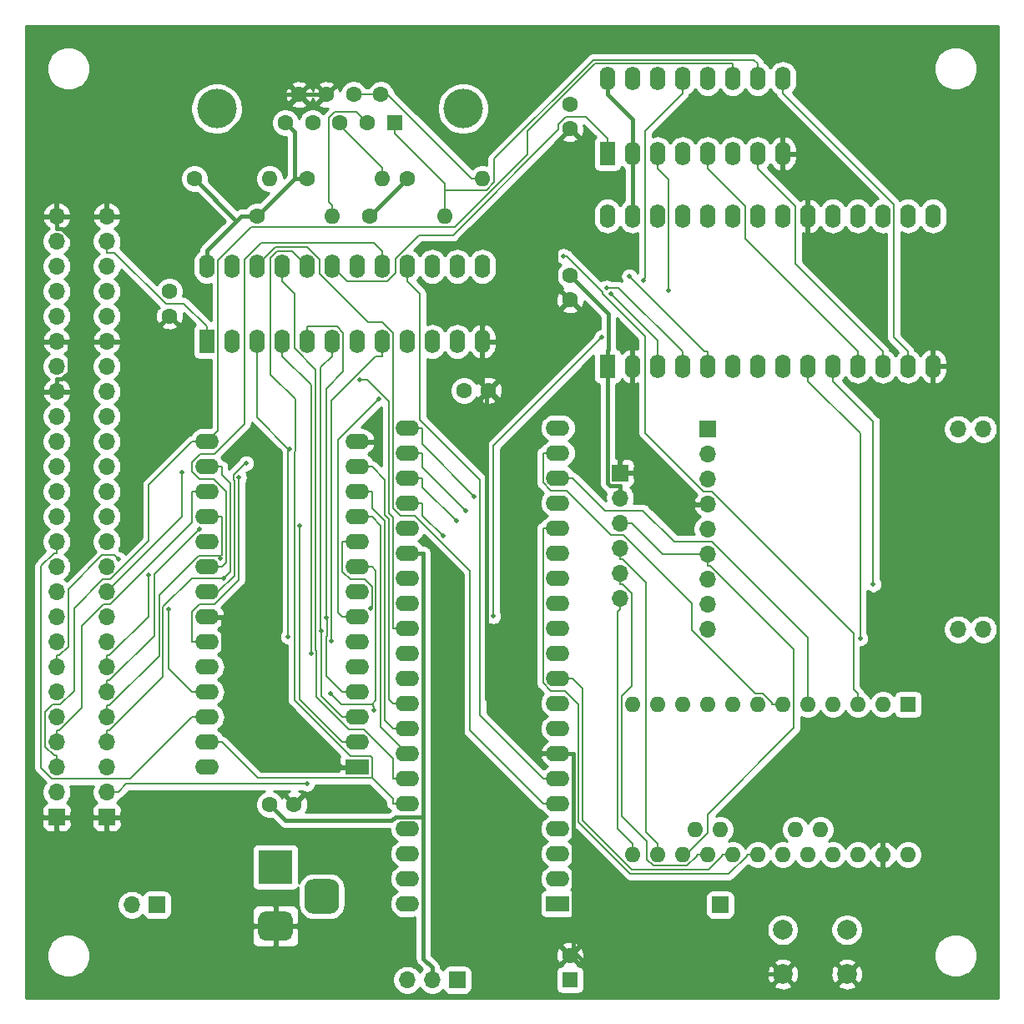
<source format=gbl>
G04 #@! TF.GenerationSoftware,KiCad,Pcbnew,(5.1.9)-1*
G04 #@! TF.CreationDate,2024-12-20T15:57:44+09:00*
G04 #@! TF.ProjectId,JR-100_SD,4a522d31-3030-45f5-9344-2e6b69636164,rev?*
G04 #@! TF.SameCoordinates,PX53920b0PY93c3260*
G04 #@! TF.FileFunction,Copper,L2,Bot*
G04 #@! TF.FilePolarity,Positive*
%FSLAX46Y46*%
G04 Gerber Fmt 4.6, Leading zero omitted, Abs format (unit mm)*
G04 Created by KiCad (PCBNEW (5.1.9)-1) date 2024-12-20 15:57:44*
%MOMM*%
%LPD*%
G01*
G04 APERTURE LIST*
G04 #@! TA.AperFunction,ComponentPad*
%ADD10C,1.600000*%
G04 #@! TD*
G04 #@! TA.AperFunction,ComponentPad*
%ADD11R,1.600000X2.400000*%
G04 #@! TD*
G04 #@! TA.AperFunction,ComponentPad*
%ADD12O,1.600000X2.400000*%
G04 #@! TD*
G04 #@! TA.AperFunction,ComponentPad*
%ADD13O,2.400000X1.600000*%
G04 #@! TD*
G04 #@! TA.AperFunction,ComponentPad*
%ADD14R,2.400000X1.600000*%
G04 #@! TD*
G04 #@! TA.AperFunction,ComponentPad*
%ADD15R,1.700000X1.700000*%
G04 #@! TD*
G04 #@! TA.AperFunction,ComponentPad*
%ADD16O,1.700000X1.700000*%
G04 #@! TD*
G04 #@! TA.AperFunction,ComponentPad*
%ADD17R,1.600000X1.600000*%
G04 #@! TD*
G04 #@! TA.AperFunction,ComponentPad*
%ADD18O,1.600000X1.600000*%
G04 #@! TD*
G04 #@! TA.AperFunction,ComponentPad*
%ADD19R,3.500000X3.500000*%
G04 #@! TD*
G04 #@! TA.AperFunction,ComponentPad*
%ADD20C,4.000000*%
G04 #@! TD*
G04 #@! TA.AperFunction,ComponentPad*
%ADD21C,2.000000*%
G04 #@! TD*
G04 #@! TA.AperFunction,ViaPad*
%ADD22C,0.500000*%
G04 #@! TD*
G04 #@! TA.AperFunction,Conductor*
%ADD23C,0.400000*%
G04 #@! TD*
G04 #@! TA.AperFunction,Conductor*
%ADD24C,0.200000*%
G04 #@! TD*
G04 #@! TA.AperFunction,Conductor*
%ADD25C,0.254000*%
G04 #@! TD*
G04 #@! TA.AperFunction,Conductor*
%ADD26C,0.100000*%
G04 #@! TD*
G04 APERTURE END LIST*
D10*
X47622000Y62332000D03*
X45122000Y62332000D03*
D11*
X59690000Y64786000D03*
D12*
X92710000Y80026000D03*
X62230000Y64786000D03*
X90170000Y80026000D03*
X64770000Y64786000D03*
X87630000Y80026000D03*
X67310000Y64786000D03*
X85090000Y80026000D03*
X69850000Y64786000D03*
X82550000Y80026000D03*
X72390000Y64786000D03*
X80010000Y80026000D03*
X74930000Y64786000D03*
X77470000Y80026000D03*
X77470000Y64786000D03*
X74930000Y80026000D03*
X80010000Y64786000D03*
X72390000Y80026000D03*
X82550000Y64786000D03*
X69850000Y80026000D03*
X85090000Y64786000D03*
X67310000Y80026000D03*
X87630000Y64786000D03*
X64770000Y80026000D03*
X90170000Y64786000D03*
X62230000Y80026000D03*
X92710000Y64786000D03*
X59690000Y80026000D03*
D13*
X39407000Y10262000D03*
X54647000Y58522000D03*
X39407000Y12802000D03*
X54647000Y55982000D03*
X39407000Y15342000D03*
X54647000Y53442000D03*
X39407000Y17882000D03*
X54647000Y50902000D03*
X39407000Y20422000D03*
X54647000Y48362000D03*
X39407000Y22962000D03*
X54647000Y45822000D03*
X39407000Y25502000D03*
X54647000Y43282000D03*
X39407000Y28042000D03*
X54647000Y40742000D03*
X39407000Y30582000D03*
X54647000Y38202000D03*
X39407000Y33122000D03*
X54647000Y35662000D03*
X39407000Y35662000D03*
X54647000Y33122000D03*
X39407000Y38202000D03*
X54647000Y30582000D03*
X39407000Y40742000D03*
X54647000Y28042000D03*
X39407000Y43282000D03*
X54647000Y25502000D03*
X39407000Y45822000D03*
X54647000Y22962000D03*
X39407000Y48362000D03*
X54647000Y20422000D03*
X39407000Y50902000D03*
X54647000Y17882000D03*
X39407000Y53442000D03*
X54647000Y15342000D03*
X39407000Y55982000D03*
X54647000Y12802000D03*
X39407000Y58522000D03*
D14*
X54647000Y10262000D03*
D10*
X55880000Y74011000D03*
X55880000Y71511000D03*
D15*
X8890000Y19050000D03*
D16*
X8890000Y21590000D03*
X8890000Y24130000D03*
X8890000Y26670000D03*
X8890000Y29210000D03*
X8890000Y31750000D03*
X8890000Y34290000D03*
X8890000Y36830000D03*
X8890000Y39370000D03*
X8890000Y41910000D03*
X8890000Y44450000D03*
X8890000Y46990000D03*
X8890000Y49530000D03*
X8890000Y52070000D03*
X8890000Y54610000D03*
X8890000Y57150000D03*
X8890000Y59690000D03*
X8890000Y62230000D03*
X8890000Y64770000D03*
X8890000Y67310000D03*
X8890000Y69850000D03*
X8890000Y72390000D03*
X8890000Y74930000D03*
X8890000Y77470000D03*
X8890000Y80010000D03*
D15*
X69850000Y58420000D03*
D16*
X69850000Y55880000D03*
X69850000Y53340000D03*
X69850000Y50800000D03*
X69850000Y48260000D03*
X69850000Y45720000D03*
X69850000Y43180000D03*
X69850000Y40640000D03*
X69850000Y38100000D03*
X97790000Y38100000D03*
X95250000Y38100000D03*
X97790000Y58420000D03*
X95250000Y58420000D03*
D17*
X90170000Y30480000D03*
D18*
X87630000Y30480000D03*
X85090000Y30480000D03*
X62230000Y15240000D03*
X82550000Y30480000D03*
X64770000Y15240000D03*
X80010000Y30480000D03*
X67310000Y15240000D03*
X77470000Y30480000D03*
X69850000Y15240000D03*
X74930000Y30480000D03*
X72390000Y15240000D03*
X72390000Y30480000D03*
X74930000Y15240000D03*
X69850000Y30480000D03*
X77470000Y15240000D03*
X67310000Y30480000D03*
X80010000Y15240000D03*
X64770000Y30480000D03*
X82550000Y15240000D03*
X62230000Y30480000D03*
X85090000Y15240000D03*
X87630000Y15240000D03*
X90170000Y15240000D03*
X81280000Y17780000D03*
X78740000Y17780000D03*
X71120000Y17780000D03*
X68580000Y17780000D03*
D15*
X60960000Y53975000D03*
D16*
X60960000Y51435000D03*
X60960000Y48895000D03*
X60960000Y46355000D03*
X60960000Y43815000D03*
X60960000Y41275000D03*
D10*
X27900000Y20320000D03*
X25400000Y20320000D03*
X55880000Y88900000D03*
X55880000Y91400000D03*
D15*
X3810000Y19050000D03*
D16*
X3810000Y21590000D03*
X3810000Y24130000D03*
X3810000Y26670000D03*
X3810000Y29210000D03*
X3810000Y31750000D03*
X3810000Y34290000D03*
X3810000Y36830000D03*
X3810000Y39370000D03*
X3810000Y41910000D03*
X3810000Y44450000D03*
X3810000Y46990000D03*
X3810000Y49530000D03*
X3810000Y52070000D03*
X3810000Y54610000D03*
X3810000Y57150000D03*
X3810000Y59690000D03*
X3810000Y62230000D03*
X3810000Y64770000D03*
X3810000Y67310000D03*
X3810000Y69850000D03*
X3810000Y72390000D03*
X3810000Y74930000D03*
X3810000Y77470000D03*
X3810000Y80010000D03*
D10*
X17780000Y83820000D03*
D18*
X25400000Y83820000D03*
X36830000Y83820000D03*
D10*
X29210000Y83820000D03*
X39370000Y83820000D03*
D18*
X46990000Y83820000D03*
X31750000Y80010000D03*
D10*
X24130000Y80010000D03*
X35560000Y80010000D03*
D18*
X43180000Y80010000D03*
D11*
X19050000Y67310000D03*
D12*
X46990000Y74930000D03*
X21590000Y67310000D03*
X44450000Y74930000D03*
X24130000Y67310000D03*
X41910000Y74930000D03*
X26670000Y67310000D03*
X39370000Y74930000D03*
X29210000Y67310000D03*
X36830000Y74930000D03*
X31750000Y67310000D03*
X34290000Y74930000D03*
X34290000Y67310000D03*
X31750000Y74930000D03*
X36830000Y67310000D03*
X29210000Y74930000D03*
X39370000Y67310000D03*
X26670000Y74930000D03*
X41910000Y67310000D03*
X24130000Y74930000D03*
X44450000Y67310000D03*
X21590000Y74930000D03*
X46990000Y67310000D03*
X19050000Y74930000D03*
D11*
X59690000Y86360000D03*
D12*
X77470000Y93980000D03*
X62230000Y86360000D03*
X74930000Y93980000D03*
X64770000Y86360000D03*
X72390000Y93980000D03*
X67310000Y86360000D03*
X69850000Y93980000D03*
X69850000Y86360000D03*
X67310000Y93980000D03*
X72390000Y86360000D03*
X64770000Y93980000D03*
X74930000Y86360000D03*
X62230000Y93980000D03*
X77470000Y86360000D03*
X59690000Y93980000D03*
D14*
X34290000Y24130000D03*
D13*
X19050000Y57150000D03*
X34290000Y26670000D03*
X19050000Y54610000D03*
X34290000Y29210000D03*
X19050000Y52070000D03*
X34290000Y31750000D03*
X19050000Y49530000D03*
X34290000Y34290000D03*
X19050000Y46990000D03*
X34290000Y36830000D03*
X19050000Y44450000D03*
X34290000Y39370000D03*
X19050000Y41910000D03*
X34290000Y41910000D03*
X19050000Y39370000D03*
X34290000Y44450000D03*
X19050000Y36830000D03*
X34290000Y46990000D03*
X19050000Y34290000D03*
X34290000Y49530000D03*
X19050000Y31750000D03*
X34290000Y52070000D03*
X19050000Y29210000D03*
X34290000Y54610000D03*
X19050000Y26670000D03*
X34290000Y57150000D03*
X19050000Y24130000D03*
D15*
X13970000Y10160000D03*
D16*
X11430000Y10160000D03*
D19*
X26000000Y14000000D03*
G04 #@! TA.AperFunction,ComponentPad*
G36*
G01*
X27000000Y6500000D02*
X25000000Y6500000D01*
G75*
G02*
X24250000Y7250000I0J750000D01*
G01*
X24250000Y8750000D01*
G75*
G02*
X25000000Y9500000I750000J0D01*
G01*
X27000000Y9500000D01*
G75*
G02*
X27750000Y8750000I0J-750000D01*
G01*
X27750000Y7250000D01*
G75*
G02*
X27000000Y6500000I-750000J0D01*
G01*
G37*
G04 #@! TD.AperFunction*
G04 #@! TA.AperFunction,ComponentPad*
G36*
G01*
X31575000Y9250000D02*
X29825000Y9250000D01*
G75*
G02*
X28950000Y10125000I0J875000D01*
G01*
X28950000Y11875000D01*
G75*
G02*
X29825000Y12750000I875000J0D01*
G01*
X31575000Y12750000D01*
G75*
G02*
X32450000Y11875000I0J-875000D01*
G01*
X32450000Y10125000D01*
G75*
G02*
X31575000Y9250000I-875000J0D01*
G01*
G37*
G04 #@! TD.AperFunction*
D15*
X44450000Y2540000D03*
D16*
X41910000Y2540000D03*
X39370000Y2540000D03*
D10*
X15240000Y69890000D03*
X15240000Y72390000D03*
D17*
X55880000Y2540000D03*
D10*
X55880000Y5040000D03*
D17*
X38080000Y89500000D03*
D10*
X35310000Y89500000D03*
X32540000Y89500000D03*
X29770000Y89500000D03*
X27000000Y89500000D03*
X36695000Y92340000D03*
X33925000Y92340000D03*
X31155000Y92340000D03*
X28385000Y92340000D03*
D20*
X45040000Y90920000D03*
X20040000Y90920000D03*
D15*
X71120000Y10160000D03*
D21*
X77470000Y3120000D03*
X77470000Y7620000D03*
X83970000Y3120000D03*
X83970000Y7620000D03*
D22*
X44429200Y57252000D03*
X86662000Y42670000D03*
X18271200Y48260000D03*
X35614600Y40249600D03*
X15150000Y40169200D03*
X16492300Y54021600D03*
X36025000Y29855000D03*
X31606700Y31600200D03*
X85315000Y37178800D03*
X31711100Y36900000D03*
X13144800Y43610600D03*
X59112200Y67758800D03*
X48088700Y39424500D03*
X23026300Y54940600D03*
X36510000Y61446100D03*
X10079300Y45194100D03*
X22294900Y53507200D03*
X27473400Y56420000D03*
X27296700Y37339900D03*
X28477100Y48570000D03*
X29605400Y35683500D03*
X61893600Y73917200D03*
X59590600Y72764500D03*
X31160700Y39284200D03*
X59999100Y72176600D03*
X30656000Y37964200D03*
X55171700Y75981400D03*
X29210600Y22415300D03*
X20764000Y43310600D03*
X63299100Y73537800D03*
X20432400Y45333300D03*
X65879900Y72450300D03*
X34550800Y63405700D03*
X46187200Y51598000D03*
X45267000Y50136200D03*
X44353400Y49076900D03*
X42988400Y47570000D03*
D23*
X35560000Y80010000D02*
X39370000Y83820000D01*
X59690000Y66386300D02*
X59766500Y66462800D01*
X59766500Y66462800D02*
X59766500Y70124500D01*
X59766500Y70124500D02*
X55880000Y74011000D01*
X59690000Y64786000D02*
X59690000Y66386300D01*
X41007300Y45822000D02*
X41007300Y19097100D01*
X27940000Y83820000D02*
X24130000Y80010000D01*
X29210000Y83820000D02*
X27940000Y83820000D01*
X27940000Y83820000D02*
X27940000Y88560000D01*
X27940000Y88560000D02*
X27000000Y89500000D01*
X22059900Y79540200D02*
X19050000Y76530300D01*
X24130000Y80010000D02*
X22529700Y80010000D01*
X22529700Y80010000D02*
X22059900Y79540200D01*
X22059900Y79540200D02*
X17780000Y83820000D01*
X19050000Y74930000D02*
X19050000Y76530300D01*
X41007300Y19097100D02*
X41007300Y4693000D01*
X41007300Y4693000D02*
X41910000Y3790300D01*
X41007300Y19097100D02*
X38190800Y19097100D01*
X38190800Y19097100D02*
X37806500Y18712800D01*
X37806500Y18712800D02*
X27007200Y18712800D01*
X27007200Y18712800D02*
X25400000Y20320000D01*
X41910000Y2540000D02*
X41910000Y3790300D01*
X39407000Y45822000D02*
X41007300Y45822000D01*
X59690000Y64786000D02*
X59690000Y63185700D01*
X60960000Y52685300D02*
X59944100Y52685300D01*
X59944100Y52685300D02*
X59690000Y52939400D01*
X59690000Y52939400D02*
X59690000Y63185700D01*
X60960000Y51435000D02*
X60960000Y52685300D01*
X62230000Y86360000D02*
X62230000Y80026000D01*
X59690000Y92379700D02*
X62230000Y89839700D01*
X62230000Y89839700D02*
X62230000Y86360000D01*
X59690000Y93980000D02*
X59690000Y92379700D01*
X19050000Y39370000D02*
X20650300Y39370000D01*
X34290000Y24130000D02*
X32689700Y24130000D01*
X32689700Y24130000D02*
X20650300Y36169400D01*
X20650300Y36169400D02*
X20650300Y39370000D01*
X47438400Y57252000D02*
X44429200Y57252000D01*
X47438400Y57252000D02*
X47438400Y31110300D01*
X47438400Y31110300D02*
X53046700Y25502000D01*
X47622000Y62332000D02*
X47438500Y62148500D01*
X47438500Y62148500D02*
X47438500Y57252000D01*
X47438500Y57252000D02*
X47438400Y57252000D01*
X54483700Y72907300D02*
X50987000Y72907300D01*
X50987000Y72907300D02*
X46990000Y68910300D01*
X55880000Y71511000D02*
X54483700Y72907300D01*
X54483700Y72907300D02*
X54483700Y87503700D01*
X54483700Y87503700D02*
X55880000Y88900000D01*
X77470000Y86360000D02*
X77470000Y84759700D01*
X80010000Y80026000D02*
X80010000Y82219700D01*
X80010000Y82219700D02*
X77470000Y84759700D01*
X31155000Y92340000D02*
X28385000Y92340000D01*
X47622000Y62332000D02*
X46990000Y62964000D01*
X46990000Y62964000D02*
X46990000Y65709700D01*
X46990000Y67310000D02*
X46990000Y65709700D01*
X8890000Y80010000D02*
X10140300Y80010000D01*
X28385000Y92340000D02*
X25135200Y92340000D01*
X25135200Y92340000D02*
X19804400Y87009200D01*
X19804400Y87009200D02*
X17139500Y87009200D01*
X17139500Y87009200D02*
X10140300Y80010000D01*
X5373200Y77743500D02*
X5855300Y77261400D01*
X5855300Y77261400D02*
X5855300Y68105000D01*
X3810000Y78759700D02*
X4357000Y78759700D01*
X4357000Y78759700D02*
X5373200Y77743500D01*
X7639700Y80010000D02*
X5373200Y77743500D01*
X8890000Y80010000D02*
X7639700Y80010000D01*
X56247300Y5407300D02*
X55880000Y5040000D01*
X56247300Y25502000D02*
X56247300Y5407300D01*
X77470000Y3120000D02*
X58534600Y3120000D01*
X58534600Y3120000D02*
X56247300Y5407300D01*
X62230000Y56495300D02*
X60960000Y55225300D01*
X68599700Y50800000D02*
X62904400Y56495300D01*
X62904400Y56495300D02*
X62230000Y56495300D01*
X62230000Y56495300D02*
X62230000Y63185700D01*
X54647000Y25502000D02*
X53046700Y25502000D01*
X54647000Y25502000D02*
X56247300Y25502000D01*
X5060300Y67310000D02*
X5060300Y64212500D01*
X5060300Y64212500D02*
X4328100Y63480300D01*
X4328100Y63480300D02*
X3810000Y63480300D01*
X5855300Y68105000D02*
X5060300Y67310000D01*
X3810000Y62230000D02*
X3810000Y63480300D01*
X7639700Y67310000D02*
X6650300Y67310000D01*
X6650300Y67310000D02*
X5855300Y68105000D01*
X3810000Y67310000D02*
X5060300Y67310000D01*
X62230000Y64786000D02*
X62230000Y63185700D01*
X46990000Y67310000D02*
X46990000Y68910300D01*
X3810000Y80010000D02*
X3810000Y78759700D01*
X69850000Y50800000D02*
X68599700Y50800000D01*
X60960000Y53975000D02*
X60960000Y55225300D01*
X3810000Y19050000D02*
X8890000Y19050000D01*
X8890000Y67310000D02*
X7639700Y67310000D01*
X83970000Y3120000D02*
X87630000Y6780000D01*
X87630000Y6780000D02*
X87630000Y15240000D01*
D24*
X8890000Y32900300D02*
X9177600Y32900300D01*
X9177600Y32900300D02*
X13723100Y37445800D01*
X13723100Y37445800D02*
X13723100Y43711900D01*
X13723100Y43711900D02*
X18271200Y48260000D01*
X82550000Y64786000D02*
X82550000Y63285700D01*
X86662000Y42670000D02*
X86662000Y59173700D01*
X86662000Y59173700D02*
X82550000Y63285700D01*
X8890000Y31750000D02*
X8890000Y32900300D01*
X34290000Y46990000D02*
X32789700Y46990000D01*
X32789700Y46990000D02*
X32789700Y43978000D01*
X32789700Y43978000D02*
X33612200Y43155500D01*
X33612200Y43155500D02*
X35020100Y43155500D01*
X35020100Y43155500D02*
X35790300Y42385300D01*
X35790300Y42385300D02*
X35790300Y40425300D01*
X35790300Y40425300D02*
X35614600Y40249600D01*
X19050000Y31750000D02*
X17549700Y31750000D01*
X15150000Y40169200D02*
X15150000Y34149700D01*
X15150000Y34149700D02*
X17549700Y31750000D01*
X8890000Y41910000D02*
X16492300Y49512300D01*
X16492300Y49512300D02*
X16492300Y54021600D01*
X35790200Y30480000D02*
X32726900Y30480000D01*
X32726900Y30480000D02*
X31606700Y31600200D01*
X35790300Y44450000D02*
X36190600Y44049700D01*
X36190600Y44049700D02*
X36190600Y30880400D01*
X36190600Y30880400D02*
X35790200Y30480000D01*
X35790200Y30480000D02*
X36025000Y30245200D01*
X36025000Y30245200D02*
X36025000Y29855000D01*
X80010000Y63285700D02*
X85315000Y57980700D01*
X85315000Y57980700D02*
X85315000Y37178800D01*
X80010000Y64786000D02*
X80010000Y63285700D01*
X34290000Y44450000D02*
X35790300Y44450000D01*
X36830000Y67310000D02*
X36830000Y65809700D01*
X36830000Y65809700D02*
X36173600Y65809700D01*
X36173600Y65809700D02*
X31711100Y61347200D01*
X31711100Y61347200D02*
X31711100Y36900000D01*
X8890000Y34290000D02*
X8890000Y35440300D01*
X8890000Y35440300D02*
X9177600Y35440300D01*
X9177600Y35440300D02*
X13144800Y39407500D01*
X13144800Y39407500D02*
X13144800Y43610600D01*
X48088700Y39424500D02*
X48088700Y56735300D01*
X48088700Y56735300D02*
X59112200Y67758800D01*
X23026300Y54940600D02*
X22914700Y54940600D01*
X22914700Y54940600D02*
X21739200Y53765100D01*
X21739200Y53765100D02*
X21739200Y53266700D01*
X21739200Y53266700D02*
X21812400Y53193500D01*
X21812400Y53193500D02*
X21812400Y43542300D01*
X21812400Y43542300D02*
X20180100Y41910000D01*
X20180100Y41910000D02*
X19050000Y41910000D01*
X32789700Y39370000D02*
X32356700Y39803000D01*
X32356700Y39803000D02*
X32356700Y57292800D01*
X32356700Y57292800D02*
X36510000Y61446100D01*
X34290000Y39370000D02*
X32789700Y39370000D01*
X3810000Y34290000D02*
X3810000Y35440300D01*
X3810000Y35440300D02*
X4097700Y35440300D01*
X4097700Y35440300D02*
X4960300Y36302900D01*
X4960300Y36302900D02*
X4960300Y42156500D01*
X4960300Y42156500D02*
X8415300Y45611500D01*
X8415300Y45611500D02*
X9661900Y45611500D01*
X9661900Y45611500D02*
X10079300Y45194100D01*
X17549700Y36830000D02*
X17549700Y39869900D01*
X17549700Y39869900D02*
X18319800Y40640000D01*
X18319800Y40640000D02*
X19804700Y40640000D01*
X19804700Y40640000D02*
X22294900Y43130200D01*
X22294900Y43130200D02*
X22294900Y53507200D01*
X19050000Y36830000D02*
X17549700Y36830000D01*
X27296700Y56420000D02*
X27296700Y37339900D01*
X24130000Y67310000D02*
X24130000Y59586700D01*
X24130000Y59586700D02*
X27296700Y56420000D01*
X27296700Y56420000D02*
X27473400Y56420000D01*
X34290000Y26670000D02*
X32789700Y26670000D01*
X28477100Y48570000D02*
X28477100Y30982600D01*
X28477100Y30982600D02*
X32789700Y26670000D01*
X26670000Y67310000D02*
X26670000Y65809700D01*
X26670000Y65809700D02*
X29605400Y62874300D01*
X29605400Y62874300D02*
X29605400Y35683500D01*
X61893600Y73917200D02*
X69524500Y66286300D01*
X69524500Y66286300D02*
X69850000Y66286300D01*
X69850000Y64786000D02*
X69850000Y66286300D01*
X19050000Y29210000D02*
X17549700Y29210000D01*
X3810000Y46990000D02*
X3810000Y45839700D01*
X3810000Y45839700D02*
X3522400Y45839700D01*
X3522400Y45839700D02*
X2203100Y44520400D01*
X2203100Y44520400D02*
X2203100Y24068700D01*
X2203100Y24068700D02*
X3311800Y22960000D01*
X3311800Y22960000D02*
X11299700Y22960000D01*
X11299700Y22960000D02*
X17549700Y29210000D01*
X31160700Y39284200D02*
X31206300Y39238600D01*
X31206300Y39238600D02*
X31206300Y37395300D01*
X31206300Y37395300D02*
X31139400Y37328400D01*
X31139400Y37328400D02*
X31139400Y33400300D01*
X31139400Y33400300D02*
X32789700Y31750000D01*
X29210000Y68810300D02*
X32254700Y68810300D01*
X32254700Y68810300D02*
X32896900Y68168100D01*
X32896900Y68168100D02*
X32896900Y64263400D01*
X32896900Y64263400D02*
X31160700Y62527200D01*
X31160700Y62527200D02*
X31160700Y39284200D01*
X67310000Y66286300D02*
X60831800Y72764500D01*
X60831800Y72764500D02*
X59590600Y72764500D01*
X67310000Y64786000D02*
X67310000Y66286300D01*
X34290000Y31750000D02*
X32789700Y31750000D01*
X29210000Y67310000D02*
X29210000Y68810300D01*
X30656000Y37964200D02*
X30656000Y31343700D01*
X30656000Y31343700D02*
X32789700Y29210000D01*
X59999100Y72176600D02*
X64770000Y67405700D01*
X64770000Y67405700D02*
X64770000Y64786000D01*
X31750000Y65809700D02*
X30595300Y64655000D01*
X30595300Y64655000D02*
X30595300Y38024900D01*
X30595300Y38024900D02*
X30656000Y37964200D01*
X34290000Y29210000D02*
X32789700Y29210000D01*
X31750000Y67310000D02*
X31750000Y65809700D01*
X54647000Y20422000D02*
X53146700Y20422000D01*
X24130000Y74930000D02*
X24130000Y74978900D01*
X24130000Y74978900D02*
X26026400Y76875300D01*
X26026400Y76875300D02*
X29235900Y76875300D01*
X29235900Y76875300D02*
X30480000Y75631200D01*
X30480000Y75631200D02*
X30480000Y74154600D01*
X30480000Y74154600D02*
X35390300Y69244300D01*
X35390300Y69244300D02*
X36856300Y69244300D01*
X36856300Y69244300D02*
X37941300Y68159300D01*
X37941300Y68159300D02*
X37941300Y59808900D01*
X37941300Y59808900D02*
X37906700Y59774300D01*
X37906700Y59774300D02*
X37906700Y50403300D01*
X37906700Y50403300D02*
X38678000Y49632000D01*
X38678000Y49632000D02*
X40148000Y49632000D01*
X40148000Y49632000D02*
X45745500Y44034500D01*
X45745500Y44034500D02*
X45745500Y27823200D01*
X45745500Y27823200D02*
X53146700Y20422000D01*
X55171700Y75981400D02*
X55505600Y75981400D01*
X55505600Y75981400D02*
X59171500Y72315500D01*
X59171500Y72315500D02*
X59171500Y72132900D01*
X59171500Y72132900D02*
X63500000Y67804400D01*
X63500000Y67804400D02*
X63500000Y58043400D01*
X63500000Y58043400D02*
X69473400Y52070000D01*
X69473400Y52070000D02*
X70238200Y52070000D01*
X70238200Y52070000D02*
X84634100Y37674100D01*
X84634100Y37674100D02*
X84634100Y32036200D01*
X84634100Y32036200D02*
X85090000Y31580300D01*
X85090000Y30480000D02*
X85090000Y31580300D01*
X68749700Y15240000D02*
X68749700Y15102500D01*
X68749700Y15102500D02*
X67774500Y14127300D01*
X67774500Y14127300D02*
X64321800Y14127300D01*
X64321800Y14127300D02*
X63669600Y14779500D01*
X63669600Y14779500D02*
X63669600Y16619900D01*
X63669600Y16619900D02*
X61110100Y19179400D01*
X61110100Y19179400D02*
X61110100Y31330100D01*
X61110100Y31330100D02*
X62117200Y32337200D01*
X62117200Y32337200D02*
X62117200Y41745800D01*
X62117200Y41745800D02*
X61198300Y42664700D01*
X61198300Y42664700D02*
X60960000Y42664700D01*
X60960000Y43815000D02*
X60960000Y42664700D01*
X69850000Y15240000D02*
X68749700Y15240000D01*
X69850000Y45720000D02*
X69850000Y44569700D01*
X67310000Y15240000D02*
X67627600Y15240000D01*
X67627600Y15240000D02*
X69850000Y17462400D01*
X69850000Y17462400D02*
X69850000Y19348700D01*
X69850000Y19348700D02*
X78585700Y28084400D01*
X78585700Y28084400D02*
X78585700Y36072300D01*
X78585700Y36072300D02*
X70088300Y44569700D01*
X70088300Y44569700D02*
X69850000Y44569700D01*
X62110300Y48895000D02*
X65285300Y45720000D01*
X65285300Y45720000D02*
X69850000Y45720000D01*
X60960000Y48895000D02*
X62110300Y48895000D01*
X64770000Y16340300D02*
X63600300Y17510000D01*
X63600300Y17510000D02*
X63600300Y42852000D01*
X63600300Y42852000D02*
X61247600Y45204700D01*
X61247600Y45204700D02*
X60960000Y45204700D01*
X64770000Y15240000D02*
X64770000Y16340300D01*
X60960000Y46355000D02*
X60960000Y45204700D01*
X62230000Y15240000D02*
X62230000Y16340300D01*
X60960000Y41275000D02*
X60960000Y40124700D01*
X60960000Y40124700D02*
X60709700Y39874400D01*
X60709700Y39874400D02*
X60709700Y17860600D01*
X60709700Y17860600D02*
X62230000Y16340300D01*
X35800500Y22999800D02*
X35800500Y25068200D01*
X35800500Y25068200D02*
X35610300Y25258400D01*
X35610300Y25258400D02*
X33584700Y25258400D01*
X33584700Y25258400D02*
X27909300Y30933800D01*
X27909300Y30933800D02*
X27909300Y56077600D01*
X27909300Y56077600D02*
X28023700Y56192000D01*
X28023700Y56192000D02*
X28023700Y61447200D01*
X28023700Y61447200D02*
X25517100Y63953800D01*
X25517100Y63953800D02*
X25517100Y75799700D01*
X25517100Y75799700D02*
X26147700Y76430300D01*
X26147700Y76430300D02*
X27709700Y76430300D01*
X27709700Y76430300D02*
X29210000Y74930000D01*
X39407000Y20422000D02*
X37906700Y20422000D01*
X35800500Y22999800D02*
X24220500Y22999800D01*
X24220500Y22999800D02*
X20550300Y26670000D01*
X37906700Y20422000D02*
X37906700Y20893600D01*
X37906700Y20893600D02*
X35800500Y22999800D01*
X19050000Y26670000D02*
X20550300Y26670000D01*
X8890000Y21590000D02*
X10040300Y21590000D01*
X29210600Y22415300D02*
X10865600Y22415300D01*
X10865600Y22415300D02*
X10040300Y21590000D01*
X35790300Y49530000D02*
X36705800Y48614500D01*
X36705800Y48614500D02*
X36705800Y28203200D01*
X36705800Y28203200D02*
X39407000Y25502000D01*
X34290000Y49530000D02*
X35790300Y49530000D01*
X85090000Y64786000D02*
X85090000Y66286300D01*
X69850000Y86360000D02*
X69850000Y84859700D01*
X69850000Y84859700D02*
X73660000Y81049700D01*
X73660000Y81049700D02*
X73660000Y77716300D01*
X73660000Y77716300D02*
X85090000Y66286300D01*
X35790300Y54610000D02*
X37106100Y53294200D01*
X37106100Y53294200D02*
X37106100Y49670100D01*
X37106100Y49670100D02*
X37506400Y49269800D01*
X37506400Y49269800D02*
X37506400Y30982300D01*
X37506400Y30982300D02*
X37906700Y30582000D01*
X39407000Y30582000D02*
X37906700Y30582000D01*
X34290000Y54610000D02*
X35790300Y54610000D01*
X90170000Y64786000D02*
X90170000Y66286300D01*
X77470000Y93980000D02*
X77470000Y92479700D01*
X77470000Y92479700D02*
X88730400Y81219300D01*
X88730400Y81219300D02*
X88730400Y67725900D01*
X88730400Y67725900D02*
X90170000Y66286300D01*
X20550300Y54610000D02*
X20550300Y53755000D01*
X20550300Y53755000D02*
X21396500Y52908800D01*
X21396500Y52908800D02*
X21396500Y43943100D01*
X21396500Y43943100D02*
X20764000Y43310600D01*
X20764000Y43310600D02*
X17513200Y43310600D01*
X17513200Y43310600D02*
X14599700Y40397100D01*
X14599700Y40397100D02*
X14599700Y33291700D01*
X14599700Y33291700D02*
X9128300Y27820300D01*
X9128300Y27820300D02*
X8890000Y27820300D01*
X19050000Y54610000D02*
X20550300Y54610000D01*
X67310000Y93980000D02*
X67310000Y92479700D01*
X67310000Y92479700D02*
X63500000Y88669700D01*
X63500000Y88669700D02*
X63500000Y73738700D01*
X63500000Y73738700D02*
X63299100Y73537800D01*
X8890000Y26670000D02*
X8890000Y27820300D01*
X20432400Y45555200D02*
X18196200Y45555200D01*
X18196200Y45555200D02*
X14199400Y41558400D01*
X14199400Y41558400D02*
X14199400Y35429600D01*
X14199400Y35429600D02*
X9130100Y30360300D01*
X9130100Y30360300D02*
X8890000Y30360300D01*
X20432400Y45555200D02*
X20550300Y45673100D01*
X20550300Y45673100D02*
X20550300Y49530000D01*
X20432400Y45555200D02*
X20432400Y45333300D01*
X8890000Y29210000D02*
X8890000Y30360300D01*
X19050000Y49530000D02*
X20550300Y49530000D01*
X35790300Y52070000D02*
X35790300Y50419800D01*
X35790300Y50419800D02*
X37106100Y49104000D01*
X37106100Y49104000D02*
X37106100Y28842600D01*
X37106100Y28842600D02*
X37906700Y28042000D01*
X39407000Y28042000D02*
X37906700Y28042000D01*
X34290000Y52070000D02*
X35790300Y52070000D01*
X87630000Y64786000D02*
X87630000Y66286300D01*
X74930000Y86360000D02*
X74930000Y84859700D01*
X74930000Y84859700D02*
X78740000Y81049700D01*
X78740000Y81049700D02*
X78740000Y75176300D01*
X78740000Y75176300D02*
X87630000Y66286300D01*
X72390000Y93980000D02*
X72390000Y95480300D01*
X72390000Y95480300D02*
X58404100Y95480300D01*
X58404100Y95480300D02*
X51591300Y88667500D01*
X51591300Y88667500D02*
X51591300Y86297100D01*
X51591300Y86297100D02*
X44203800Y78909600D01*
X44203800Y78909600D02*
X23579300Y78909600D01*
X23579300Y78909600D02*
X20178400Y75508700D01*
X20178400Y75508700D02*
X20178400Y58278400D01*
X20178400Y58278400D02*
X19050000Y57150000D01*
X3810000Y24130000D02*
X3810000Y25280300D01*
X19050000Y57150000D02*
X17549700Y57150000D01*
X17549700Y57150000D02*
X13153300Y52753600D01*
X13153300Y52753600D02*
X13153300Y47081400D01*
X13153300Y47081400D02*
X9251900Y43180000D01*
X9251900Y43180000D02*
X8481600Y43180000D01*
X8481600Y43180000D02*
X5560600Y40259000D01*
X5560600Y40259000D02*
X5560600Y31872200D01*
X5560600Y31872200D02*
X4168400Y30480000D01*
X4168400Y30480000D02*
X3413900Y30480000D01*
X3413900Y30480000D02*
X2654100Y29720200D01*
X2654100Y29720200D02*
X2654100Y26197800D01*
X2654100Y26197800D02*
X3571600Y25280300D01*
X3571600Y25280300D02*
X3810000Y25280300D01*
X37906700Y38202000D02*
X37906700Y49435600D01*
X37906700Y49435600D02*
X37506400Y49835900D01*
X37506400Y49835900D02*
X37506400Y61242400D01*
X37506400Y61242400D02*
X35343100Y63405700D01*
X35343100Y63405700D02*
X34550800Y63405700D01*
X3810000Y27820300D02*
X4048300Y27820300D01*
X4048300Y27820300D02*
X6361200Y30133200D01*
X6361200Y30133200D02*
X6361200Y38475900D01*
X6361200Y38475900D02*
X8525300Y40640000D01*
X8525300Y40640000D02*
X9273100Y40640000D01*
X9273100Y40640000D02*
X17549700Y48916600D01*
X17549700Y48916600D02*
X17549700Y52070000D01*
X64770000Y84859700D02*
X65879900Y83749800D01*
X65879900Y83749800D02*
X65879900Y72450300D01*
X64770000Y86360000D02*
X64770000Y84859700D01*
X39407000Y38202000D02*
X37906700Y38202000D01*
X3810000Y26670000D02*
X3810000Y27820300D01*
X19050000Y52070000D02*
X17549700Y52070000D01*
X74930000Y95480300D02*
X74529600Y95880700D01*
X74529600Y95880700D02*
X58238200Y95880700D01*
X58238200Y95880700D02*
X48175100Y85817600D01*
X48175100Y85817600D02*
X48175100Y83447200D01*
X48175100Y83447200D02*
X47405300Y82677400D01*
X47405300Y82677400D02*
X43180000Y82677400D01*
X43180000Y82677400D02*
X43180000Y80010000D01*
X38080000Y88399700D02*
X43180000Y83299700D01*
X43180000Y83299700D02*
X43180000Y82677400D01*
X74930000Y93980000D02*
X74930000Y95480300D01*
X38080000Y89500000D02*
X38080000Y88399700D01*
X31750000Y80010000D02*
X31750000Y81110300D01*
X35310000Y89500000D02*
X34198700Y90611300D01*
X34198700Y90611300D02*
X32041200Y90611300D01*
X32041200Y90611300D02*
X31432000Y90002100D01*
X31432000Y90002100D02*
X31432000Y81428300D01*
X31432000Y81428300D02*
X31750000Y81110300D01*
X36830000Y83820000D02*
X36830000Y84920300D01*
X32540000Y89500000D02*
X32540000Y89210300D01*
X32540000Y89210300D02*
X36830000Y84920300D01*
X33925000Y92340000D02*
X36695000Y92340000D01*
X46990000Y83820000D02*
X45889700Y83820000D01*
X36695000Y92340000D02*
X37369700Y92340000D01*
X37369700Y92340000D02*
X45889700Y83820000D01*
X54647000Y22962000D02*
X53146700Y22962000D01*
X39370000Y74930000D02*
X39370000Y73429700D01*
X39370000Y73429700D02*
X40640000Y72159700D01*
X40640000Y72159700D02*
X40640000Y59400000D01*
X40640000Y59400000D02*
X46739900Y53300100D01*
X46739900Y53300100D02*
X46739900Y29368800D01*
X46739900Y29368800D02*
X53146700Y22962000D01*
X20550300Y44450000D02*
X20996200Y44895900D01*
X20996200Y44895900D02*
X20996200Y52088100D01*
X20996200Y52088100D02*
X19744300Y53340000D01*
X19744300Y53340000D02*
X18302200Y53340000D01*
X18302200Y53340000D02*
X17506100Y54136100D01*
X17506100Y54136100D02*
X17506100Y55029600D01*
X17506100Y55029600D02*
X18356500Y55880000D01*
X18356500Y55880000D02*
X19783900Y55880000D01*
X19783900Y55880000D02*
X22860000Y58956100D01*
X22860000Y58956100D02*
X22860000Y75625900D01*
X22860000Y75625900D02*
X24523600Y77289500D01*
X24523600Y77289500D02*
X35970800Y77289500D01*
X35970800Y77289500D02*
X36830000Y76430300D01*
X19050000Y44450000D02*
X20550300Y44450000D01*
X36830000Y74930000D02*
X36830000Y76430300D01*
X31750000Y74930000D02*
X33282000Y73398000D01*
X33282000Y73398000D02*
X37304200Y73398000D01*
X37304200Y73398000D02*
X38186400Y74280200D01*
X38186400Y74280200D02*
X38186400Y75706200D01*
X38186400Y75706200D02*
X40589100Y78108900D01*
X40589100Y78108900D02*
X44028500Y78108900D01*
X44028500Y78108900D02*
X54724100Y88804500D01*
X54724100Y88804500D02*
X54724100Y89350800D01*
X54724100Y89350800D02*
X55422900Y90049600D01*
X55422900Y90049600D02*
X57500700Y90049600D01*
X57500700Y90049600D02*
X59690000Y87860300D01*
X59690000Y86360000D02*
X59690000Y87860300D01*
X37906700Y22962000D02*
X37906700Y25013400D01*
X37906700Y25013400D02*
X34980100Y27940000D01*
X34980100Y27940000D02*
X33444600Y27940000D01*
X33444600Y27940000D02*
X30155800Y31228800D01*
X30155800Y31228800D02*
X30155800Y35911500D01*
X30155800Y35911500D02*
X30082800Y35984500D01*
X30082800Y35984500D02*
X30082800Y64463300D01*
X30082800Y64463300D02*
X27940000Y66606100D01*
X27940000Y66606100D02*
X27940000Y72159700D01*
X27940000Y72159700D02*
X26670000Y73429700D01*
X39407000Y22962000D02*
X37906700Y22962000D01*
X26670000Y74930000D02*
X26670000Y73429700D01*
X39407000Y58522000D02*
X40907300Y58522000D01*
X46187200Y51598000D02*
X40907300Y56877900D01*
X40907300Y56877900D02*
X40907300Y58522000D01*
X39407000Y55982000D02*
X40907300Y55982000D01*
X45267000Y50136200D02*
X40907300Y54495900D01*
X40907300Y54495900D02*
X40907300Y55982000D01*
X39407000Y53442000D02*
X40907300Y53442000D01*
X40907300Y53442000D02*
X40907300Y52523000D01*
X40907300Y52523000D02*
X44353400Y49076900D01*
X39407000Y50902000D02*
X40907300Y50902000D01*
X42988400Y47570000D02*
X40907300Y49651100D01*
X40907300Y49651100D02*
X40907300Y50902000D01*
X71289700Y15240000D02*
X71289700Y15102500D01*
X71289700Y15102500D02*
X69914100Y13726900D01*
X69914100Y13726900D02*
X62154800Y13726900D01*
X62154800Y13726900D02*
X57172300Y18709400D01*
X57172300Y18709400D02*
X57172300Y32097000D01*
X57172300Y32097000D02*
X56147300Y33122000D01*
X54647000Y33122000D02*
X56147300Y33122000D01*
X72390000Y15240000D02*
X71289700Y15240000D01*
X54647000Y48362000D02*
X53146700Y48362000D01*
X74930000Y15240000D02*
X73829700Y15240000D01*
X73829700Y15240000D02*
X73829700Y15102500D01*
X73829700Y15102500D02*
X72008500Y13281300D01*
X72008500Y13281300D02*
X62001500Y13281300D01*
X62001500Y13281300D02*
X56771900Y18510900D01*
X56771900Y18510900D02*
X56771900Y30456000D01*
X56771900Y30456000D02*
X55375900Y31852000D01*
X55375900Y31852000D02*
X53953400Y31852000D01*
X53953400Y31852000D02*
X53146700Y32658700D01*
X53146700Y32658700D02*
X53146700Y48362000D01*
X80010000Y30480000D02*
X80010000Y37246600D01*
X80010000Y37246600D02*
X70266600Y46990000D01*
X70266600Y46990000D02*
X66462900Y46990000D01*
X66462900Y46990000D02*
X63287900Y50165000D01*
X63287900Y50165000D02*
X59424300Y50165000D01*
X59424300Y50165000D02*
X56147300Y53442000D01*
X54647000Y53442000D02*
X56147300Y53442000D01*
X54647000Y55982000D02*
X53146700Y55982000D01*
X77470000Y30480000D02*
X76369700Y30480000D01*
X76369700Y30480000D02*
X76369700Y30617700D01*
X76369700Y30617700D02*
X75407100Y31580300D01*
X75407100Y31580300D02*
X74682200Y31580300D01*
X74682200Y31580300D02*
X68262500Y38000000D01*
X68262500Y38000000D02*
X68262500Y40717400D01*
X68262500Y40717400D02*
X61298900Y47681000D01*
X61298900Y47681000D02*
X60068200Y47681000D01*
X60068200Y47681000D02*
X55577200Y52172000D01*
X55577200Y52172000D02*
X53953500Y52172000D01*
X53953500Y52172000D02*
X53146700Y52978800D01*
X53146700Y52978800D02*
X53146700Y55982000D01*
X8890000Y77470000D02*
X8890000Y76319700D01*
X19050000Y67310000D02*
X19050000Y68810300D01*
X19050000Y68810300D02*
X16720300Y71140000D01*
X16720300Y71140000D02*
X14866500Y71140000D01*
X14866500Y71140000D02*
X9686800Y76319700D01*
X9686800Y76319700D02*
X8890000Y76319700D01*
D25*
X99340000Y660000D02*
X660000Y660000D01*
X660000Y5220128D01*
X2765000Y5220128D01*
X2765000Y4779872D01*
X2850890Y4348075D01*
X3019369Y3941331D01*
X3263962Y3575271D01*
X3575271Y3263962D01*
X3941331Y3019369D01*
X4348075Y2850890D01*
X4779872Y2765000D01*
X5220128Y2765000D01*
X5651925Y2850890D01*
X6058669Y3019369D01*
X6424729Y3263962D01*
X6736038Y3575271D01*
X6980631Y3941331D01*
X7149110Y4348075D01*
X7235000Y4779872D01*
X7235000Y5220128D01*
X7149110Y5651925D01*
X6980631Y6058669D01*
X6736038Y6424729D01*
X6660767Y6500000D01*
X23611928Y6500000D01*
X23624188Y6375518D01*
X23660498Y6255820D01*
X23719463Y6145506D01*
X23798815Y6048815D01*
X23895506Y5969463D01*
X24005820Y5910498D01*
X24125518Y5874188D01*
X24250000Y5861928D01*
X25714250Y5865000D01*
X25873000Y6023750D01*
X25873000Y7873000D01*
X26127000Y7873000D01*
X26127000Y6023750D01*
X26285750Y5865000D01*
X27750000Y5861928D01*
X27874482Y5874188D01*
X27994180Y5910498D01*
X28104494Y5969463D01*
X28201185Y6048815D01*
X28280537Y6145506D01*
X28339502Y6255820D01*
X28375812Y6375518D01*
X28388072Y6500000D01*
X28385000Y7714250D01*
X28226250Y7873000D01*
X26127000Y7873000D01*
X25873000Y7873000D01*
X23773750Y7873000D01*
X23615000Y7714250D01*
X23611928Y6500000D01*
X6660767Y6500000D01*
X6424729Y6736038D01*
X6058669Y6980631D01*
X5651925Y7149110D01*
X5220128Y7235000D01*
X4779872Y7235000D01*
X4348075Y7149110D01*
X3941331Y6980631D01*
X3575271Y6736038D01*
X3263962Y6424729D01*
X3019369Y6058669D01*
X2850890Y5651925D01*
X2765000Y5220128D01*
X660000Y5220128D01*
X660000Y10306260D01*
X9945000Y10306260D01*
X9945000Y10013740D01*
X10002068Y9726842D01*
X10114010Y9456589D01*
X10276525Y9213368D01*
X10483368Y9006525D01*
X10726589Y8844010D01*
X10996842Y8732068D01*
X11283740Y8675000D01*
X11576260Y8675000D01*
X11863158Y8732068D01*
X12133411Y8844010D01*
X12376632Y9006525D01*
X12508487Y9138380D01*
X12530498Y9065820D01*
X12589463Y8955506D01*
X12668815Y8858815D01*
X12765506Y8779463D01*
X12875820Y8720498D01*
X12995518Y8684188D01*
X13120000Y8671928D01*
X14820000Y8671928D01*
X14944482Y8684188D01*
X15064180Y8720498D01*
X15174494Y8779463D01*
X15271185Y8858815D01*
X15350537Y8955506D01*
X15409502Y9065820D01*
X15445812Y9185518D01*
X15458072Y9310000D01*
X15458072Y9500000D01*
X23611928Y9500000D01*
X23615000Y8285750D01*
X23773750Y8127000D01*
X25873000Y8127000D01*
X25873000Y9976250D01*
X26127000Y9976250D01*
X26127000Y8127000D01*
X28226250Y8127000D01*
X28385000Y8285750D01*
X28388072Y9500000D01*
X28375812Y9624482D01*
X28339502Y9744180D01*
X28280537Y9854494D01*
X28201185Y9951185D01*
X28104494Y10030537D01*
X27994180Y10089502D01*
X27874482Y10125812D01*
X27750000Y10138072D01*
X26285750Y10135000D01*
X26127000Y9976250D01*
X25873000Y9976250D01*
X25714250Y10135000D01*
X24250000Y10138072D01*
X24125518Y10125812D01*
X24005820Y10089502D01*
X23895506Y10030537D01*
X23798815Y9951185D01*
X23719463Y9854494D01*
X23660498Y9744180D01*
X23624188Y9624482D01*
X23611928Y9500000D01*
X15458072Y9500000D01*
X15458072Y11010000D01*
X15445812Y11134482D01*
X15409502Y11254180D01*
X15350537Y11364494D01*
X15271185Y11461185D01*
X15174494Y11540537D01*
X15064180Y11599502D01*
X14944482Y11635812D01*
X14820000Y11648072D01*
X13120000Y11648072D01*
X12995518Y11635812D01*
X12875820Y11599502D01*
X12765506Y11540537D01*
X12668815Y11461185D01*
X12589463Y11364494D01*
X12530498Y11254180D01*
X12508487Y11181620D01*
X12376632Y11313475D01*
X12133411Y11475990D01*
X11863158Y11587932D01*
X11576260Y11645000D01*
X11283740Y11645000D01*
X10996842Y11587932D01*
X10726589Y11475990D01*
X10483368Y11313475D01*
X10276525Y11106632D01*
X10114010Y10863411D01*
X10002068Y10593158D01*
X9945000Y10306260D01*
X660000Y10306260D01*
X660000Y15750000D01*
X23611928Y15750000D01*
X23611928Y12250000D01*
X23624188Y12125518D01*
X23660498Y12005820D01*
X23719463Y11895506D01*
X23798815Y11798815D01*
X23895506Y11719463D01*
X24005820Y11660498D01*
X24125518Y11624188D01*
X24250000Y11611928D01*
X27750000Y11611928D01*
X27874482Y11624188D01*
X27994180Y11660498D01*
X28104494Y11719463D01*
X28201185Y11798815D01*
X28280537Y11895506D01*
X28321494Y11972131D01*
X28311928Y11875000D01*
X28311928Y10125000D01*
X28341001Y9829814D01*
X28427104Y9545972D01*
X28566927Y9284382D01*
X28755097Y9055097D01*
X28984382Y8866927D01*
X29245972Y8727104D01*
X29529814Y8641001D01*
X29825000Y8611928D01*
X31575000Y8611928D01*
X31870186Y8641001D01*
X32154028Y8727104D01*
X32415618Y8866927D01*
X32644903Y9055097D01*
X32833073Y9284382D01*
X32972896Y9545972D01*
X33058999Y9829814D01*
X33088072Y10125000D01*
X33088072Y11875000D01*
X33058999Y12170186D01*
X32972896Y12454028D01*
X32833073Y12715618D01*
X32644903Y12944903D01*
X32415618Y13133073D01*
X32154028Y13272896D01*
X31870186Y13358999D01*
X31575000Y13388072D01*
X29825000Y13388072D01*
X29529814Y13358999D01*
X29245972Y13272896D01*
X28984382Y13133073D01*
X28755097Y12944903D01*
X28566927Y12715618D01*
X28427104Y12454028D01*
X28388072Y12325357D01*
X28388072Y15750000D01*
X28375812Y15874482D01*
X28339502Y15994180D01*
X28280537Y16104494D01*
X28201185Y16201185D01*
X28104494Y16280537D01*
X27994180Y16339502D01*
X27874482Y16375812D01*
X27750000Y16388072D01*
X24250000Y16388072D01*
X24125518Y16375812D01*
X24005820Y16339502D01*
X23895506Y16280537D01*
X23798815Y16201185D01*
X23719463Y16104494D01*
X23660498Y15994180D01*
X23624188Y15874482D01*
X23611928Y15750000D01*
X660000Y15750000D01*
X660000Y18200000D01*
X2321928Y18200000D01*
X2334188Y18075518D01*
X2370498Y17955820D01*
X2429463Y17845506D01*
X2508815Y17748815D01*
X2605506Y17669463D01*
X2715820Y17610498D01*
X2835518Y17574188D01*
X2960000Y17561928D01*
X3524250Y17565000D01*
X3683000Y17723750D01*
X3683000Y18923000D01*
X3937000Y18923000D01*
X3937000Y17723750D01*
X4095750Y17565000D01*
X4660000Y17561928D01*
X4784482Y17574188D01*
X4904180Y17610498D01*
X5014494Y17669463D01*
X5111185Y17748815D01*
X5190537Y17845506D01*
X5249502Y17955820D01*
X5285812Y18075518D01*
X5298072Y18200000D01*
X7401928Y18200000D01*
X7414188Y18075518D01*
X7450498Y17955820D01*
X7509463Y17845506D01*
X7588815Y17748815D01*
X7685506Y17669463D01*
X7795820Y17610498D01*
X7915518Y17574188D01*
X8040000Y17561928D01*
X8604250Y17565000D01*
X8763000Y17723750D01*
X8763000Y18923000D01*
X9017000Y18923000D01*
X9017000Y17723750D01*
X9175750Y17565000D01*
X9740000Y17561928D01*
X9864482Y17574188D01*
X9984180Y17610498D01*
X10094494Y17669463D01*
X10191185Y17748815D01*
X10270537Y17845506D01*
X10329502Y17955820D01*
X10365812Y18075518D01*
X10378072Y18200000D01*
X10375000Y18764250D01*
X10216250Y18923000D01*
X9017000Y18923000D01*
X8763000Y18923000D01*
X7563750Y18923000D01*
X7405000Y18764250D01*
X7401928Y18200000D01*
X5298072Y18200000D01*
X5295000Y18764250D01*
X5136250Y18923000D01*
X3937000Y18923000D01*
X3683000Y18923000D01*
X2483750Y18923000D01*
X2325000Y18764250D01*
X2321928Y18200000D01*
X660000Y18200000D01*
X660000Y44520400D01*
X1464544Y44520400D01*
X1468100Y44484295D01*
X1468101Y24104815D01*
X1464544Y24068700D01*
X1478735Y23924615D01*
X1503114Y23844250D01*
X1520764Y23786067D01*
X1589014Y23658380D01*
X1680863Y23546462D01*
X1708908Y23523446D01*
X2676123Y22556230D01*
X2656525Y22536632D01*
X2494010Y22293411D01*
X2382068Y22023158D01*
X2325000Y21736260D01*
X2325000Y21443740D01*
X2382068Y21156842D01*
X2494010Y20886589D01*
X2656525Y20643368D01*
X2788380Y20511513D01*
X2715820Y20489502D01*
X2605506Y20430537D01*
X2508815Y20351185D01*
X2429463Y20254494D01*
X2370498Y20144180D01*
X2334188Y20024482D01*
X2321928Y19900000D01*
X2325000Y19335750D01*
X2483750Y19177000D01*
X3683000Y19177000D01*
X3683000Y19197000D01*
X3937000Y19197000D01*
X3937000Y19177000D01*
X5136250Y19177000D01*
X5295000Y19335750D01*
X5298072Y19900000D01*
X5285812Y20024482D01*
X5249502Y20144180D01*
X5190537Y20254494D01*
X5111185Y20351185D01*
X5014494Y20430537D01*
X4904180Y20489502D01*
X4831620Y20511513D01*
X4963475Y20643368D01*
X5125990Y20886589D01*
X5237932Y21156842D01*
X5295000Y21443740D01*
X5295000Y21736260D01*
X5237932Y22023158D01*
X5154327Y22225000D01*
X7545673Y22225000D01*
X7462068Y22023158D01*
X7405000Y21736260D01*
X7405000Y21443740D01*
X7462068Y21156842D01*
X7574010Y20886589D01*
X7736525Y20643368D01*
X7868380Y20511513D01*
X7795820Y20489502D01*
X7685506Y20430537D01*
X7588815Y20351185D01*
X7509463Y20254494D01*
X7450498Y20144180D01*
X7414188Y20024482D01*
X7401928Y19900000D01*
X7405000Y19335750D01*
X7563750Y19177000D01*
X8763000Y19177000D01*
X8763000Y19197000D01*
X9017000Y19197000D01*
X9017000Y19177000D01*
X10216250Y19177000D01*
X10375000Y19335750D01*
X10378072Y19900000D01*
X10365812Y20024482D01*
X10329502Y20144180D01*
X10270537Y20254494D01*
X10191185Y20351185D01*
X10094494Y20430537D01*
X9984180Y20489502D01*
X9911620Y20511513D01*
X10043475Y20643368D01*
X10193922Y20868528D01*
X10322933Y20907663D01*
X10450620Y20975913D01*
X10562538Y21067762D01*
X10585558Y21095812D01*
X11170047Y21680300D01*
X24934221Y21680300D01*
X24720273Y21591680D01*
X24485241Y21434637D01*
X24285363Y21234759D01*
X24128320Y20999727D01*
X24020147Y20738574D01*
X23965000Y20461335D01*
X23965000Y20178665D01*
X24020147Y19901426D01*
X24128320Y19640273D01*
X24285363Y19405241D01*
X24485241Y19205363D01*
X24720273Y19048320D01*
X24981426Y18940147D01*
X25258665Y18885000D01*
X25541335Y18885000D01*
X25635418Y18903715D01*
X26387759Y18151374D01*
X26413909Y18119509D01*
X26526555Y18027063D01*
X26541054Y18015164D01*
X26686113Y17937628D01*
X26843511Y17889882D01*
X27007199Y17873760D01*
X27048218Y17877800D01*
X37565471Y17877800D01*
X37592764Y17600691D01*
X37674818Y17330192D01*
X37808068Y17080899D01*
X37987392Y16862392D01*
X38205899Y16683068D01*
X38338858Y16612000D01*
X38205899Y16540932D01*
X37987392Y16361608D01*
X37808068Y16143101D01*
X37674818Y15893808D01*
X37592764Y15623309D01*
X37565057Y15342000D01*
X37592764Y15060691D01*
X37674818Y14790192D01*
X37808068Y14540899D01*
X37987392Y14322392D01*
X38205899Y14143068D01*
X38338858Y14072000D01*
X38205899Y14000932D01*
X37987392Y13821608D01*
X37808068Y13603101D01*
X37674818Y13353808D01*
X37592764Y13083309D01*
X37565057Y12802000D01*
X37592764Y12520691D01*
X37674818Y12250192D01*
X37808068Y12000899D01*
X37987392Y11782392D01*
X38205899Y11603068D01*
X38338858Y11532000D01*
X38205899Y11460932D01*
X37987392Y11281608D01*
X37808068Y11063101D01*
X37674818Y10813808D01*
X37592764Y10543309D01*
X37565057Y10262000D01*
X37592764Y9980691D01*
X37674818Y9710192D01*
X37808068Y9460899D01*
X37987392Y9242392D01*
X38205899Y9063068D01*
X38455192Y8929818D01*
X38725691Y8847764D01*
X38936508Y8827000D01*
X39877492Y8827000D01*
X40088309Y8847764D01*
X40172301Y8873242D01*
X40172301Y4734029D01*
X40168260Y4693000D01*
X40184382Y4529312D01*
X40232128Y4371914D01*
X40309664Y4226855D01*
X40309665Y4226854D01*
X40414010Y4099709D01*
X40445874Y4073559D01*
X40894662Y3624769D01*
X40756525Y3486632D01*
X40640000Y3312240D01*
X40523475Y3486632D01*
X40316632Y3693475D01*
X40073411Y3855990D01*
X39803158Y3967932D01*
X39516260Y4025000D01*
X39223740Y4025000D01*
X38936842Y3967932D01*
X38666589Y3855990D01*
X38423368Y3693475D01*
X38216525Y3486632D01*
X38054010Y3243411D01*
X37942068Y2973158D01*
X37885000Y2686260D01*
X37885000Y2393740D01*
X37942068Y2106842D01*
X38054010Y1836589D01*
X38216525Y1593368D01*
X38423368Y1386525D01*
X38666589Y1224010D01*
X38936842Y1112068D01*
X39223740Y1055000D01*
X39516260Y1055000D01*
X39803158Y1112068D01*
X40073411Y1224010D01*
X40316632Y1386525D01*
X40523475Y1593368D01*
X40640000Y1767760D01*
X40756525Y1593368D01*
X40963368Y1386525D01*
X41206589Y1224010D01*
X41476842Y1112068D01*
X41763740Y1055000D01*
X42056260Y1055000D01*
X42343158Y1112068D01*
X42613411Y1224010D01*
X42856632Y1386525D01*
X42988487Y1518380D01*
X43010498Y1445820D01*
X43069463Y1335506D01*
X43148815Y1238815D01*
X43245506Y1159463D01*
X43355820Y1100498D01*
X43475518Y1064188D01*
X43600000Y1051928D01*
X45300000Y1051928D01*
X45424482Y1064188D01*
X45544180Y1100498D01*
X45654494Y1159463D01*
X45751185Y1238815D01*
X45830537Y1335506D01*
X45889502Y1445820D01*
X45925812Y1565518D01*
X45938072Y1690000D01*
X45938072Y3340000D01*
X54441928Y3340000D01*
X54441928Y1740000D01*
X54454188Y1615518D01*
X54490498Y1495820D01*
X54549463Y1385506D01*
X54628815Y1288815D01*
X54725506Y1209463D01*
X54835820Y1150498D01*
X54955518Y1114188D01*
X55080000Y1101928D01*
X56680000Y1101928D01*
X56804482Y1114188D01*
X56924180Y1150498D01*
X57034494Y1209463D01*
X57131185Y1288815D01*
X57210537Y1385506D01*
X57269502Y1495820D01*
X57305812Y1615518D01*
X57318072Y1740000D01*
X57318072Y1984587D01*
X76514192Y1984587D01*
X76609956Y1720186D01*
X76899571Y1579296D01*
X77211108Y1497616D01*
X77532595Y1478282D01*
X77851675Y1522039D01*
X78156088Y1627205D01*
X78330044Y1720186D01*
X78425808Y1984587D01*
X83014192Y1984587D01*
X83109956Y1720186D01*
X83399571Y1579296D01*
X83711108Y1497616D01*
X84032595Y1478282D01*
X84351675Y1522039D01*
X84656088Y1627205D01*
X84830044Y1720186D01*
X84925808Y1984587D01*
X83970000Y2940395D01*
X83014192Y1984587D01*
X78425808Y1984587D01*
X77470000Y2940395D01*
X76514192Y1984587D01*
X57318072Y1984587D01*
X57318072Y3057405D01*
X75828282Y3057405D01*
X75872039Y2738325D01*
X75977205Y2433912D01*
X76070186Y2259956D01*
X76334587Y2164192D01*
X77290395Y3120000D01*
X77649605Y3120000D01*
X78605413Y2164192D01*
X78869814Y2259956D01*
X79010704Y2549571D01*
X79092384Y2861108D01*
X79104189Y3057405D01*
X82328282Y3057405D01*
X82372039Y2738325D01*
X82477205Y2433912D01*
X82570186Y2259956D01*
X82834587Y2164192D01*
X83790395Y3120000D01*
X84149605Y3120000D01*
X85105413Y2164192D01*
X85369814Y2259956D01*
X85510704Y2549571D01*
X85592384Y2861108D01*
X85611718Y3182595D01*
X85567961Y3501675D01*
X85462795Y3806088D01*
X85369814Y3980044D01*
X85105413Y4075808D01*
X84149605Y3120000D01*
X83790395Y3120000D01*
X82834587Y4075808D01*
X82570186Y3980044D01*
X82429296Y3690429D01*
X82347616Y3378892D01*
X82328282Y3057405D01*
X79104189Y3057405D01*
X79111718Y3182595D01*
X79067961Y3501675D01*
X78962795Y3806088D01*
X78869814Y3980044D01*
X78605413Y4075808D01*
X77649605Y3120000D01*
X77290395Y3120000D01*
X76334587Y4075808D01*
X76070186Y3980044D01*
X75929296Y3690429D01*
X75847616Y3378892D01*
X75828282Y3057405D01*
X57318072Y3057405D01*
X57318072Y3340000D01*
X57305812Y3464482D01*
X57269502Y3584180D01*
X57210537Y3694494D01*
X57131185Y3791185D01*
X57034494Y3870537D01*
X56924180Y3929502D01*
X56804482Y3965812D01*
X56680000Y3978072D01*
X56672785Y3978072D01*
X56693097Y4047298D01*
X55880000Y4860395D01*
X55066903Y4047298D01*
X55087215Y3978072D01*
X55080000Y3978072D01*
X54955518Y3965812D01*
X54835820Y3929502D01*
X54725506Y3870537D01*
X54628815Y3791185D01*
X54549463Y3694494D01*
X54490498Y3584180D01*
X54454188Y3464482D01*
X54441928Y3340000D01*
X45938072Y3340000D01*
X45938072Y3390000D01*
X45925812Y3514482D01*
X45889502Y3634180D01*
X45830537Y3744494D01*
X45751185Y3841185D01*
X45654494Y3920537D01*
X45544180Y3979502D01*
X45424482Y4015812D01*
X45300000Y4028072D01*
X43600000Y4028072D01*
X43475518Y4015812D01*
X43355820Y3979502D01*
X43245506Y3920537D01*
X43148815Y3841185D01*
X43069463Y3744494D01*
X43010498Y3634180D01*
X42988487Y3561620D01*
X42856632Y3693475D01*
X42746736Y3766905D01*
X42749040Y3790300D01*
X42741137Y3870537D01*
X42732918Y3953989D01*
X42685172Y4111387D01*
X42607636Y4256446D01*
X42573135Y4298486D01*
X42529439Y4351730D01*
X42529437Y4351732D01*
X42503291Y4383591D01*
X42471432Y4409737D01*
X41911681Y4969488D01*
X54439783Y4969488D01*
X54481213Y4689870D01*
X54576397Y4423708D01*
X54643329Y4298486D01*
X54887298Y4226903D01*
X55700395Y5040000D01*
X56059605Y5040000D01*
X56872702Y4226903D01*
X56969869Y4255413D01*
X76514192Y4255413D01*
X77470000Y3299605D01*
X78425808Y4255413D01*
X83014192Y4255413D01*
X83970000Y3299605D01*
X84925808Y4255413D01*
X84830044Y4519814D01*
X84540429Y4660704D01*
X84228892Y4742384D01*
X83907405Y4761718D01*
X83588325Y4717961D01*
X83283912Y4612795D01*
X83109956Y4519814D01*
X83014192Y4255413D01*
X78425808Y4255413D01*
X78330044Y4519814D01*
X78040429Y4660704D01*
X77728892Y4742384D01*
X77407405Y4761718D01*
X77088325Y4717961D01*
X76783912Y4612795D01*
X76609956Y4519814D01*
X76514192Y4255413D01*
X56969869Y4255413D01*
X57116671Y4298486D01*
X57237571Y4553996D01*
X57306300Y4828184D01*
X57320217Y5110512D01*
X57303976Y5220128D01*
X92765000Y5220128D01*
X92765000Y4779872D01*
X92850890Y4348075D01*
X93019369Y3941331D01*
X93263962Y3575271D01*
X93575271Y3263962D01*
X93941331Y3019369D01*
X94348075Y2850890D01*
X94779872Y2765000D01*
X95220128Y2765000D01*
X95651925Y2850890D01*
X96058669Y3019369D01*
X96424729Y3263962D01*
X96736038Y3575271D01*
X96980631Y3941331D01*
X97149110Y4348075D01*
X97235000Y4779872D01*
X97235000Y5220128D01*
X97149110Y5651925D01*
X96980631Y6058669D01*
X96736038Y6424729D01*
X96424729Y6736038D01*
X96058669Y6980631D01*
X95651925Y7149110D01*
X95220128Y7235000D01*
X94779872Y7235000D01*
X94348075Y7149110D01*
X93941331Y6980631D01*
X93575271Y6736038D01*
X93263962Y6424729D01*
X93019369Y6058669D01*
X92850890Y5651925D01*
X92765000Y5220128D01*
X57303976Y5220128D01*
X57278787Y5390130D01*
X57183603Y5656292D01*
X57116671Y5781514D01*
X56872702Y5853097D01*
X56059605Y5040000D01*
X55700395Y5040000D01*
X54887298Y5853097D01*
X54643329Y5781514D01*
X54522429Y5526004D01*
X54453700Y5251816D01*
X54439783Y4969488D01*
X41911681Y4969488D01*
X41842300Y5038868D01*
X41842300Y6032702D01*
X55066903Y6032702D01*
X55880000Y5219605D01*
X56693097Y6032702D01*
X56621514Y6276671D01*
X56366004Y6397571D01*
X56091816Y6466300D01*
X55809488Y6480217D01*
X55529870Y6438787D01*
X55263708Y6343603D01*
X55138486Y6276671D01*
X55066903Y6032702D01*
X41842300Y6032702D01*
X41842300Y7781033D01*
X75835000Y7781033D01*
X75835000Y7458967D01*
X75897832Y7143088D01*
X76021082Y6845537D01*
X76200013Y6577748D01*
X76427748Y6350013D01*
X76695537Y6171082D01*
X76993088Y6047832D01*
X77308967Y5985000D01*
X77631033Y5985000D01*
X77946912Y6047832D01*
X78244463Y6171082D01*
X78512252Y6350013D01*
X78739987Y6577748D01*
X78918918Y6845537D01*
X79042168Y7143088D01*
X79105000Y7458967D01*
X79105000Y7781033D01*
X82335000Y7781033D01*
X82335000Y7458967D01*
X82397832Y7143088D01*
X82521082Y6845537D01*
X82700013Y6577748D01*
X82927748Y6350013D01*
X83195537Y6171082D01*
X83493088Y6047832D01*
X83808967Y5985000D01*
X84131033Y5985000D01*
X84446912Y6047832D01*
X84744463Y6171082D01*
X85012252Y6350013D01*
X85239987Y6577748D01*
X85418918Y6845537D01*
X85542168Y7143088D01*
X85605000Y7458967D01*
X85605000Y7781033D01*
X85542168Y8096912D01*
X85418918Y8394463D01*
X85239987Y8662252D01*
X85012252Y8889987D01*
X84744463Y9068918D01*
X84446912Y9192168D01*
X84131033Y9255000D01*
X83808967Y9255000D01*
X83493088Y9192168D01*
X83195537Y9068918D01*
X82927748Y8889987D01*
X82700013Y8662252D01*
X82521082Y8394463D01*
X82397832Y8096912D01*
X82335000Y7781033D01*
X79105000Y7781033D01*
X79042168Y8096912D01*
X78918918Y8394463D01*
X78739987Y8662252D01*
X78512252Y8889987D01*
X78244463Y9068918D01*
X77946912Y9192168D01*
X77631033Y9255000D01*
X77308967Y9255000D01*
X76993088Y9192168D01*
X76695537Y9068918D01*
X76427748Y8889987D01*
X76200013Y8662252D01*
X76021082Y8394463D01*
X75897832Y8096912D01*
X75835000Y7781033D01*
X41842300Y7781033D01*
X41842300Y19056081D01*
X41846340Y19097100D01*
X41842300Y19138119D01*
X41842300Y45780981D01*
X41846340Y45822000D01*
X41839935Y45887036D01*
X41830218Y45985689D01*
X41782472Y46143087D01*
X41704936Y46288146D01*
X41600591Y46415291D01*
X41565164Y46444365D01*
X41473446Y46519636D01*
X41328387Y46597172D01*
X41170989Y46644918D01*
X41048319Y46657000D01*
X41048318Y46657000D01*
X41007300Y46661040D01*
X40977227Y46658078D01*
X40826608Y46841608D01*
X40608101Y47020932D01*
X40475142Y47092000D01*
X40608101Y47163068D01*
X40826608Y47342392D01*
X41005932Y47560899D01*
X41066444Y47674109D01*
X45010500Y43730053D01*
X45010501Y27859315D01*
X45006944Y27823200D01*
X45021135Y27679115D01*
X45056613Y27562163D01*
X45063164Y27540567D01*
X45131414Y27412880D01*
X45223263Y27300962D01*
X45251308Y27277946D01*
X52601446Y19927807D01*
X52624462Y19899762D01*
X52736380Y19807913D01*
X52864067Y19739663D01*
X53002615Y19697635D01*
X53007298Y19697174D01*
X53048068Y19620899D01*
X53227392Y19402392D01*
X53445899Y19223068D01*
X53578858Y19152000D01*
X53445899Y19080932D01*
X53227392Y18901608D01*
X53048068Y18683101D01*
X52914818Y18433808D01*
X52832764Y18163309D01*
X52805057Y17882000D01*
X52832764Y17600691D01*
X52914818Y17330192D01*
X53048068Y17080899D01*
X53227392Y16862392D01*
X53445899Y16683068D01*
X53578858Y16612000D01*
X53445899Y16540932D01*
X53227392Y16361608D01*
X53048068Y16143101D01*
X52914818Y15893808D01*
X52832764Y15623309D01*
X52805057Y15342000D01*
X52832764Y15060691D01*
X52914818Y14790192D01*
X53048068Y14540899D01*
X53227392Y14322392D01*
X53445899Y14143068D01*
X53578858Y14072000D01*
X53445899Y14000932D01*
X53227392Y13821608D01*
X53048068Y13603101D01*
X52914818Y13353808D01*
X52832764Y13083309D01*
X52805057Y12802000D01*
X52832764Y12520691D01*
X52914818Y12250192D01*
X53048068Y12000899D01*
X53227392Y11782392D01*
X53340482Y11689581D01*
X53322518Y11687812D01*
X53202820Y11651502D01*
X53092506Y11592537D01*
X52995815Y11513185D01*
X52916463Y11416494D01*
X52857498Y11306180D01*
X52821188Y11186482D01*
X52808928Y11062000D01*
X52808928Y9462000D01*
X52821188Y9337518D01*
X52857498Y9217820D01*
X52916463Y9107506D01*
X52995815Y9010815D01*
X53092506Y8931463D01*
X53202820Y8872498D01*
X53322518Y8836188D01*
X53447000Y8823928D01*
X55847000Y8823928D01*
X55971482Y8836188D01*
X56091180Y8872498D01*
X56201494Y8931463D01*
X56298185Y9010815D01*
X56377537Y9107506D01*
X56436502Y9217820D01*
X56472812Y9337518D01*
X56485072Y9462000D01*
X56485072Y11010000D01*
X69631928Y11010000D01*
X69631928Y9310000D01*
X69644188Y9185518D01*
X69680498Y9065820D01*
X69739463Y8955506D01*
X69818815Y8858815D01*
X69915506Y8779463D01*
X70025820Y8720498D01*
X70145518Y8684188D01*
X70270000Y8671928D01*
X71970000Y8671928D01*
X72094482Y8684188D01*
X72214180Y8720498D01*
X72324494Y8779463D01*
X72421185Y8858815D01*
X72500537Y8955506D01*
X72559502Y9065820D01*
X72595812Y9185518D01*
X72608072Y9310000D01*
X72608072Y11010000D01*
X72595812Y11134482D01*
X72559502Y11254180D01*
X72500537Y11364494D01*
X72421185Y11461185D01*
X72324494Y11540537D01*
X72214180Y11599502D01*
X72094482Y11635812D01*
X71970000Y11648072D01*
X70270000Y11648072D01*
X70145518Y11635812D01*
X70025820Y11599502D01*
X69915506Y11540537D01*
X69818815Y11461185D01*
X69739463Y11364494D01*
X69680498Y11254180D01*
X69644188Y11134482D01*
X69631928Y11010000D01*
X56485072Y11010000D01*
X56485072Y11062000D01*
X56472812Y11186482D01*
X56436502Y11306180D01*
X56377537Y11416494D01*
X56298185Y11513185D01*
X56201494Y11592537D01*
X56091180Y11651502D01*
X55971482Y11687812D01*
X55953518Y11689581D01*
X56066608Y11782392D01*
X56245932Y12000899D01*
X56379182Y12250192D01*
X56461236Y12520691D01*
X56488943Y12802000D01*
X56461236Y13083309D01*
X56379182Y13353808D01*
X56245932Y13603101D01*
X56066608Y13821608D01*
X55848101Y14000932D01*
X55715142Y14072000D01*
X55848101Y14143068D01*
X56066608Y14322392D01*
X56245932Y14540899D01*
X56379182Y14790192D01*
X56461236Y15060691D01*
X56488943Y15342000D01*
X56461236Y15623309D01*
X56379182Y15893808D01*
X56245932Y16143101D01*
X56066608Y16361608D01*
X55848101Y16540932D01*
X55715142Y16612000D01*
X55848101Y16683068D01*
X56066608Y16862392D01*
X56245932Y17080899D01*
X56379182Y17330192D01*
X56461236Y17600691D01*
X56477503Y17765851D01*
X61456246Y12787107D01*
X61479262Y12759062D01*
X61591180Y12667213D01*
X61718867Y12598963D01*
X61857415Y12556935D01*
X61965395Y12546300D01*
X61965404Y12546300D01*
X62001499Y12542745D01*
X62037594Y12546300D01*
X71972395Y12546300D01*
X72008500Y12542744D01*
X72044605Y12546300D01*
X72152585Y12556935D01*
X72291133Y12598963D01*
X72418820Y12667213D01*
X72530738Y12759062D01*
X72553758Y12787112D01*
X73953625Y14186979D01*
X74015241Y14125363D01*
X74250273Y13968320D01*
X74511426Y13860147D01*
X74788665Y13805000D01*
X75071335Y13805000D01*
X75348574Y13860147D01*
X75609727Y13968320D01*
X75844759Y14125363D01*
X76044637Y14325241D01*
X76200000Y14557759D01*
X76355363Y14325241D01*
X76555241Y14125363D01*
X76790273Y13968320D01*
X77051426Y13860147D01*
X77328665Y13805000D01*
X77611335Y13805000D01*
X77888574Y13860147D01*
X78149727Y13968320D01*
X78384759Y14125363D01*
X78584637Y14325241D01*
X78740000Y14557759D01*
X78895363Y14325241D01*
X79095241Y14125363D01*
X79330273Y13968320D01*
X79591426Y13860147D01*
X79868665Y13805000D01*
X80151335Y13805000D01*
X80428574Y13860147D01*
X80689727Y13968320D01*
X80924759Y14125363D01*
X81124637Y14325241D01*
X81280000Y14557759D01*
X81435363Y14325241D01*
X81635241Y14125363D01*
X81870273Y13968320D01*
X82131426Y13860147D01*
X82408665Y13805000D01*
X82691335Y13805000D01*
X82968574Y13860147D01*
X83229727Y13968320D01*
X83464759Y14125363D01*
X83664637Y14325241D01*
X83820000Y14557759D01*
X83975363Y14325241D01*
X84175241Y14125363D01*
X84410273Y13968320D01*
X84671426Y13860147D01*
X84948665Y13805000D01*
X85231335Y13805000D01*
X85508574Y13860147D01*
X85769727Y13968320D01*
X86004759Y14125363D01*
X86204637Y14325241D01*
X86361680Y14560273D01*
X86366067Y14570865D01*
X86477615Y14384869D01*
X86666586Y14176481D01*
X86892580Y14008963D01*
X87146913Y13888754D01*
X87280961Y13848096D01*
X87503000Y13970085D01*
X87503000Y15113000D01*
X87483000Y15113000D01*
X87483000Y15367000D01*
X87503000Y15367000D01*
X87503000Y16509915D01*
X87757000Y16509915D01*
X87757000Y15367000D01*
X87777000Y15367000D01*
X87777000Y15113000D01*
X87757000Y15113000D01*
X87757000Y13970085D01*
X87979039Y13848096D01*
X88113087Y13888754D01*
X88367420Y14008963D01*
X88593414Y14176481D01*
X88782385Y14384869D01*
X88893933Y14570865D01*
X88898320Y14560273D01*
X89055363Y14325241D01*
X89255241Y14125363D01*
X89490273Y13968320D01*
X89751426Y13860147D01*
X90028665Y13805000D01*
X90311335Y13805000D01*
X90588574Y13860147D01*
X90849727Y13968320D01*
X91084759Y14125363D01*
X91284637Y14325241D01*
X91441680Y14560273D01*
X91549853Y14821426D01*
X91605000Y15098665D01*
X91605000Y15381335D01*
X91549853Y15658574D01*
X91441680Y15919727D01*
X91284637Y16154759D01*
X91084759Y16354637D01*
X90849727Y16511680D01*
X90588574Y16619853D01*
X90311335Y16675000D01*
X90028665Y16675000D01*
X89751426Y16619853D01*
X89490273Y16511680D01*
X89255241Y16354637D01*
X89055363Y16154759D01*
X88898320Y15919727D01*
X88893933Y15909135D01*
X88782385Y16095131D01*
X88593414Y16303519D01*
X88367420Y16471037D01*
X88113087Y16591246D01*
X87979039Y16631904D01*
X87757000Y16509915D01*
X87503000Y16509915D01*
X87280961Y16631904D01*
X87146913Y16591246D01*
X86892580Y16471037D01*
X86666586Y16303519D01*
X86477615Y16095131D01*
X86366067Y15909135D01*
X86361680Y15919727D01*
X86204637Y16154759D01*
X86004759Y16354637D01*
X85769727Y16511680D01*
X85508574Y16619853D01*
X85231335Y16675000D01*
X84948665Y16675000D01*
X84671426Y16619853D01*
X84410273Y16511680D01*
X84175241Y16354637D01*
X83975363Y16154759D01*
X83820000Y15922241D01*
X83664637Y16154759D01*
X83464759Y16354637D01*
X83229727Y16511680D01*
X82968574Y16619853D01*
X82691335Y16675000D01*
X82408665Y16675000D01*
X82131426Y16619853D01*
X82118856Y16614646D01*
X82194759Y16665363D01*
X82394637Y16865241D01*
X82551680Y17100273D01*
X82659853Y17361426D01*
X82715000Y17638665D01*
X82715000Y17921335D01*
X82659853Y18198574D01*
X82551680Y18459727D01*
X82394637Y18694759D01*
X82194759Y18894637D01*
X81959727Y19051680D01*
X81698574Y19159853D01*
X81421335Y19215000D01*
X81138665Y19215000D01*
X80861426Y19159853D01*
X80600273Y19051680D01*
X80365241Y18894637D01*
X80165363Y18694759D01*
X80010000Y18462241D01*
X79854637Y18694759D01*
X79654759Y18894637D01*
X79419727Y19051680D01*
X79158574Y19159853D01*
X78881335Y19215000D01*
X78598665Y19215000D01*
X78321426Y19159853D01*
X78060273Y19051680D01*
X77825241Y18894637D01*
X77625363Y18694759D01*
X77468320Y18459727D01*
X77360147Y18198574D01*
X77305000Y17921335D01*
X77305000Y17638665D01*
X77360147Y17361426D01*
X77468320Y17100273D01*
X77625363Y16865241D01*
X77825241Y16665363D01*
X77901144Y16614646D01*
X77888574Y16619853D01*
X77611335Y16675000D01*
X77328665Y16675000D01*
X77051426Y16619853D01*
X76790273Y16511680D01*
X76555241Y16354637D01*
X76355363Y16154759D01*
X76200000Y15922241D01*
X76044637Y16154759D01*
X75844759Y16354637D01*
X75609727Y16511680D01*
X75348574Y16619853D01*
X75071335Y16675000D01*
X74788665Y16675000D01*
X74511426Y16619853D01*
X74250273Y16511680D01*
X74015241Y16354637D01*
X73815363Y16154759D01*
X73688324Y15964632D01*
X73685615Y15964365D01*
X73640914Y15950805D01*
X73504637Y16154759D01*
X73304759Y16354637D01*
X73069727Y16511680D01*
X72808574Y16619853D01*
X72531335Y16675000D01*
X72248665Y16675000D01*
X71971426Y16619853D01*
X71958856Y16614646D01*
X72034759Y16665363D01*
X72234637Y16865241D01*
X72391680Y17100273D01*
X72499853Y17361426D01*
X72555000Y17638665D01*
X72555000Y17921335D01*
X72499853Y18198574D01*
X72391680Y18459727D01*
X72234637Y18694759D01*
X72034759Y18894637D01*
X71799727Y19051680D01*
X71538574Y19159853D01*
X71261335Y19215000D01*
X70978665Y19215000D01*
X70701426Y19159853D01*
X70700014Y19159268D01*
X79079898Y27539151D01*
X79107937Y27562162D01*
X79130950Y27590203D01*
X79130953Y27590206D01*
X79199786Y27674079D01*
X79199787Y27674080D01*
X79268037Y27801767D01*
X79310065Y27940315D01*
X79320700Y28048295D01*
X79320700Y28048304D01*
X79324255Y28084399D01*
X79320700Y28120494D01*
X79320700Y29214716D01*
X79330273Y29208320D01*
X79591426Y29100147D01*
X79868665Y29045000D01*
X80151335Y29045000D01*
X80428574Y29100147D01*
X80689727Y29208320D01*
X80924759Y29365363D01*
X81124637Y29565241D01*
X81280000Y29797759D01*
X81435363Y29565241D01*
X81635241Y29365363D01*
X81870273Y29208320D01*
X82131426Y29100147D01*
X82408665Y29045000D01*
X82691335Y29045000D01*
X82968574Y29100147D01*
X83229727Y29208320D01*
X83464759Y29365363D01*
X83664637Y29565241D01*
X83820000Y29797759D01*
X83975363Y29565241D01*
X84175241Y29365363D01*
X84410273Y29208320D01*
X84671426Y29100147D01*
X84948665Y29045000D01*
X85231335Y29045000D01*
X85508574Y29100147D01*
X85769727Y29208320D01*
X86004759Y29365363D01*
X86204637Y29565241D01*
X86360000Y29797759D01*
X86515363Y29565241D01*
X86715241Y29365363D01*
X86950273Y29208320D01*
X87211426Y29100147D01*
X87488665Y29045000D01*
X87771335Y29045000D01*
X88048574Y29100147D01*
X88309727Y29208320D01*
X88544759Y29365363D01*
X88743357Y29563961D01*
X88744188Y29555518D01*
X88780498Y29435820D01*
X88839463Y29325506D01*
X88918815Y29228815D01*
X89015506Y29149463D01*
X89125820Y29090498D01*
X89245518Y29054188D01*
X89370000Y29041928D01*
X90970000Y29041928D01*
X91094482Y29054188D01*
X91214180Y29090498D01*
X91324494Y29149463D01*
X91421185Y29228815D01*
X91500537Y29325506D01*
X91559502Y29435820D01*
X91595812Y29555518D01*
X91608072Y29680000D01*
X91608072Y31280000D01*
X91595812Y31404482D01*
X91559502Y31524180D01*
X91500537Y31634494D01*
X91421185Y31731185D01*
X91324494Y31810537D01*
X91214180Y31869502D01*
X91094482Y31905812D01*
X90970000Y31918072D01*
X89370000Y31918072D01*
X89245518Y31905812D01*
X89125820Y31869502D01*
X89015506Y31810537D01*
X88918815Y31731185D01*
X88839463Y31634494D01*
X88780498Y31524180D01*
X88744188Y31404482D01*
X88743357Y31396039D01*
X88544759Y31594637D01*
X88309727Y31751680D01*
X88048574Y31859853D01*
X87771335Y31915000D01*
X87488665Y31915000D01*
X87211426Y31859853D01*
X86950273Y31751680D01*
X86715241Y31594637D01*
X86515363Y31394759D01*
X86360000Y31162241D01*
X86204637Y31394759D01*
X86004759Y31594637D01*
X85814632Y31721676D01*
X85814365Y31724386D01*
X85787069Y31814367D01*
X85772337Y31862933D01*
X85704087Y31990620D01*
X85612238Y32102538D01*
X85584187Y32125559D01*
X85369100Y32340646D01*
X85369100Y36293800D01*
X85402165Y36293800D01*
X85573145Y36327810D01*
X85734205Y36394523D01*
X85879155Y36491376D01*
X86002424Y36614645D01*
X86099277Y36759595D01*
X86165990Y36920655D01*
X86200000Y37091635D01*
X86200000Y37265965D01*
X86165990Y37436945D01*
X86099277Y37598005D01*
X86050000Y37671753D01*
X86050000Y38246260D01*
X93765000Y38246260D01*
X93765000Y37953740D01*
X93822068Y37666842D01*
X93934010Y37396589D01*
X94096525Y37153368D01*
X94303368Y36946525D01*
X94546589Y36784010D01*
X94816842Y36672068D01*
X95103740Y36615000D01*
X95396260Y36615000D01*
X95683158Y36672068D01*
X95953411Y36784010D01*
X96196632Y36946525D01*
X96403475Y37153368D01*
X96520000Y37327760D01*
X96636525Y37153368D01*
X96843368Y36946525D01*
X97086589Y36784010D01*
X97356842Y36672068D01*
X97643740Y36615000D01*
X97936260Y36615000D01*
X98223158Y36672068D01*
X98493411Y36784010D01*
X98736632Y36946525D01*
X98943475Y37153368D01*
X99105990Y37396589D01*
X99217932Y37666842D01*
X99275000Y37953740D01*
X99275000Y38246260D01*
X99217932Y38533158D01*
X99105990Y38803411D01*
X98943475Y39046632D01*
X98736632Y39253475D01*
X98493411Y39415990D01*
X98223158Y39527932D01*
X97936260Y39585000D01*
X97643740Y39585000D01*
X97356842Y39527932D01*
X97086589Y39415990D01*
X96843368Y39253475D01*
X96636525Y39046632D01*
X96520000Y38872240D01*
X96403475Y39046632D01*
X96196632Y39253475D01*
X95953411Y39415990D01*
X95683158Y39527932D01*
X95396260Y39585000D01*
X95103740Y39585000D01*
X94816842Y39527932D01*
X94546589Y39415990D01*
X94303368Y39253475D01*
X94096525Y39046632D01*
X93934010Y38803411D01*
X93822068Y38533158D01*
X93765000Y38246260D01*
X86050000Y38246260D01*
X86050000Y42030421D01*
X86097845Y41982576D01*
X86242795Y41885723D01*
X86403855Y41819010D01*
X86574835Y41785000D01*
X86749165Y41785000D01*
X86920145Y41819010D01*
X87081205Y41885723D01*
X87226155Y41982576D01*
X87349424Y42105845D01*
X87446277Y42250795D01*
X87512990Y42411855D01*
X87547000Y42582835D01*
X87547000Y42757165D01*
X87512990Y42928145D01*
X87446277Y43089205D01*
X87397000Y43162953D01*
X87397000Y58566260D01*
X93765000Y58566260D01*
X93765000Y58273740D01*
X93822068Y57986842D01*
X93934010Y57716589D01*
X94096525Y57473368D01*
X94303368Y57266525D01*
X94546589Y57104010D01*
X94816842Y56992068D01*
X95103740Y56935000D01*
X95396260Y56935000D01*
X95683158Y56992068D01*
X95953411Y57104010D01*
X96196632Y57266525D01*
X96403475Y57473368D01*
X96520000Y57647760D01*
X96636525Y57473368D01*
X96843368Y57266525D01*
X97086589Y57104010D01*
X97356842Y56992068D01*
X97643740Y56935000D01*
X97936260Y56935000D01*
X98223158Y56992068D01*
X98493411Y57104010D01*
X98736632Y57266525D01*
X98943475Y57473368D01*
X99105990Y57716589D01*
X99217932Y57986842D01*
X99275000Y58273740D01*
X99275000Y58566260D01*
X99217932Y58853158D01*
X99105990Y59123411D01*
X98943475Y59366632D01*
X98736632Y59573475D01*
X98493411Y59735990D01*
X98223158Y59847932D01*
X97936260Y59905000D01*
X97643740Y59905000D01*
X97356842Y59847932D01*
X97086589Y59735990D01*
X96843368Y59573475D01*
X96636525Y59366632D01*
X96520000Y59192240D01*
X96403475Y59366632D01*
X96196632Y59573475D01*
X95953411Y59735990D01*
X95683158Y59847932D01*
X95396260Y59905000D01*
X95103740Y59905000D01*
X94816842Y59847932D01*
X94546589Y59735990D01*
X94303368Y59573475D01*
X94096525Y59366632D01*
X93934010Y59123411D01*
X93822068Y58853158D01*
X93765000Y58566260D01*
X87397000Y58566260D01*
X87397000Y59137604D01*
X87400555Y59173701D01*
X87397000Y59209798D01*
X87397000Y59209805D01*
X87386365Y59317785D01*
X87384753Y59323101D01*
X87348498Y59442615D01*
X87344337Y59456333D01*
X87276087Y59584020D01*
X87184238Y59695938D01*
X87156193Y59718954D01*
X83536184Y63338962D01*
X83569608Y63366392D01*
X83748932Y63584899D01*
X83820000Y63717858D01*
X83891068Y63584899D01*
X84070393Y63366392D01*
X84288900Y63187068D01*
X84538193Y63053818D01*
X84808692Y62971764D01*
X85090000Y62944057D01*
X85371309Y62971764D01*
X85641808Y63053818D01*
X85891101Y63187068D01*
X86109608Y63366392D01*
X86288932Y63584899D01*
X86360000Y63717858D01*
X86431068Y63584899D01*
X86610393Y63366392D01*
X86828900Y63187068D01*
X87078193Y63053818D01*
X87348692Y62971764D01*
X87630000Y62944057D01*
X87911309Y62971764D01*
X88181808Y63053818D01*
X88431101Y63187068D01*
X88649608Y63366392D01*
X88828932Y63584899D01*
X88900000Y63717858D01*
X88971068Y63584899D01*
X89150393Y63366392D01*
X89368900Y63187068D01*
X89618193Y63053818D01*
X89888692Y62971764D01*
X90170000Y62944057D01*
X90451309Y62971764D01*
X90721808Y63053818D01*
X90971101Y63187068D01*
X91189608Y63366392D01*
X91368932Y63584899D01*
X91437265Y63712741D01*
X91587399Y63483161D01*
X91785105Y63281500D01*
X92018354Y63122285D01*
X92278182Y63011633D01*
X92360961Y62994096D01*
X92583000Y63116085D01*
X92583000Y64659000D01*
X92837000Y64659000D01*
X92837000Y63116085D01*
X93059039Y62994096D01*
X93141818Y63011633D01*
X93401646Y63122285D01*
X93634895Y63281500D01*
X93832601Y63483161D01*
X93987166Y63719517D01*
X94092650Y63981486D01*
X94145000Y64259000D01*
X94145000Y64659000D01*
X92837000Y64659000D01*
X92583000Y64659000D01*
X92563000Y64659000D01*
X92563000Y64913000D01*
X92583000Y64913000D01*
X92583000Y66455915D01*
X92837000Y66455915D01*
X92837000Y64913000D01*
X94145000Y64913000D01*
X94145000Y65313000D01*
X94092650Y65590514D01*
X93987166Y65852483D01*
X93832601Y66088839D01*
X93634895Y66290500D01*
X93401646Y66449715D01*
X93141818Y66560367D01*
X93059039Y66577904D01*
X92837000Y66455915D01*
X92583000Y66455915D01*
X92360961Y66577904D01*
X92278182Y66560367D01*
X92018354Y66449715D01*
X91785105Y66290500D01*
X91587399Y66088839D01*
X91437265Y65859259D01*
X91368932Y65987101D01*
X91189607Y66205608D01*
X90971100Y66384932D01*
X90894826Y66425701D01*
X90894365Y66430385D01*
X90888501Y66449715D01*
X90852337Y66568933D01*
X90784087Y66696620D01*
X90692238Y66808538D01*
X90664193Y66831554D01*
X89465400Y68030346D01*
X89465400Y78375488D01*
X89618193Y78293818D01*
X89888692Y78211764D01*
X90170000Y78184057D01*
X90451309Y78211764D01*
X90721808Y78293818D01*
X90971101Y78427068D01*
X91189608Y78606392D01*
X91368932Y78824899D01*
X91440000Y78957858D01*
X91511068Y78824899D01*
X91690393Y78606392D01*
X91908900Y78427068D01*
X92158193Y78293818D01*
X92428692Y78211764D01*
X92710000Y78184057D01*
X92991309Y78211764D01*
X93261808Y78293818D01*
X93511101Y78427068D01*
X93729608Y78606392D01*
X93908932Y78824899D01*
X94042182Y79074192D01*
X94124236Y79344691D01*
X94145000Y79555509D01*
X94145000Y80496492D01*
X94124236Y80707309D01*
X94042182Y80977808D01*
X93908932Y81227101D01*
X93729607Y81445608D01*
X93511100Y81624932D01*
X93261807Y81758182D01*
X92991308Y81840236D01*
X92710000Y81867943D01*
X92428691Y81840236D01*
X92158192Y81758182D01*
X91908899Y81624932D01*
X91690392Y81445607D01*
X91511068Y81227100D01*
X91440000Y81094142D01*
X91368932Y81227101D01*
X91189607Y81445608D01*
X90971100Y81624932D01*
X90721807Y81758182D01*
X90451308Y81840236D01*
X90170000Y81867943D01*
X89888691Y81840236D01*
X89618192Y81758182D01*
X89368899Y81624932D01*
X89353672Y81612436D01*
X89344487Y81629620D01*
X89327914Y81649813D01*
X89275653Y81713494D01*
X89275650Y81713497D01*
X89252637Y81741538D01*
X89224598Y81764549D01*
X78456184Y92532962D01*
X78489608Y92560392D01*
X78668932Y92778899D01*
X78802182Y93028192D01*
X78884236Y93298691D01*
X78905000Y93509509D01*
X78905000Y94450492D01*
X78884236Y94661309D01*
X78802182Y94931808D01*
X78668932Y95181101D01*
X78636904Y95220128D01*
X92765000Y95220128D01*
X92765000Y94779872D01*
X92850890Y94348075D01*
X93019369Y93941331D01*
X93263962Y93575271D01*
X93575271Y93263962D01*
X93941331Y93019369D01*
X94348075Y92850890D01*
X94779872Y92765000D01*
X95220128Y92765000D01*
X95651925Y92850890D01*
X96058669Y93019369D01*
X96424729Y93263962D01*
X96736038Y93575271D01*
X96980631Y93941331D01*
X97149110Y94348075D01*
X97235000Y94779872D01*
X97235000Y95220128D01*
X97149110Y95651925D01*
X96980631Y96058669D01*
X96736038Y96424729D01*
X96424729Y96736038D01*
X96058669Y96980631D01*
X95651925Y97149110D01*
X95220128Y97235000D01*
X94779872Y97235000D01*
X94348075Y97149110D01*
X93941331Y96980631D01*
X93575271Y96736038D01*
X93263962Y96424729D01*
X93019369Y96058669D01*
X92850890Y95651925D01*
X92765000Y95220128D01*
X78636904Y95220128D01*
X78489607Y95399608D01*
X78271100Y95578932D01*
X78021807Y95712182D01*
X77751308Y95794236D01*
X77470000Y95821943D01*
X77188691Y95794236D01*
X76918192Y95712182D01*
X76668899Y95578932D01*
X76450392Y95399607D01*
X76271068Y95181100D01*
X76200000Y95048142D01*
X76128932Y95181101D01*
X75949607Y95399608D01*
X75731100Y95578932D01*
X75654826Y95619701D01*
X75654365Y95624385D01*
X75612337Y95762933D01*
X75544087Y95890620D01*
X75452238Y96002538D01*
X75424187Y96025559D01*
X75074859Y96374887D01*
X75051838Y96402938D01*
X74939920Y96494787D01*
X74812233Y96563037D01*
X74673685Y96605065D01*
X74565705Y96615700D01*
X74529600Y96619256D01*
X74493495Y96615700D01*
X58274294Y96615700D01*
X58238199Y96619255D01*
X58202104Y96615700D01*
X58202095Y96615700D01*
X58094115Y96605065D01*
X57955567Y96563037D01*
X57827880Y96494787D01*
X57715962Y96402938D01*
X57692946Y96374893D01*
X47680908Y86362854D01*
X47652862Y86339837D01*
X47561013Y86227919D01*
X47492763Y86100232D01*
X47474162Y86038913D01*
X47450735Y85961685D01*
X47436544Y85817600D01*
X47440100Y85781495D01*
X47440100Y85186794D01*
X47408574Y85199853D01*
X47131335Y85255000D01*
X46848665Y85255000D01*
X46571426Y85199853D01*
X46310273Y85091680D01*
X46075241Y84934637D01*
X45944875Y84804271D01*
X39569621Y91179525D01*
X42405000Y91179525D01*
X42405000Y90660475D01*
X42506261Y90151399D01*
X42704893Y89671859D01*
X42993262Y89240285D01*
X43360285Y88873262D01*
X43791859Y88584893D01*
X44271399Y88386261D01*
X44780475Y88285000D01*
X45299525Y88285000D01*
X45808601Y88386261D01*
X46288141Y88584893D01*
X46719715Y88873262D01*
X47086738Y89240285D01*
X47375107Y89671859D01*
X47573739Y90151399D01*
X47675000Y90660475D01*
X47675000Y91179525D01*
X47573739Y91688601D01*
X47375107Y92168141D01*
X47086738Y92599715D01*
X46719715Y92966738D01*
X46288141Y93255107D01*
X45808601Y93453739D01*
X45299525Y93555000D01*
X44780475Y93555000D01*
X44271399Y93453739D01*
X43791859Y93255107D01*
X43360285Y92966738D01*
X42993262Y92599715D01*
X42704893Y92168141D01*
X42506261Y91688601D01*
X42405000Y91179525D01*
X39569621Y91179525D01*
X38095781Y92653365D01*
X38074853Y92758574D01*
X37966680Y93019727D01*
X37809637Y93254759D01*
X37609759Y93454637D01*
X37374727Y93611680D01*
X37113574Y93719853D01*
X36836335Y93775000D01*
X36553665Y93775000D01*
X36276426Y93719853D01*
X36015273Y93611680D01*
X35780241Y93454637D01*
X35580363Y93254759D01*
X35460252Y93075000D01*
X35159748Y93075000D01*
X35039637Y93254759D01*
X34839759Y93454637D01*
X34604727Y93611680D01*
X34343574Y93719853D01*
X34066335Y93775000D01*
X33783665Y93775000D01*
X33506426Y93719853D01*
X33245273Y93611680D01*
X33010241Y93454637D01*
X32810363Y93254759D01*
X32653320Y93019727D01*
X32545147Y92758574D01*
X32539487Y92730118D01*
X32458603Y92956292D01*
X32391671Y93081514D01*
X32147702Y93153097D01*
X31334605Y92340000D01*
X31348748Y92325857D01*
X31169143Y92146252D01*
X31155000Y92160395D01*
X30341903Y91347298D01*
X30413486Y91103329D01*
X30668996Y90982429D01*
X30943184Y90913700D01*
X31225512Y90899783D01*
X31301494Y90911041D01*
X30937808Y90547354D01*
X30909762Y90524337D01*
X30849044Y90450352D01*
X30684759Y90614637D01*
X30449727Y90771680D01*
X30188574Y90879853D01*
X29911335Y90935000D01*
X29628665Y90935000D01*
X29351426Y90879853D01*
X29090273Y90771680D01*
X28855241Y90614637D01*
X28655363Y90414759D01*
X28498320Y90179727D01*
X28390147Y89918574D01*
X28385000Y89892699D01*
X28379853Y89918574D01*
X28271680Y90179727D01*
X28114637Y90414759D01*
X27914759Y90614637D01*
X27679727Y90771680D01*
X27418574Y90879853D01*
X27141335Y90935000D01*
X26858665Y90935000D01*
X26581426Y90879853D01*
X26320273Y90771680D01*
X26085241Y90614637D01*
X25885363Y90414759D01*
X25728320Y90179727D01*
X25620147Y89918574D01*
X25565000Y89641335D01*
X25565000Y89358665D01*
X25620147Y89081426D01*
X25728320Y88820273D01*
X25885363Y88585241D01*
X26085241Y88385363D01*
X26320273Y88228320D01*
X26581426Y88120147D01*
X26858665Y88065000D01*
X27105001Y88065000D01*
X27105000Y84165869D01*
X26835000Y83895869D01*
X26835000Y83961335D01*
X26779853Y84238574D01*
X26671680Y84499727D01*
X26514637Y84734759D01*
X26314759Y84934637D01*
X26079727Y85091680D01*
X25818574Y85199853D01*
X25541335Y85255000D01*
X25258665Y85255000D01*
X24981426Y85199853D01*
X24720273Y85091680D01*
X24485241Y84934637D01*
X24285363Y84734759D01*
X24128320Y84499727D01*
X24020147Y84238574D01*
X23965000Y83961335D01*
X23965000Y83678665D01*
X24020147Y83401426D01*
X24128320Y83140273D01*
X24285363Y82905241D01*
X24485241Y82705363D01*
X24720273Y82548320D01*
X24981426Y82440147D01*
X25258665Y82385000D01*
X25324132Y82385000D01*
X24365418Y81426285D01*
X24271335Y81445000D01*
X23988665Y81445000D01*
X23711426Y81389853D01*
X23450273Y81281680D01*
X23215241Y81124637D01*
X23015363Y80924759D01*
X22962070Y80845000D01*
X22570718Y80845000D01*
X22529700Y80849040D01*
X22488682Y80845000D01*
X22488681Y80845000D01*
X22366011Y80832918D01*
X22208613Y80785172D01*
X22069917Y80711037D01*
X19196289Y83584598D01*
X19215000Y83678665D01*
X19215000Y83961335D01*
X19159853Y84238574D01*
X19051680Y84499727D01*
X18894637Y84734759D01*
X18694759Y84934637D01*
X18459727Y85091680D01*
X18198574Y85199853D01*
X17921335Y85255000D01*
X17638665Y85255000D01*
X17361426Y85199853D01*
X17100273Y85091680D01*
X16865241Y84934637D01*
X16665363Y84734759D01*
X16508320Y84499727D01*
X16400147Y84238574D01*
X16345000Y83961335D01*
X16345000Y83678665D01*
X16400147Y83401426D01*
X16508320Y83140273D01*
X16665363Y82905241D01*
X16865241Y82705363D01*
X17100273Y82548320D01*
X17361426Y82440147D01*
X17638665Y82385000D01*
X17921335Y82385000D01*
X18015434Y82403718D01*
X20879025Y79540193D01*
X18488574Y77149741D01*
X18456710Y77123591D01*
X18430562Y77091729D01*
X18352364Y76996445D01*
X18274828Y76851386D01*
X18227082Y76693988D01*
X18210960Y76530300D01*
X18213922Y76500227D01*
X18030392Y76349607D01*
X17851068Y76131100D01*
X17717818Y75881807D01*
X17635764Y75611308D01*
X17615000Y75400491D01*
X17615000Y74459508D01*
X17635764Y74248691D01*
X17717818Y73978192D01*
X17851068Y73728899D01*
X18030393Y73510392D01*
X18248900Y73331068D01*
X18498193Y73197818D01*
X18768692Y73115764D01*
X19050000Y73088057D01*
X19331309Y73115764D01*
X19443400Y73149766D01*
X19443400Y69456347D01*
X17265559Y71634188D01*
X17242538Y71662238D01*
X17130620Y71754087D01*
X17002933Y71822337D01*
X16864385Y71864365D01*
X16756405Y71875000D01*
X16720300Y71878556D01*
X16684195Y71875000D01*
X16579912Y71875000D01*
X16619853Y71971426D01*
X16675000Y72248665D01*
X16675000Y72531335D01*
X16619853Y72808574D01*
X16511680Y73069727D01*
X16354637Y73304759D01*
X16154759Y73504637D01*
X15919727Y73661680D01*
X15658574Y73769853D01*
X15381335Y73825000D01*
X15098665Y73825000D01*
X14821426Y73769853D01*
X14560273Y73661680D01*
X14325241Y73504637D01*
X14125363Y73304759D01*
X13971484Y73074463D01*
X10232059Y76813887D01*
X10227754Y76819132D01*
X10317932Y77036842D01*
X10375000Y77323740D01*
X10375000Y77616260D01*
X10317932Y77903158D01*
X10205990Y78173411D01*
X10043475Y78416632D01*
X9836632Y78623475D01*
X9654466Y78745195D01*
X9771355Y78814822D01*
X9987588Y79009731D01*
X10161641Y79243080D01*
X10286825Y79505901D01*
X10331476Y79653110D01*
X10210155Y79883000D01*
X9017000Y79883000D01*
X9017000Y79863000D01*
X8763000Y79863000D01*
X8763000Y79883000D01*
X7569845Y79883000D01*
X7448524Y79653110D01*
X7493175Y79505901D01*
X7618359Y79243080D01*
X7792412Y79009731D01*
X8008645Y78814822D01*
X8125534Y78745195D01*
X7943368Y78623475D01*
X7736525Y78416632D01*
X7574010Y78173411D01*
X7462068Y77903158D01*
X7405000Y77616260D01*
X7405000Y77323740D01*
X7462068Y77036842D01*
X7574010Y76766589D01*
X7736525Y76523368D01*
X7943368Y76316525D01*
X8117760Y76200000D01*
X7943368Y76083475D01*
X7736525Y75876632D01*
X7574010Y75633411D01*
X7462068Y75363158D01*
X7405000Y75076260D01*
X7405000Y74783740D01*
X7462068Y74496842D01*
X7574010Y74226589D01*
X7736525Y73983368D01*
X7943368Y73776525D01*
X8117760Y73660000D01*
X7943368Y73543475D01*
X7736525Y73336632D01*
X7574010Y73093411D01*
X7462068Y72823158D01*
X7405000Y72536260D01*
X7405000Y72243740D01*
X7462068Y71956842D01*
X7574010Y71686589D01*
X7736525Y71443368D01*
X7943368Y71236525D01*
X8117760Y71120000D01*
X7943368Y71003475D01*
X7736525Y70796632D01*
X7574010Y70553411D01*
X7462068Y70283158D01*
X7405000Y69996260D01*
X7405000Y69703740D01*
X7462068Y69416842D01*
X7574010Y69146589D01*
X7736525Y68903368D01*
X7943368Y68696525D01*
X8125534Y68574805D01*
X8008645Y68505178D01*
X7792412Y68310269D01*
X7618359Y68076920D01*
X7493175Y67814099D01*
X7448524Y67666890D01*
X7569845Y67437000D01*
X8763000Y67437000D01*
X8763000Y67457000D01*
X9017000Y67457000D01*
X9017000Y67437000D01*
X10210155Y67437000D01*
X10331476Y67666890D01*
X10286825Y67814099D01*
X10161641Y68076920D01*
X9987588Y68310269D01*
X9771355Y68505178D01*
X9654466Y68574805D01*
X9836632Y68696525D01*
X10037405Y68897298D01*
X14426903Y68897298D01*
X14498486Y68653329D01*
X14753996Y68532429D01*
X15028184Y68463700D01*
X15310512Y68449783D01*
X15590130Y68491213D01*
X15856292Y68586397D01*
X15981514Y68653329D01*
X16053097Y68897298D01*
X15240000Y69710395D01*
X14426903Y68897298D01*
X10037405Y68897298D01*
X10043475Y68903368D01*
X10205990Y69146589D01*
X10317932Y69416842D01*
X10375000Y69703740D01*
X10375000Y69996260D01*
X10317932Y70283158D01*
X10205990Y70553411D01*
X10043475Y70796632D01*
X9836632Y71003475D01*
X9662240Y71120000D01*
X9836632Y71236525D01*
X10043475Y71443368D01*
X10205990Y71686589D01*
X10317932Y71956842D01*
X10375000Y72243740D01*
X10375000Y72536260D01*
X10317932Y72823158D01*
X10205990Y73093411D01*
X10043475Y73336632D01*
X9836632Y73543475D01*
X9662240Y73660000D01*
X9836632Y73776525D01*
X10043475Y73983368D01*
X10205990Y74226589D01*
X10317932Y74496842D01*
X10343197Y74623857D01*
X14139353Y70827700D01*
X14131023Y70819370D01*
X14247296Y70703097D01*
X14003329Y70631514D01*
X13882429Y70376004D01*
X13813700Y70101816D01*
X13799783Y69819488D01*
X13841213Y69539870D01*
X13936397Y69273708D01*
X14003329Y69148486D01*
X14247298Y69076903D01*
X15060395Y69890000D01*
X15046253Y69904142D01*
X15225858Y70083747D01*
X15240000Y70069605D01*
X15254143Y70083747D01*
X15433748Y69904142D01*
X15419605Y69890000D01*
X16232702Y69076903D01*
X16476671Y69148486D01*
X16597571Y69403996D01*
X16666300Y69678184D01*
X16680217Y69960512D01*
X16648886Y70171967D01*
X17832238Y68988615D01*
X17798815Y68961185D01*
X17719463Y68864494D01*
X17660498Y68754180D01*
X17624188Y68634482D01*
X17611928Y68510000D01*
X17611928Y66110000D01*
X17624188Y65985518D01*
X17660498Y65865820D01*
X17719463Y65755506D01*
X17798815Y65658815D01*
X17895506Y65579463D01*
X18005820Y65520498D01*
X18125518Y65484188D01*
X18250000Y65471928D01*
X19443401Y65471928D01*
X19443401Y58585000D01*
X18579508Y58585000D01*
X18368691Y58564236D01*
X18098192Y58482182D01*
X17848899Y58348932D01*
X17630392Y58169608D01*
X17451068Y57951101D01*
X17410298Y57874826D01*
X17405615Y57874365D01*
X17267066Y57832337D01*
X17202144Y57797635D01*
X17139380Y57764087D01*
X17027462Y57672238D01*
X17004446Y57644193D01*
X12659108Y53298854D01*
X12631062Y53275837D01*
X12539213Y53163919D01*
X12470963Y53036232D01*
X12444140Y52947807D01*
X12428935Y52897685D01*
X12414744Y52753600D01*
X12418300Y52717495D01*
X12418301Y47385848D01*
X10776331Y45743877D01*
X10766724Y45758255D01*
X10643455Y45881524D01*
X10498505Y45978377D01*
X10337445Y46045090D01*
X10250452Y46062394D01*
X10207159Y46105687D01*
X10184138Y46133738D01*
X10132290Y46176289D01*
X10205990Y46286589D01*
X10317932Y46556842D01*
X10375000Y46843740D01*
X10375000Y47136260D01*
X10317932Y47423158D01*
X10205990Y47693411D01*
X10043475Y47936632D01*
X9836632Y48143475D01*
X9662240Y48260000D01*
X9836632Y48376525D01*
X10043475Y48583368D01*
X10205990Y48826589D01*
X10317932Y49096842D01*
X10375000Y49383740D01*
X10375000Y49676260D01*
X10317932Y49963158D01*
X10205990Y50233411D01*
X10043475Y50476632D01*
X9836632Y50683475D01*
X9662240Y50800000D01*
X9836632Y50916525D01*
X10043475Y51123368D01*
X10205990Y51366589D01*
X10317932Y51636842D01*
X10375000Y51923740D01*
X10375000Y52216260D01*
X10317932Y52503158D01*
X10205990Y52773411D01*
X10043475Y53016632D01*
X9836632Y53223475D01*
X9662240Y53340000D01*
X9836632Y53456525D01*
X10043475Y53663368D01*
X10205990Y53906589D01*
X10317932Y54176842D01*
X10375000Y54463740D01*
X10375000Y54756260D01*
X10317932Y55043158D01*
X10205990Y55313411D01*
X10043475Y55556632D01*
X9836632Y55763475D01*
X9662240Y55880000D01*
X9836632Y55996525D01*
X10043475Y56203368D01*
X10205990Y56446589D01*
X10317932Y56716842D01*
X10375000Y57003740D01*
X10375000Y57296260D01*
X10317932Y57583158D01*
X10205990Y57853411D01*
X10043475Y58096632D01*
X9836632Y58303475D01*
X9662240Y58420000D01*
X9836632Y58536525D01*
X10043475Y58743368D01*
X10205990Y58986589D01*
X10317932Y59256842D01*
X10375000Y59543740D01*
X10375000Y59836260D01*
X10317932Y60123158D01*
X10205990Y60393411D01*
X10043475Y60636632D01*
X9836632Y60843475D01*
X9662240Y60960000D01*
X9836632Y61076525D01*
X10043475Y61283368D01*
X10205990Y61526589D01*
X10317932Y61796842D01*
X10375000Y62083740D01*
X10375000Y62376260D01*
X10317932Y62663158D01*
X10205990Y62933411D01*
X10043475Y63176632D01*
X9836632Y63383475D01*
X9662240Y63500000D01*
X9836632Y63616525D01*
X10043475Y63823368D01*
X10205990Y64066589D01*
X10317932Y64336842D01*
X10375000Y64623740D01*
X10375000Y64916260D01*
X10317932Y65203158D01*
X10205990Y65473411D01*
X10043475Y65716632D01*
X9836632Y65923475D01*
X9654466Y66045195D01*
X9771355Y66114822D01*
X9987588Y66309731D01*
X10161641Y66543080D01*
X10286825Y66805901D01*
X10331476Y66953110D01*
X10210155Y67183000D01*
X9017000Y67183000D01*
X9017000Y67163000D01*
X8763000Y67163000D01*
X8763000Y67183000D01*
X7569845Y67183000D01*
X7448524Y66953110D01*
X7493175Y66805901D01*
X7618359Y66543080D01*
X7792412Y66309731D01*
X8008645Y66114822D01*
X8125534Y66045195D01*
X7943368Y65923475D01*
X7736525Y65716632D01*
X7574010Y65473411D01*
X7462068Y65203158D01*
X7405000Y64916260D01*
X7405000Y64623740D01*
X7462068Y64336842D01*
X7574010Y64066589D01*
X7736525Y63823368D01*
X7943368Y63616525D01*
X8117760Y63500000D01*
X7943368Y63383475D01*
X7736525Y63176632D01*
X7574010Y62933411D01*
X7462068Y62663158D01*
X7405000Y62376260D01*
X7405000Y62083740D01*
X7462068Y61796842D01*
X7574010Y61526589D01*
X7736525Y61283368D01*
X7943368Y61076525D01*
X8117760Y60960000D01*
X7943368Y60843475D01*
X7736525Y60636632D01*
X7574010Y60393411D01*
X7462068Y60123158D01*
X7405000Y59836260D01*
X7405000Y59543740D01*
X7462068Y59256842D01*
X7574010Y58986589D01*
X7736525Y58743368D01*
X7943368Y58536525D01*
X8117760Y58420000D01*
X7943368Y58303475D01*
X7736525Y58096632D01*
X7574010Y57853411D01*
X7462068Y57583158D01*
X7405000Y57296260D01*
X7405000Y57003740D01*
X7462068Y56716842D01*
X7574010Y56446589D01*
X7736525Y56203368D01*
X7943368Y55996525D01*
X8117760Y55880000D01*
X7943368Y55763475D01*
X7736525Y55556632D01*
X7574010Y55313411D01*
X7462068Y55043158D01*
X7405000Y54756260D01*
X7405000Y54463740D01*
X7462068Y54176842D01*
X7574010Y53906589D01*
X7736525Y53663368D01*
X7943368Y53456525D01*
X8117760Y53340000D01*
X7943368Y53223475D01*
X7736525Y53016632D01*
X7574010Y52773411D01*
X7462068Y52503158D01*
X7405000Y52216260D01*
X7405000Y51923740D01*
X7462068Y51636842D01*
X7574010Y51366589D01*
X7736525Y51123368D01*
X7943368Y50916525D01*
X8117760Y50800000D01*
X7943368Y50683475D01*
X7736525Y50476632D01*
X7574010Y50233411D01*
X7462068Y49963158D01*
X7405000Y49676260D01*
X7405000Y49383740D01*
X7462068Y49096842D01*
X7574010Y48826589D01*
X7736525Y48583368D01*
X7943368Y48376525D01*
X8117760Y48260000D01*
X7943368Y48143475D01*
X7736525Y47936632D01*
X7574010Y47693411D01*
X7462068Y47423158D01*
X7405000Y47136260D01*
X7405000Y46843740D01*
X7462068Y46556842D01*
X7574010Y46286589D01*
X7736525Y46043368D01*
X7772123Y46007770D01*
X4792230Y43027877D01*
X4756632Y43063475D01*
X4582240Y43180000D01*
X4756632Y43296525D01*
X4963475Y43503368D01*
X5125990Y43746589D01*
X5237932Y44016842D01*
X5295000Y44303740D01*
X5295000Y44596260D01*
X5237932Y44883158D01*
X5125990Y45153411D01*
X4963475Y45396632D01*
X4756632Y45603475D01*
X4582240Y45720000D01*
X4756632Y45836525D01*
X4963475Y46043368D01*
X5125990Y46286589D01*
X5237932Y46556842D01*
X5295000Y46843740D01*
X5295000Y47136260D01*
X5237932Y47423158D01*
X5125990Y47693411D01*
X4963475Y47936632D01*
X4756632Y48143475D01*
X4582240Y48260000D01*
X4756632Y48376525D01*
X4963475Y48583368D01*
X5125990Y48826589D01*
X5237932Y49096842D01*
X5295000Y49383740D01*
X5295000Y49676260D01*
X5237932Y49963158D01*
X5125990Y50233411D01*
X4963475Y50476632D01*
X4756632Y50683475D01*
X4582240Y50800000D01*
X4756632Y50916525D01*
X4963475Y51123368D01*
X5125990Y51366589D01*
X5237932Y51636842D01*
X5295000Y51923740D01*
X5295000Y52216260D01*
X5237932Y52503158D01*
X5125990Y52773411D01*
X4963475Y53016632D01*
X4756632Y53223475D01*
X4582240Y53340000D01*
X4756632Y53456525D01*
X4963475Y53663368D01*
X5125990Y53906589D01*
X5237932Y54176842D01*
X5295000Y54463740D01*
X5295000Y54756260D01*
X5237932Y55043158D01*
X5125990Y55313411D01*
X4963475Y55556632D01*
X4756632Y55763475D01*
X4582240Y55880000D01*
X4756632Y55996525D01*
X4963475Y56203368D01*
X5125990Y56446589D01*
X5237932Y56716842D01*
X5295000Y57003740D01*
X5295000Y57296260D01*
X5237932Y57583158D01*
X5125990Y57853411D01*
X4963475Y58096632D01*
X4756632Y58303475D01*
X4582240Y58420000D01*
X4756632Y58536525D01*
X4963475Y58743368D01*
X5125990Y58986589D01*
X5237932Y59256842D01*
X5295000Y59543740D01*
X5295000Y59836260D01*
X5237932Y60123158D01*
X5125990Y60393411D01*
X4963475Y60636632D01*
X4756632Y60843475D01*
X4574466Y60965195D01*
X4691355Y61034822D01*
X4907588Y61229731D01*
X5081641Y61463080D01*
X5206825Y61725901D01*
X5251476Y61873110D01*
X5130155Y62103000D01*
X3937000Y62103000D01*
X3937000Y62083000D01*
X3683000Y62083000D01*
X3683000Y62103000D01*
X2489845Y62103000D01*
X2368524Y61873110D01*
X2413175Y61725901D01*
X2538359Y61463080D01*
X2712412Y61229731D01*
X2928645Y61034822D01*
X3045534Y60965195D01*
X2863368Y60843475D01*
X2656525Y60636632D01*
X2494010Y60393411D01*
X2382068Y60123158D01*
X2325000Y59836260D01*
X2325000Y59543740D01*
X2382068Y59256842D01*
X2494010Y58986589D01*
X2656525Y58743368D01*
X2863368Y58536525D01*
X3037760Y58420000D01*
X2863368Y58303475D01*
X2656525Y58096632D01*
X2494010Y57853411D01*
X2382068Y57583158D01*
X2325000Y57296260D01*
X2325000Y57003740D01*
X2382068Y56716842D01*
X2494010Y56446589D01*
X2656525Y56203368D01*
X2863368Y55996525D01*
X3037760Y55880000D01*
X2863368Y55763475D01*
X2656525Y55556632D01*
X2494010Y55313411D01*
X2382068Y55043158D01*
X2325000Y54756260D01*
X2325000Y54463740D01*
X2382068Y54176842D01*
X2494010Y53906589D01*
X2656525Y53663368D01*
X2863368Y53456525D01*
X3037760Y53340000D01*
X2863368Y53223475D01*
X2656525Y53016632D01*
X2494010Y52773411D01*
X2382068Y52503158D01*
X2325000Y52216260D01*
X2325000Y51923740D01*
X2382068Y51636842D01*
X2494010Y51366589D01*
X2656525Y51123368D01*
X2863368Y50916525D01*
X3037760Y50800000D01*
X2863368Y50683475D01*
X2656525Y50476632D01*
X2494010Y50233411D01*
X2382068Y49963158D01*
X2325000Y49676260D01*
X2325000Y49383740D01*
X2382068Y49096842D01*
X2494010Y48826589D01*
X2656525Y48583368D01*
X2863368Y48376525D01*
X3037760Y48260000D01*
X2863368Y48143475D01*
X2656525Y47936632D01*
X2494010Y47693411D01*
X2382068Y47423158D01*
X2325000Y47136260D01*
X2325000Y46843740D01*
X2382068Y46556842D01*
X2494010Y46286589D01*
X2656525Y46043368D01*
X2671573Y46028320D01*
X1708908Y45065654D01*
X1680862Y45042637D01*
X1589013Y44930719D01*
X1520763Y44803032D01*
X1507365Y44758865D01*
X1478735Y44664485D01*
X1464544Y44520400D01*
X660000Y44520400D01*
X660000Y64916260D01*
X2325000Y64916260D01*
X2325000Y64623740D01*
X2382068Y64336842D01*
X2494010Y64066589D01*
X2656525Y63823368D01*
X2863368Y63616525D01*
X3045534Y63494805D01*
X2928645Y63425178D01*
X2712412Y63230269D01*
X2538359Y62996920D01*
X2413175Y62734099D01*
X2368524Y62586890D01*
X2489845Y62357000D01*
X3683000Y62357000D01*
X3683000Y62377000D01*
X3937000Y62377000D01*
X3937000Y62357000D01*
X5130155Y62357000D01*
X5251476Y62586890D01*
X5206825Y62734099D01*
X5081641Y62996920D01*
X4907588Y63230269D01*
X4691355Y63425178D01*
X4574466Y63494805D01*
X4756632Y63616525D01*
X4963475Y63823368D01*
X5125990Y64066589D01*
X5237932Y64336842D01*
X5295000Y64623740D01*
X5295000Y64916260D01*
X5237932Y65203158D01*
X5125990Y65473411D01*
X4963475Y65716632D01*
X4756632Y65923475D01*
X4574466Y66045195D01*
X4691355Y66114822D01*
X4907588Y66309731D01*
X5081641Y66543080D01*
X5206825Y66805901D01*
X5251476Y66953110D01*
X5130155Y67183000D01*
X3937000Y67183000D01*
X3937000Y67163000D01*
X3683000Y67163000D01*
X3683000Y67183000D01*
X2489845Y67183000D01*
X2368524Y66953110D01*
X2413175Y66805901D01*
X2538359Y66543080D01*
X2712412Y66309731D01*
X2928645Y66114822D01*
X3045534Y66045195D01*
X2863368Y65923475D01*
X2656525Y65716632D01*
X2494010Y65473411D01*
X2382068Y65203158D01*
X2325000Y64916260D01*
X660000Y64916260D01*
X660000Y77616260D01*
X2325000Y77616260D01*
X2325000Y77323740D01*
X2382068Y77036842D01*
X2494010Y76766589D01*
X2656525Y76523368D01*
X2863368Y76316525D01*
X3037760Y76200000D01*
X2863368Y76083475D01*
X2656525Y75876632D01*
X2494010Y75633411D01*
X2382068Y75363158D01*
X2325000Y75076260D01*
X2325000Y74783740D01*
X2382068Y74496842D01*
X2494010Y74226589D01*
X2656525Y73983368D01*
X2863368Y73776525D01*
X3037760Y73660000D01*
X2863368Y73543475D01*
X2656525Y73336632D01*
X2494010Y73093411D01*
X2382068Y72823158D01*
X2325000Y72536260D01*
X2325000Y72243740D01*
X2382068Y71956842D01*
X2494010Y71686589D01*
X2656525Y71443368D01*
X2863368Y71236525D01*
X3037760Y71120000D01*
X2863368Y71003475D01*
X2656525Y70796632D01*
X2494010Y70553411D01*
X2382068Y70283158D01*
X2325000Y69996260D01*
X2325000Y69703740D01*
X2382068Y69416842D01*
X2494010Y69146589D01*
X2656525Y68903368D01*
X2863368Y68696525D01*
X3045534Y68574805D01*
X2928645Y68505178D01*
X2712412Y68310269D01*
X2538359Y68076920D01*
X2413175Y67814099D01*
X2368524Y67666890D01*
X2489845Y67437000D01*
X3683000Y67437000D01*
X3683000Y67457000D01*
X3937000Y67457000D01*
X3937000Y67437000D01*
X5130155Y67437000D01*
X5251476Y67666890D01*
X5206825Y67814099D01*
X5081641Y68076920D01*
X4907588Y68310269D01*
X4691355Y68505178D01*
X4574466Y68574805D01*
X4756632Y68696525D01*
X4963475Y68903368D01*
X5125990Y69146589D01*
X5237932Y69416842D01*
X5295000Y69703740D01*
X5295000Y69996260D01*
X5237932Y70283158D01*
X5125990Y70553411D01*
X4963475Y70796632D01*
X4756632Y71003475D01*
X4582240Y71120000D01*
X4756632Y71236525D01*
X4963475Y71443368D01*
X5125990Y71686589D01*
X5237932Y71956842D01*
X5295000Y72243740D01*
X5295000Y72536260D01*
X5237932Y72823158D01*
X5125990Y73093411D01*
X4963475Y73336632D01*
X4756632Y73543475D01*
X4582240Y73660000D01*
X4756632Y73776525D01*
X4963475Y73983368D01*
X5125990Y74226589D01*
X5237932Y74496842D01*
X5295000Y74783740D01*
X5295000Y75076260D01*
X5237932Y75363158D01*
X5125990Y75633411D01*
X4963475Y75876632D01*
X4756632Y76083475D01*
X4582240Y76200000D01*
X4756632Y76316525D01*
X4963475Y76523368D01*
X5125990Y76766589D01*
X5237932Y77036842D01*
X5295000Y77323740D01*
X5295000Y77616260D01*
X5237932Y77903158D01*
X5125990Y78173411D01*
X4963475Y78416632D01*
X4756632Y78623475D01*
X4574466Y78745195D01*
X4691355Y78814822D01*
X4907588Y79009731D01*
X5081641Y79243080D01*
X5206825Y79505901D01*
X5251476Y79653110D01*
X5130155Y79883000D01*
X3937000Y79883000D01*
X3937000Y79863000D01*
X3683000Y79863000D01*
X3683000Y79883000D01*
X2489845Y79883000D01*
X2368524Y79653110D01*
X2413175Y79505901D01*
X2538359Y79243080D01*
X2712412Y79009731D01*
X2928645Y78814822D01*
X3045534Y78745195D01*
X2863368Y78623475D01*
X2656525Y78416632D01*
X2494010Y78173411D01*
X2382068Y77903158D01*
X2325000Y77616260D01*
X660000Y77616260D01*
X660000Y80366890D01*
X2368524Y80366890D01*
X2489845Y80137000D01*
X3683000Y80137000D01*
X3683000Y81330814D01*
X3937000Y81330814D01*
X3937000Y80137000D01*
X5130155Y80137000D01*
X5251476Y80366890D01*
X7448524Y80366890D01*
X7569845Y80137000D01*
X8763000Y80137000D01*
X8763000Y81330814D01*
X9017000Y81330814D01*
X9017000Y80137000D01*
X10210155Y80137000D01*
X10331476Y80366890D01*
X10286825Y80514099D01*
X10161641Y80776920D01*
X9987588Y81010269D01*
X9771355Y81205178D01*
X9521252Y81354157D01*
X9246891Y81451481D01*
X9017000Y81330814D01*
X8763000Y81330814D01*
X8533109Y81451481D01*
X8258748Y81354157D01*
X8008645Y81205178D01*
X7792412Y81010269D01*
X7618359Y80776920D01*
X7493175Y80514099D01*
X7448524Y80366890D01*
X5251476Y80366890D01*
X5206825Y80514099D01*
X5081641Y80776920D01*
X4907588Y81010269D01*
X4691355Y81205178D01*
X4441252Y81354157D01*
X4166891Y81451481D01*
X3937000Y81330814D01*
X3683000Y81330814D01*
X3453109Y81451481D01*
X3178748Y81354157D01*
X2928645Y81205178D01*
X2712412Y81010269D01*
X2538359Y80776920D01*
X2413175Y80514099D01*
X2368524Y80366890D01*
X660000Y80366890D01*
X660000Y91179525D01*
X17405000Y91179525D01*
X17405000Y90660475D01*
X17506261Y90151399D01*
X17704893Y89671859D01*
X17993262Y89240285D01*
X18360285Y88873262D01*
X18791859Y88584893D01*
X19271399Y88386261D01*
X19780475Y88285000D01*
X20299525Y88285000D01*
X20808601Y88386261D01*
X21288141Y88584893D01*
X21719715Y88873262D01*
X22086738Y89240285D01*
X22375107Y89671859D01*
X22573739Y90151399D01*
X22675000Y90660475D01*
X22675000Y91179525D01*
X22641629Y91347298D01*
X27571903Y91347298D01*
X27643486Y91103329D01*
X27898996Y90982429D01*
X28173184Y90913700D01*
X28455512Y90899783D01*
X28735130Y90941213D01*
X29001292Y91036397D01*
X29126514Y91103329D01*
X29198097Y91347298D01*
X28385000Y92160395D01*
X27571903Y91347298D01*
X22641629Y91347298D01*
X22573739Y91688601D01*
X22375107Y92168141D01*
X22307389Y92269488D01*
X26944783Y92269488D01*
X26986213Y91989870D01*
X27081397Y91723708D01*
X27148329Y91598486D01*
X27392298Y91526903D01*
X28205395Y92340000D01*
X28564605Y92340000D01*
X29377702Y91526903D01*
X29621671Y91598486D01*
X29742571Y91853996D01*
X29768216Y91956305D01*
X29851397Y91723708D01*
X29918329Y91598486D01*
X30162298Y91526903D01*
X30975395Y92340000D01*
X30162298Y93153097D01*
X29918329Y93081514D01*
X29797429Y92826004D01*
X29771784Y92723695D01*
X29688603Y92956292D01*
X29621671Y93081514D01*
X29377702Y93153097D01*
X28564605Y92340000D01*
X28205395Y92340000D01*
X27392298Y93153097D01*
X27148329Y93081514D01*
X27027429Y92826004D01*
X26958700Y92551816D01*
X26944783Y92269488D01*
X22307389Y92269488D01*
X22086738Y92599715D01*
X21719715Y92966738D01*
X21288141Y93255107D01*
X21100811Y93332702D01*
X27571903Y93332702D01*
X28385000Y92519605D01*
X29198097Y93332702D01*
X30341903Y93332702D01*
X31155000Y92519605D01*
X31968097Y93332702D01*
X31896514Y93576671D01*
X31641004Y93697571D01*
X31366816Y93766300D01*
X31084488Y93780217D01*
X30804870Y93738787D01*
X30538708Y93643603D01*
X30413486Y93576671D01*
X30341903Y93332702D01*
X29198097Y93332702D01*
X29126514Y93576671D01*
X28871004Y93697571D01*
X28596816Y93766300D01*
X28314488Y93780217D01*
X28034870Y93738787D01*
X27768708Y93643603D01*
X27643486Y93576671D01*
X27571903Y93332702D01*
X21100811Y93332702D01*
X20808601Y93453739D01*
X20299525Y93555000D01*
X19780475Y93555000D01*
X19271399Y93453739D01*
X18791859Y93255107D01*
X18360285Y92966738D01*
X17993262Y92599715D01*
X17704893Y92168141D01*
X17506261Y91688601D01*
X17405000Y91179525D01*
X660000Y91179525D01*
X660000Y95220128D01*
X2765000Y95220128D01*
X2765000Y94779872D01*
X2850890Y94348075D01*
X3019369Y93941331D01*
X3263962Y93575271D01*
X3575271Y93263962D01*
X3941331Y93019369D01*
X4348075Y92850890D01*
X4779872Y92765000D01*
X5220128Y92765000D01*
X5651925Y92850890D01*
X6058669Y93019369D01*
X6424729Y93263962D01*
X6736038Y93575271D01*
X6980631Y93941331D01*
X7149110Y94348075D01*
X7235000Y94779872D01*
X7235000Y95220128D01*
X7149110Y95651925D01*
X6980631Y96058669D01*
X6736038Y96424729D01*
X6424729Y96736038D01*
X6058669Y96980631D01*
X5651925Y97149110D01*
X5220128Y97235000D01*
X4779872Y97235000D01*
X4348075Y97149110D01*
X3941331Y96980631D01*
X3575271Y96736038D01*
X3263962Y96424729D01*
X3019369Y96058669D01*
X2850890Y95651925D01*
X2765000Y95220128D01*
X660000Y95220128D01*
X660000Y99340000D01*
X99340001Y99340000D01*
X99340000Y660000D01*
G04 #@! TA.AperFunction,Conductor*
D26*
G36*
X99340000Y660000D02*
G01*
X660000Y660000D01*
X660000Y5220128D01*
X2765000Y5220128D01*
X2765000Y4779872D01*
X2850890Y4348075D01*
X3019369Y3941331D01*
X3263962Y3575271D01*
X3575271Y3263962D01*
X3941331Y3019369D01*
X4348075Y2850890D01*
X4779872Y2765000D01*
X5220128Y2765000D01*
X5651925Y2850890D01*
X6058669Y3019369D01*
X6424729Y3263962D01*
X6736038Y3575271D01*
X6980631Y3941331D01*
X7149110Y4348075D01*
X7235000Y4779872D01*
X7235000Y5220128D01*
X7149110Y5651925D01*
X6980631Y6058669D01*
X6736038Y6424729D01*
X6660767Y6500000D01*
X23611928Y6500000D01*
X23624188Y6375518D01*
X23660498Y6255820D01*
X23719463Y6145506D01*
X23798815Y6048815D01*
X23895506Y5969463D01*
X24005820Y5910498D01*
X24125518Y5874188D01*
X24250000Y5861928D01*
X25714250Y5865000D01*
X25873000Y6023750D01*
X25873000Y7873000D01*
X26127000Y7873000D01*
X26127000Y6023750D01*
X26285750Y5865000D01*
X27750000Y5861928D01*
X27874482Y5874188D01*
X27994180Y5910498D01*
X28104494Y5969463D01*
X28201185Y6048815D01*
X28280537Y6145506D01*
X28339502Y6255820D01*
X28375812Y6375518D01*
X28388072Y6500000D01*
X28385000Y7714250D01*
X28226250Y7873000D01*
X26127000Y7873000D01*
X25873000Y7873000D01*
X23773750Y7873000D01*
X23615000Y7714250D01*
X23611928Y6500000D01*
X6660767Y6500000D01*
X6424729Y6736038D01*
X6058669Y6980631D01*
X5651925Y7149110D01*
X5220128Y7235000D01*
X4779872Y7235000D01*
X4348075Y7149110D01*
X3941331Y6980631D01*
X3575271Y6736038D01*
X3263962Y6424729D01*
X3019369Y6058669D01*
X2850890Y5651925D01*
X2765000Y5220128D01*
X660000Y5220128D01*
X660000Y10306260D01*
X9945000Y10306260D01*
X9945000Y10013740D01*
X10002068Y9726842D01*
X10114010Y9456589D01*
X10276525Y9213368D01*
X10483368Y9006525D01*
X10726589Y8844010D01*
X10996842Y8732068D01*
X11283740Y8675000D01*
X11576260Y8675000D01*
X11863158Y8732068D01*
X12133411Y8844010D01*
X12376632Y9006525D01*
X12508487Y9138380D01*
X12530498Y9065820D01*
X12589463Y8955506D01*
X12668815Y8858815D01*
X12765506Y8779463D01*
X12875820Y8720498D01*
X12995518Y8684188D01*
X13120000Y8671928D01*
X14820000Y8671928D01*
X14944482Y8684188D01*
X15064180Y8720498D01*
X15174494Y8779463D01*
X15271185Y8858815D01*
X15350537Y8955506D01*
X15409502Y9065820D01*
X15445812Y9185518D01*
X15458072Y9310000D01*
X15458072Y9500000D01*
X23611928Y9500000D01*
X23615000Y8285750D01*
X23773750Y8127000D01*
X25873000Y8127000D01*
X25873000Y9976250D01*
X26127000Y9976250D01*
X26127000Y8127000D01*
X28226250Y8127000D01*
X28385000Y8285750D01*
X28388072Y9500000D01*
X28375812Y9624482D01*
X28339502Y9744180D01*
X28280537Y9854494D01*
X28201185Y9951185D01*
X28104494Y10030537D01*
X27994180Y10089502D01*
X27874482Y10125812D01*
X27750000Y10138072D01*
X26285750Y10135000D01*
X26127000Y9976250D01*
X25873000Y9976250D01*
X25714250Y10135000D01*
X24250000Y10138072D01*
X24125518Y10125812D01*
X24005820Y10089502D01*
X23895506Y10030537D01*
X23798815Y9951185D01*
X23719463Y9854494D01*
X23660498Y9744180D01*
X23624188Y9624482D01*
X23611928Y9500000D01*
X15458072Y9500000D01*
X15458072Y11010000D01*
X15445812Y11134482D01*
X15409502Y11254180D01*
X15350537Y11364494D01*
X15271185Y11461185D01*
X15174494Y11540537D01*
X15064180Y11599502D01*
X14944482Y11635812D01*
X14820000Y11648072D01*
X13120000Y11648072D01*
X12995518Y11635812D01*
X12875820Y11599502D01*
X12765506Y11540537D01*
X12668815Y11461185D01*
X12589463Y11364494D01*
X12530498Y11254180D01*
X12508487Y11181620D01*
X12376632Y11313475D01*
X12133411Y11475990D01*
X11863158Y11587932D01*
X11576260Y11645000D01*
X11283740Y11645000D01*
X10996842Y11587932D01*
X10726589Y11475990D01*
X10483368Y11313475D01*
X10276525Y11106632D01*
X10114010Y10863411D01*
X10002068Y10593158D01*
X9945000Y10306260D01*
X660000Y10306260D01*
X660000Y15750000D01*
X23611928Y15750000D01*
X23611928Y12250000D01*
X23624188Y12125518D01*
X23660498Y12005820D01*
X23719463Y11895506D01*
X23798815Y11798815D01*
X23895506Y11719463D01*
X24005820Y11660498D01*
X24125518Y11624188D01*
X24250000Y11611928D01*
X27750000Y11611928D01*
X27874482Y11624188D01*
X27994180Y11660498D01*
X28104494Y11719463D01*
X28201185Y11798815D01*
X28280537Y11895506D01*
X28321494Y11972131D01*
X28311928Y11875000D01*
X28311928Y10125000D01*
X28341001Y9829814D01*
X28427104Y9545972D01*
X28566927Y9284382D01*
X28755097Y9055097D01*
X28984382Y8866927D01*
X29245972Y8727104D01*
X29529814Y8641001D01*
X29825000Y8611928D01*
X31575000Y8611928D01*
X31870186Y8641001D01*
X32154028Y8727104D01*
X32415618Y8866927D01*
X32644903Y9055097D01*
X32833073Y9284382D01*
X32972896Y9545972D01*
X33058999Y9829814D01*
X33088072Y10125000D01*
X33088072Y11875000D01*
X33058999Y12170186D01*
X32972896Y12454028D01*
X32833073Y12715618D01*
X32644903Y12944903D01*
X32415618Y13133073D01*
X32154028Y13272896D01*
X31870186Y13358999D01*
X31575000Y13388072D01*
X29825000Y13388072D01*
X29529814Y13358999D01*
X29245972Y13272896D01*
X28984382Y13133073D01*
X28755097Y12944903D01*
X28566927Y12715618D01*
X28427104Y12454028D01*
X28388072Y12325357D01*
X28388072Y15750000D01*
X28375812Y15874482D01*
X28339502Y15994180D01*
X28280537Y16104494D01*
X28201185Y16201185D01*
X28104494Y16280537D01*
X27994180Y16339502D01*
X27874482Y16375812D01*
X27750000Y16388072D01*
X24250000Y16388072D01*
X24125518Y16375812D01*
X24005820Y16339502D01*
X23895506Y16280537D01*
X23798815Y16201185D01*
X23719463Y16104494D01*
X23660498Y15994180D01*
X23624188Y15874482D01*
X23611928Y15750000D01*
X660000Y15750000D01*
X660000Y18200000D01*
X2321928Y18200000D01*
X2334188Y18075518D01*
X2370498Y17955820D01*
X2429463Y17845506D01*
X2508815Y17748815D01*
X2605506Y17669463D01*
X2715820Y17610498D01*
X2835518Y17574188D01*
X2960000Y17561928D01*
X3524250Y17565000D01*
X3683000Y17723750D01*
X3683000Y18923000D01*
X3937000Y18923000D01*
X3937000Y17723750D01*
X4095750Y17565000D01*
X4660000Y17561928D01*
X4784482Y17574188D01*
X4904180Y17610498D01*
X5014494Y17669463D01*
X5111185Y17748815D01*
X5190537Y17845506D01*
X5249502Y17955820D01*
X5285812Y18075518D01*
X5298072Y18200000D01*
X7401928Y18200000D01*
X7414188Y18075518D01*
X7450498Y17955820D01*
X7509463Y17845506D01*
X7588815Y17748815D01*
X7685506Y17669463D01*
X7795820Y17610498D01*
X7915518Y17574188D01*
X8040000Y17561928D01*
X8604250Y17565000D01*
X8763000Y17723750D01*
X8763000Y18923000D01*
X9017000Y18923000D01*
X9017000Y17723750D01*
X9175750Y17565000D01*
X9740000Y17561928D01*
X9864482Y17574188D01*
X9984180Y17610498D01*
X10094494Y17669463D01*
X10191185Y17748815D01*
X10270537Y17845506D01*
X10329502Y17955820D01*
X10365812Y18075518D01*
X10378072Y18200000D01*
X10375000Y18764250D01*
X10216250Y18923000D01*
X9017000Y18923000D01*
X8763000Y18923000D01*
X7563750Y18923000D01*
X7405000Y18764250D01*
X7401928Y18200000D01*
X5298072Y18200000D01*
X5295000Y18764250D01*
X5136250Y18923000D01*
X3937000Y18923000D01*
X3683000Y18923000D01*
X2483750Y18923000D01*
X2325000Y18764250D01*
X2321928Y18200000D01*
X660000Y18200000D01*
X660000Y44520400D01*
X1464544Y44520400D01*
X1468100Y44484295D01*
X1468101Y24104815D01*
X1464544Y24068700D01*
X1478735Y23924615D01*
X1503114Y23844250D01*
X1520764Y23786067D01*
X1589014Y23658380D01*
X1680863Y23546462D01*
X1708908Y23523446D01*
X2676123Y22556230D01*
X2656525Y22536632D01*
X2494010Y22293411D01*
X2382068Y22023158D01*
X2325000Y21736260D01*
X2325000Y21443740D01*
X2382068Y21156842D01*
X2494010Y20886589D01*
X2656525Y20643368D01*
X2788380Y20511513D01*
X2715820Y20489502D01*
X2605506Y20430537D01*
X2508815Y20351185D01*
X2429463Y20254494D01*
X2370498Y20144180D01*
X2334188Y20024482D01*
X2321928Y19900000D01*
X2325000Y19335750D01*
X2483750Y19177000D01*
X3683000Y19177000D01*
X3683000Y19197000D01*
X3937000Y19197000D01*
X3937000Y19177000D01*
X5136250Y19177000D01*
X5295000Y19335750D01*
X5298072Y19900000D01*
X5285812Y20024482D01*
X5249502Y20144180D01*
X5190537Y20254494D01*
X5111185Y20351185D01*
X5014494Y20430537D01*
X4904180Y20489502D01*
X4831620Y20511513D01*
X4963475Y20643368D01*
X5125990Y20886589D01*
X5237932Y21156842D01*
X5295000Y21443740D01*
X5295000Y21736260D01*
X5237932Y22023158D01*
X5154327Y22225000D01*
X7545673Y22225000D01*
X7462068Y22023158D01*
X7405000Y21736260D01*
X7405000Y21443740D01*
X7462068Y21156842D01*
X7574010Y20886589D01*
X7736525Y20643368D01*
X7868380Y20511513D01*
X7795820Y20489502D01*
X7685506Y20430537D01*
X7588815Y20351185D01*
X7509463Y20254494D01*
X7450498Y20144180D01*
X7414188Y20024482D01*
X7401928Y19900000D01*
X7405000Y19335750D01*
X7563750Y19177000D01*
X8763000Y19177000D01*
X8763000Y19197000D01*
X9017000Y19197000D01*
X9017000Y19177000D01*
X10216250Y19177000D01*
X10375000Y19335750D01*
X10378072Y19900000D01*
X10365812Y20024482D01*
X10329502Y20144180D01*
X10270537Y20254494D01*
X10191185Y20351185D01*
X10094494Y20430537D01*
X9984180Y20489502D01*
X9911620Y20511513D01*
X10043475Y20643368D01*
X10193922Y20868528D01*
X10322933Y20907663D01*
X10450620Y20975913D01*
X10562538Y21067762D01*
X10585558Y21095812D01*
X11170047Y21680300D01*
X24934221Y21680300D01*
X24720273Y21591680D01*
X24485241Y21434637D01*
X24285363Y21234759D01*
X24128320Y20999727D01*
X24020147Y20738574D01*
X23965000Y20461335D01*
X23965000Y20178665D01*
X24020147Y19901426D01*
X24128320Y19640273D01*
X24285363Y19405241D01*
X24485241Y19205363D01*
X24720273Y19048320D01*
X24981426Y18940147D01*
X25258665Y18885000D01*
X25541335Y18885000D01*
X25635418Y18903715D01*
X26387759Y18151374D01*
X26413909Y18119509D01*
X26526555Y18027063D01*
X26541054Y18015164D01*
X26686113Y17937628D01*
X26843511Y17889882D01*
X27007199Y17873760D01*
X27048218Y17877800D01*
X37565471Y17877800D01*
X37592764Y17600691D01*
X37674818Y17330192D01*
X37808068Y17080899D01*
X37987392Y16862392D01*
X38205899Y16683068D01*
X38338858Y16612000D01*
X38205899Y16540932D01*
X37987392Y16361608D01*
X37808068Y16143101D01*
X37674818Y15893808D01*
X37592764Y15623309D01*
X37565057Y15342000D01*
X37592764Y15060691D01*
X37674818Y14790192D01*
X37808068Y14540899D01*
X37987392Y14322392D01*
X38205899Y14143068D01*
X38338858Y14072000D01*
X38205899Y14000932D01*
X37987392Y13821608D01*
X37808068Y13603101D01*
X37674818Y13353808D01*
X37592764Y13083309D01*
X37565057Y12802000D01*
X37592764Y12520691D01*
X37674818Y12250192D01*
X37808068Y12000899D01*
X37987392Y11782392D01*
X38205899Y11603068D01*
X38338858Y11532000D01*
X38205899Y11460932D01*
X37987392Y11281608D01*
X37808068Y11063101D01*
X37674818Y10813808D01*
X37592764Y10543309D01*
X37565057Y10262000D01*
X37592764Y9980691D01*
X37674818Y9710192D01*
X37808068Y9460899D01*
X37987392Y9242392D01*
X38205899Y9063068D01*
X38455192Y8929818D01*
X38725691Y8847764D01*
X38936508Y8827000D01*
X39877492Y8827000D01*
X40088309Y8847764D01*
X40172301Y8873242D01*
X40172301Y4734029D01*
X40168260Y4693000D01*
X40184382Y4529312D01*
X40232128Y4371914D01*
X40309664Y4226855D01*
X40309665Y4226854D01*
X40414010Y4099709D01*
X40445874Y4073559D01*
X40894662Y3624769D01*
X40756525Y3486632D01*
X40640000Y3312240D01*
X40523475Y3486632D01*
X40316632Y3693475D01*
X40073411Y3855990D01*
X39803158Y3967932D01*
X39516260Y4025000D01*
X39223740Y4025000D01*
X38936842Y3967932D01*
X38666589Y3855990D01*
X38423368Y3693475D01*
X38216525Y3486632D01*
X38054010Y3243411D01*
X37942068Y2973158D01*
X37885000Y2686260D01*
X37885000Y2393740D01*
X37942068Y2106842D01*
X38054010Y1836589D01*
X38216525Y1593368D01*
X38423368Y1386525D01*
X38666589Y1224010D01*
X38936842Y1112068D01*
X39223740Y1055000D01*
X39516260Y1055000D01*
X39803158Y1112068D01*
X40073411Y1224010D01*
X40316632Y1386525D01*
X40523475Y1593368D01*
X40640000Y1767760D01*
X40756525Y1593368D01*
X40963368Y1386525D01*
X41206589Y1224010D01*
X41476842Y1112068D01*
X41763740Y1055000D01*
X42056260Y1055000D01*
X42343158Y1112068D01*
X42613411Y1224010D01*
X42856632Y1386525D01*
X42988487Y1518380D01*
X43010498Y1445820D01*
X43069463Y1335506D01*
X43148815Y1238815D01*
X43245506Y1159463D01*
X43355820Y1100498D01*
X43475518Y1064188D01*
X43600000Y1051928D01*
X45300000Y1051928D01*
X45424482Y1064188D01*
X45544180Y1100498D01*
X45654494Y1159463D01*
X45751185Y1238815D01*
X45830537Y1335506D01*
X45889502Y1445820D01*
X45925812Y1565518D01*
X45938072Y1690000D01*
X45938072Y3340000D01*
X54441928Y3340000D01*
X54441928Y1740000D01*
X54454188Y1615518D01*
X54490498Y1495820D01*
X54549463Y1385506D01*
X54628815Y1288815D01*
X54725506Y1209463D01*
X54835820Y1150498D01*
X54955518Y1114188D01*
X55080000Y1101928D01*
X56680000Y1101928D01*
X56804482Y1114188D01*
X56924180Y1150498D01*
X57034494Y1209463D01*
X57131185Y1288815D01*
X57210537Y1385506D01*
X57269502Y1495820D01*
X57305812Y1615518D01*
X57318072Y1740000D01*
X57318072Y1984587D01*
X76514192Y1984587D01*
X76609956Y1720186D01*
X76899571Y1579296D01*
X77211108Y1497616D01*
X77532595Y1478282D01*
X77851675Y1522039D01*
X78156088Y1627205D01*
X78330044Y1720186D01*
X78425808Y1984587D01*
X83014192Y1984587D01*
X83109956Y1720186D01*
X83399571Y1579296D01*
X83711108Y1497616D01*
X84032595Y1478282D01*
X84351675Y1522039D01*
X84656088Y1627205D01*
X84830044Y1720186D01*
X84925808Y1984587D01*
X83970000Y2940395D01*
X83014192Y1984587D01*
X78425808Y1984587D01*
X77470000Y2940395D01*
X76514192Y1984587D01*
X57318072Y1984587D01*
X57318072Y3057405D01*
X75828282Y3057405D01*
X75872039Y2738325D01*
X75977205Y2433912D01*
X76070186Y2259956D01*
X76334587Y2164192D01*
X77290395Y3120000D01*
X77649605Y3120000D01*
X78605413Y2164192D01*
X78869814Y2259956D01*
X79010704Y2549571D01*
X79092384Y2861108D01*
X79104189Y3057405D01*
X82328282Y3057405D01*
X82372039Y2738325D01*
X82477205Y2433912D01*
X82570186Y2259956D01*
X82834587Y2164192D01*
X83790395Y3120000D01*
X84149605Y3120000D01*
X85105413Y2164192D01*
X85369814Y2259956D01*
X85510704Y2549571D01*
X85592384Y2861108D01*
X85611718Y3182595D01*
X85567961Y3501675D01*
X85462795Y3806088D01*
X85369814Y3980044D01*
X85105413Y4075808D01*
X84149605Y3120000D01*
X83790395Y3120000D01*
X82834587Y4075808D01*
X82570186Y3980044D01*
X82429296Y3690429D01*
X82347616Y3378892D01*
X82328282Y3057405D01*
X79104189Y3057405D01*
X79111718Y3182595D01*
X79067961Y3501675D01*
X78962795Y3806088D01*
X78869814Y3980044D01*
X78605413Y4075808D01*
X77649605Y3120000D01*
X77290395Y3120000D01*
X76334587Y4075808D01*
X76070186Y3980044D01*
X75929296Y3690429D01*
X75847616Y3378892D01*
X75828282Y3057405D01*
X57318072Y3057405D01*
X57318072Y3340000D01*
X57305812Y3464482D01*
X57269502Y3584180D01*
X57210537Y3694494D01*
X57131185Y3791185D01*
X57034494Y3870537D01*
X56924180Y3929502D01*
X56804482Y3965812D01*
X56680000Y3978072D01*
X56672785Y3978072D01*
X56693097Y4047298D01*
X55880000Y4860395D01*
X55066903Y4047298D01*
X55087215Y3978072D01*
X55080000Y3978072D01*
X54955518Y3965812D01*
X54835820Y3929502D01*
X54725506Y3870537D01*
X54628815Y3791185D01*
X54549463Y3694494D01*
X54490498Y3584180D01*
X54454188Y3464482D01*
X54441928Y3340000D01*
X45938072Y3340000D01*
X45938072Y3390000D01*
X45925812Y3514482D01*
X45889502Y3634180D01*
X45830537Y3744494D01*
X45751185Y3841185D01*
X45654494Y3920537D01*
X45544180Y3979502D01*
X45424482Y4015812D01*
X45300000Y4028072D01*
X43600000Y4028072D01*
X43475518Y4015812D01*
X43355820Y3979502D01*
X43245506Y3920537D01*
X43148815Y3841185D01*
X43069463Y3744494D01*
X43010498Y3634180D01*
X42988487Y3561620D01*
X42856632Y3693475D01*
X42746736Y3766905D01*
X42749040Y3790300D01*
X42741137Y3870537D01*
X42732918Y3953989D01*
X42685172Y4111387D01*
X42607636Y4256446D01*
X42573135Y4298486D01*
X42529439Y4351730D01*
X42529437Y4351732D01*
X42503291Y4383591D01*
X42471432Y4409737D01*
X41911681Y4969488D01*
X54439783Y4969488D01*
X54481213Y4689870D01*
X54576397Y4423708D01*
X54643329Y4298486D01*
X54887298Y4226903D01*
X55700395Y5040000D01*
X56059605Y5040000D01*
X56872702Y4226903D01*
X56969869Y4255413D01*
X76514192Y4255413D01*
X77470000Y3299605D01*
X78425808Y4255413D01*
X83014192Y4255413D01*
X83970000Y3299605D01*
X84925808Y4255413D01*
X84830044Y4519814D01*
X84540429Y4660704D01*
X84228892Y4742384D01*
X83907405Y4761718D01*
X83588325Y4717961D01*
X83283912Y4612795D01*
X83109956Y4519814D01*
X83014192Y4255413D01*
X78425808Y4255413D01*
X78330044Y4519814D01*
X78040429Y4660704D01*
X77728892Y4742384D01*
X77407405Y4761718D01*
X77088325Y4717961D01*
X76783912Y4612795D01*
X76609956Y4519814D01*
X76514192Y4255413D01*
X56969869Y4255413D01*
X57116671Y4298486D01*
X57237571Y4553996D01*
X57306300Y4828184D01*
X57320217Y5110512D01*
X57303976Y5220128D01*
X92765000Y5220128D01*
X92765000Y4779872D01*
X92850890Y4348075D01*
X93019369Y3941331D01*
X93263962Y3575271D01*
X93575271Y3263962D01*
X93941331Y3019369D01*
X94348075Y2850890D01*
X94779872Y2765000D01*
X95220128Y2765000D01*
X95651925Y2850890D01*
X96058669Y3019369D01*
X96424729Y3263962D01*
X96736038Y3575271D01*
X96980631Y3941331D01*
X97149110Y4348075D01*
X97235000Y4779872D01*
X97235000Y5220128D01*
X97149110Y5651925D01*
X96980631Y6058669D01*
X96736038Y6424729D01*
X96424729Y6736038D01*
X96058669Y6980631D01*
X95651925Y7149110D01*
X95220128Y7235000D01*
X94779872Y7235000D01*
X94348075Y7149110D01*
X93941331Y6980631D01*
X93575271Y6736038D01*
X93263962Y6424729D01*
X93019369Y6058669D01*
X92850890Y5651925D01*
X92765000Y5220128D01*
X57303976Y5220128D01*
X57278787Y5390130D01*
X57183603Y5656292D01*
X57116671Y5781514D01*
X56872702Y5853097D01*
X56059605Y5040000D01*
X55700395Y5040000D01*
X54887298Y5853097D01*
X54643329Y5781514D01*
X54522429Y5526004D01*
X54453700Y5251816D01*
X54439783Y4969488D01*
X41911681Y4969488D01*
X41842300Y5038868D01*
X41842300Y6032702D01*
X55066903Y6032702D01*
X55880000Y5219605D01*
X56693097Y6032702D01*
X56621514Y6276671D01*
X56366004Y6397571D01*
X56091816Y6466300D01*
X55809488Y6480217D01*
X55529870Y6438787D01*
X55263708Y6343603D01*
X55138486Y6276671D01*
X55066903Y6032702D01*
X41842300Y6032702D01*
X41842300Y7781033D01*
X75835000Y7781033D01*
X75835000Y7458967D01*
X75897832Y7143088D01*
X76021082Y6845537D01*
X76200013Y6577748D01*
X76427748Y6350013D01*
X76695537Y6171082D01*
X76993088Y6047832D01*
X77308967Y5985000D01*
X77631033Y5985000D01*
X77946912Y6047832D01*
X78244463Y6171082D01*
X78512252Y6350013D01*
X78739987Y6577748D01*
X78918918Y6845537D01*
X79042168Y7143088D01*
X79105000Y7458967D01*
X79105000Y7781033D01*
X82335000Y7781033D01*
X82335000Y7458967D01*
X82397832Y7143088D01*
X82521082Y6845537D01*
X82700013Y6577748D01*
X82927748Y6350013D01*
X83195537Y6171082D01*
X83493088Y6047832D01*
X83808967Y5985000D01*
X84131033Y5985000D01*
X84446912Y6047832D01*
X84744463Y6171082D01*
X85012252Y6350013D01*
X85239987Y6577748D01*
X85418918Y6845537D01*
X85542168Y7143088D01*
X85605000Y7458967D01*
X85605000Y7781033D01*
X85542168Y8096912D01*
X85418918Y8394463D01*
X85239987Y8662252D01*
X85012252Y8889987D01*
X84744463Y9068918D01*
X84446912Y9192168D01*
X84131033Y9255000D01*
X83808967Y9255000D01*
X83493088Y9192168D01*
X83195537Y9068918D01*
X82927748Y8889987D01*
X82700013Y8662252D01*
X82521082Y8394463D01*
X82397832Y8096912D01*
X82335000Y7781033D01*
X79105000Y7781033D01*
X79042168Y8096912D01*
X78918918Y8394463D01*
X78739987Y8662252D01*
X78512252Y8889987D01*
X78244463Y9068918D01*
X77946912Y9192168D01*
X77631033Y9255000D01*
X77308967Y9255000D01*
X76993088Y9192168D01*
X76695537Y9068918D01*
X76427748Y8889987D01*
X76200013Y8662252D01*
X76021082Y8394463D01*
X75897832Y8096912D01*
X75835000Y7781033D01*
X41842300Y7781033D01*
X41842300Y19056081D01*
X41846340Y19097100D01*
X41842300Y19138119D01*
X41842300Y45780981D01*
X41846340Y45822000D01*
X41839935Y45887036D01*
X41830218Y45985689D01*
X41782472Y46143087D01*
X41704936Y46288146D01*
X41600591Y46415291D01*
X41565164Y46444365D01*
X41473446Y46519636D01*
X41328387Y46597172D01*
X41170989Y46644918D01*
X41048319Y46657000D01*
X41048318Y46657000D01*
X41007300Y46661040D01*
X40977227Y46658078D01*
X40826608Y46841608D01*
X40608101Y47020932D01*
X40475142Y47092000D01*
X40608101Y47163068D01*
X40826608Y47342392D01*
X41005932Y47560899D01*
X41066444Y47674109D01*
X45010500Y43730053D01*
X45010501Y27859315D01*
X45006944Y27823200D01*
X45021135Y27679115D01*
X45056613Y27562163D01*
X45063164Y27540567D01*
X45131414Y27412880D01*
X45223263Y27300962D01*
X45251308Y27277946D01*
X52601446Y19927807D01*
X52624462Y19899762D01*
X52736380Y19807913D01*
X52864067Y19739663D01*
X53002615Y19697635D01*
X53007298Y19697174D01*
X53048068Y19620899D01*
X53227392Y19402392D01*
X53445899Y19223068D01*
X53578858Y19152000D01*
X53445899Y19080932D01*
X53227392Y18901608D01*
X53048068Y18683101D01*
X52914818Y18433808D01*
X52832764Y18163309D01*
X52805057Y17882000D01*
X52832764Y17600691D01*
X52914818Y17330192D01*
X53048068Y17080899D01*
X53227392Y16862392D01*
X53445899Y16683068D01*
X53578858Y16612000D01*
X53445899Y16540932D01*
X53227392Y16361608D01*
X53048068Y16143101D01*
X52914818Y15893808D01*
X52832764Y15623309D01*
X52805057Y15342000D01*
X52832764Y15060691D01*
X52914818Y14790192D01*
X53048068Y14540899D01*
X53227392Y14322392D01*
X53445899Y14143068D01*
X53578858Y14072000D01*
X53445899Y14000932D01*
X53227392Y13821608D01*
X53048068Y13603101D01*
X52914818Y13353808D01*
X52832764Y13083309D01*
X52805057Y12802000D01*
X52832764Y12520691D01*
X52914818Y12250192D01*
X53048068Y12000899D01*
X53227392Y11782392D01*
X53340482Y11689581D01*
X53322518Y11687812D01*
X53202820Y11651502D01*
X53092506Y11592537D01*
X52995815Y11513185D01*
X52916463Y11416494D01*
X52857498Y11306180D01*
X52821188Y11186482D01*
X52808928Y11062000D01*
X52808928Y9462000D01*
X52821188Y9337518D01*
X52857498Y9217820D01*
X52916463Y9107506D01*
X52995815Y9010815D01*
X53092506Y8931463D01*
X53202820Y8872498D01*
X53322518Y8836188D01*
X53447000Y8823928D01*
X55847000Y8823928D01*
X55971482Y8836188D01*
X56091180Y8872498D01*
X56201494Y8931463D01*
X56298185Y9010815D01*
X56377537Y9107506D01*
X56436502Y9217820D01*
X56472812Y9337518D01*
X56485072Y9462000D01*
X56485072Y11010000D01*
X69631928Y11010000D01*
X69631928Y9310000D01*
X69644188Y9185518D01*
X69680498Y9065820D01*
X69739463Y8955506D01*
X69818815Y8858815D01*
X69915506Y8779463D01*
X70025820Y8720498D01*
X70145518Y8684188D01*
X70270000Y8671928D01*
X71970000Y8671928D01*
X72094482Y8684188D01*
X72214180Y8720498D01*
X72324494Y8779463D01*
X72421185Y8858815D01*
X72500537Y8955506D01*
X72559502Y9065820D01*
X72595812Y9185518D01*
X72608072Y9310000D01*
X72608072Y11010000D01*
X72595812Y11134482D01*
X72559502Y11254180D01*
X72500537Y11364494D01*
X72421185Y11461185D01*
X72324494Y11540537D01*
X72214180Y11599502D01*
X72094482Y11635812D01*
X71970000Y11648072D01*
X70270000Y11648072D01*
X70145518Y11635812D01*
X70025820Y11599502D01*
X69915506Y11540537D01*
X69818815Y11461185D01*
X69739463Y11364494D01*
X69680498Y11254180D01*
X69644188Y11134482D01*
X69631928Y11010000D01*
X56485072Y11010000D01*
X56485072Y11062000D01*
X56472812Y11186482D01*
X56436502Y11306180D01*
X56377537Y11416494D01*
X56298185Y11513185D01*
X56201494Y11592537D01*
X56091180Y11651502D01*
X55971482Y11687812D01*
X55953518Y11689581D01*
X56066608Y11782392D01*
X56245932Y12000899D01*
X56379182Y12250192D01*
X56461236Y12520691D01*
X56488943Y12802000D01*
X56461236Y13083309D01*
X56379182Y13353808D01*
X56245932Y13603101D01*
X56066608Y13821608D01*
X55848101Y14000932D01*
X55715142Y14072000D01*
X55848101Y14143068D01*
X56066608Y14322392D01*
X56245932Y14540899D01*
X56379182Y14790192D01*
X56461236Y15060691D01*
X56488943Y15342000D01*
X56461236Y15623309D01*
X56379182Y15893808D01*
X56245932Y16143101D01*
X56066608Y16361608D01*
X55848101Y16540932D01*
X55715142Y16612000D01*
X55848101Y16683068D01*
X56066608Y16862392D01*
X56245932Y17080899D01*
X56379182Y17330192D01*
X56461236Y17600691D01*
X56477503Y17765851D01*
X61456246Y12787107D01*
X61479262Y12759062D01*
X61591180Y12667213D01*
X61718867Y12598963D01*
X61857415Y12556935D01*
X61965395Y12546300D01*
X61965404Y12546300D01*
X62001499Y12542745D01*
X62037594Y12546300D01*
X71972395Y12546300D01*
X72008500Y12542744D01*
X72044605Y12546300D01*
X72152585Y12556935D01*
X72291133Y12598963D01*
X72418820Y12667213D01*
X72530738Y12759062D01*
X72553758Y12787112D01*
X73953625Y14186979D01*
X74015241Y14125363D01*
X74250273Y13968320D01*
X74511426Y13860147D01*
X74788665Y13805000D01*
X75071335Y13805000D01*
X75348574Y13860147D01*
X75609727Y13968320D01*
X75844759Y14125363D01*
X76044637Y14325241D01*
X76200000Y14557759D01*
X76355363Y14325241D01*
X76555241Y14125363D01*
X76790273Y13968320D01*
X77051426Y13860147D01*
X77328665Y13805000D01*
X77611335Y13805000D01*
X77888574Y13860147D01*
X78149727Y13968320D01*
X78384759Y14125363D01*
X78584637Y14325241D01*
X78740000Y14557759D01*
X78895363Y14325241D01*
X79095241Y14125363D01*
X79330273Y13968320D01*
X79591426Y13860147D01*
X79868665Y13805000D01*
X80151335Y13805000D01*
X80428574Y13860147D01*
X80689727Y13968320D01*
X80924759Y14125363D01*
X81124637Y14325241D01*
X81280000Y14557759D01*
X81435363Y14325241D01*
X81635241Y14125363D01*
X81870273Y13968320D01*
X82131426Y13860147D01*
X82408665Y13805000D01*
X82691335Y13805000D01*
X82968574Y13860147D01*
X83229727Y13968320D01*
X83464759Y14125363D01*
X83664637Y14325241D01*
X83820000Y14557759D01*
X83975363Y14325241D01*
X84175241Y14125363D01*
X84410273Y13968320D01*
X84671426Y13860147D01*
X84948665Y13805000D01*
X85231335Y13805000D01*
X85508574Y13860147D01*
X85769727Y13968320D01*
X86004759Y14125363D01*
X86204637Y14325241D01*
X86361680Y14560273D01*
X86366067Y14570865D01*
X86477615Y14384869D01*
X86666586Y14176481D01*
X86892580Y14008963D01*
X87146913Y13888754D01*
X87280961Y13848096D01*
X87503000Y13970085D01*
X87503000Y15113000D01*
X87483000Y15113000D01*
X87483000Y15367000D01*
X87503000Y15367000D01*
X87503000Y16509915D01*
X87757000Y16509915D01*
X87757000Y15367000D01*
X87777000Y15367000D01*
X87777000Y15113000D01*
X87757000Y15113000D01*
X87757000Y13970085D01*
X87979039Y13848096D01*
X88113087Y13888754D01*
X88367420Y14008963D01*
X88593414Y14176481D01*
X88782385Y14384869D01*
X88893933Y14570865D01*
X88898320Y14560273D01*
X89055363Y14325241D01*
X89255241Y14125363D01*
X89490273Y13968320D01*
X89751426Y13860147D01*
X90028665Y13805000D01*
X90311335Y13805000D01*
X90588574Y13860147D01*
X90849727Y13968320D01*
X91084759Y14125363D01*
X91284637Y14325241D01*
X91441680Y14560273D01*
X91549853Y14821426D01*
X91605000Y15098665D01*
X91605000Y15381335D01*
X91549853Y15658574D01*
X91441680Y15919727D01*
X91284637Y16154759D01*
X91084759Y16354637D01*
X90849727Y16511680D01*
X90588574Y16619853D01*
X90311335Y16675000D01*
X90028665Y16675000D01*
X89751426Y16619853D01*
X89490273Y16511680D01*
X89255241Y16354637D01*
X89055363Y16154759D01*
X88898320Y15919727D01*
X88893933Y15909135D01*
X88782385Y16095131D01*
X88593414Y16303519D01*
X88367420Y16471037D01*
X88113087Y16591246D01*
X87979039Y16631904D01*
X87757000Y16509915D01*
X87503000Y16509915D01*
X87280961Y16631904D01*
X87146913Y16591246D01*
X86892580Y16471037D01*
X86666586Y16303519D01*
X86477615Y16095131D01*
X86366067Y15909135D01*
X86361680Y15919727D01*
X86204637Y16154759D01*
X86004759Y16354637D01*
X85769727Y16511680D01*
X85508574Y16619853D01*
X85231335Y16675000D01*
X84948665Y16675000D01*
X84671426Y16619853D01*
X84410273Y16511680D01*
X84175241Y16354637D01*
X83975363Y16154759D01*
X83820000Y15922241D01*
X83664637Y16154759D01*
X83464759Y16354637D01*
X83229727Y16511680D01*
X82968574Y16619853D01*
X82691335Y16675000D01*
X82408665Y16675000D01*
X82131426Y16619853D01*
X82118856Y16614646D01*
X82194759Y16665363D01*
X82394637Y16865241D01*
X82551680Y17100273D01*
X82659853Y17361426D01*
X82715000Y17638665D01*
X82715000Y17921335D01*
X82659853Y18198574D01*
X82551680Y18459727D01*
X82394637Y18694759D01*
X82194759Y18894637D01*
X81959727Y19051680D01*
X81698574Y19159853D01*
X81421335Y19215000D01*
X81138665Y19215000D01*
X80861426Y19159853D01*
X80600273Y19051680D01*
X80365241Y18894637D01*
X80165363Y18694759D01*
X80010000Y18462241D01*
X79854637Y18694759D01*
X79654759Y18894637D01*
X79419727Y19051680D01*
X79158574Y19159853D01*
X78881335Y19215000D01*
X78598665Y19215000D01*
X78321426Y19159853D01*
X78060273Y19051680D01*
X77825241Y18894637D01*
X77625363Y18694759D01*
X77468320Y18459727D01*
X77360147Y18198574D01*
X77305000Y17921335D01*
X77305000Y17638665D01*
X77360147Y17361426D01*
X77468320Y17100273D01*
X77625363Y16865241D01*
X77825241Y16665363D01*
X77901144Y16614646D01*
X77888574Y16619853D01*
X77611335Y16675000D01*
X77328665Y16675000D01*
X77051426Y16619853D01*
X76790273Y16511680D01*
X76555241Y16354637D01*
X76355363Y16154759D01*
X76200000Y15922241D01*
X76044637Y16154759D01*
X75844759Y16354637D01*
X75609727Y16511680D01*
X75348574Y16619853D01*
X75071335Y16675000D01*
X74788665Y16675000D01*
X74511426Y16619853D01*
X74250273Y16511680D01*
X74015241Y16354637D01*
X73815363Y16154759D01*
X73688324Y15964632D01*
X73685615Y15964365D01*
X73640914Y15950805D01*
X73504637Y16154759D01*
X73304759Y16354637D01*
X73069727Y16511680D01*
X72808574Y16619853D01*
X72531335Y16675000D01*
X72248665Y16675000D01*
X71971426Y16619853D01*
X71958856Y16614646D01*
X72034759Y16665363D01*
X72234637Y16865241D01*
X72391680Y17100273D01*
X72499853Y17361426D01*
X72555000Y17638665D01*
X72555000Y17921335D01*
X72499853Y18198574D01*
X72391680Y18459727D01*
X72234637Y18694759D01*
X72034759Y18894637D01*
X71799727Y19051680D01*
X71538574Y19159853D01*
X71261335Y19215000D01*
X70978665Y19215000D01*
X70701426Y19159853D01*
X70700014Y19159268D01*
X79079898Y27539151D01*
X79107937Y27562162D01*
X79130950Y27590203D01*
X79130953Y27590206D01*
X79199786Y27674079D01*
X79199787Y27674080D01*
X79268037Y27801767D01*
X79310065Y27940315D01*
X79320700Y28048295D01*
X79320700Y28048304D01*
X79324255Y28084399D01*
X79320700Y28120494D01*
X79320700Y29214716D01*
X79330273Y29208320D01*
X79591426Y29100147D01*
X79868665Y29045000D01*
X80151335Y29045000D01*
X80428574Y29100147D01*
X80689727Y29208320D01*
X80924759Y29365363D01*
X81124637Y29565241D01*
X81280000Y29797759D01*
X81435363Y29565241D01*
X81635241Y29365363D01*
X81870273Y29208320D01*
X82131426Y29100147D01*
X82408665Y29045000D01*
X82691335Y29045000D01*
X82968574Y29100147D01*
X83229727Y29208320D01*
X83464759Y29365363D01*
X83664637Y29565241D01*
X83820000Y29797759D01*
X83975363Y29565241D01*
X84175241Y29365363D01*
X84410273Y29208320D01*
X84671426Y29100147D01*
X84948665Y29045000D01*
X85231335Y29045000D01*
X85508574Y29100147D01*
X85769727Y29208320D01*
X86004759Y29365363D01*
X86204637Y29565241D01*
X86360000Y29797759D01*
X86515363Y29565241D01*
X86715241Y29365363D01*
X86950273Y29208320D01*
X87211426Y29100147D01*
X87488665Y29045000D01*
X87771335Y29045000D01*
X88048574Y29100147D01*
X88309727Y29208320D01*
X88544759Y29365363D01*
X88743357Y29563961D01*
X88744188Y29555518D01*
X88780498Y29435820D01*
X88839463Y29325506D01*
X88918815Y29228815D01*
X89015506Y29149463D01*
X89125820Y29090498D01*
X89245518Y29054188D01*
X89370000Y29041928D01*
X90970000Y29041928D01*
X91094482Y29054188D01*
X91214180Y29090498D01*
X91324494Y29149463D01*
X91421185Y29228815D01*
X91500537Y29325506D01*
X91559502Y29435820D01*
X91595812Y29555518D01*
X91608072Y29680000D01*
X91608072Y31280000D01*
X91595812Y31404482D01*
X91559502Y31524180D01*
X91500537Y31634494D01*
X91421185Y31731185D01*
X91324494Y31810537D01*
X91214180Y31869502D01*
X91094482Y31905812D01*
X90970000Y31918072D01*
X89370000Y31918072D01*
X89245518Y31905812D01*
X89125820Y31869502D01*
X89015506Y31810537D01*
X88918815Y31731185D01*
X88839463Y31634494D01*
X88780498Y31524180D01*
X88744188Y31404482D01*
X88743357Y31396039D01*
X88544759Y31594637D01*
X88309727Y31751680D01*
X88048574Y31859853D01*
X87771335Y31915000D01*
X87488665Y31915000D01*
X87211426Y31859853D01*
X86950273Y31751680D01*
X86715241Y31594637D01*
X86515363Y31394759D01*
X86360000Y31162241D01*
X86204637Y31394759D01*
X86004759Y31594637D01*
X85814632Y31721676D01*
X85814365Y31724386D01*
X85787069Y31814367D01*
X85772337Y31862933D01*
X85704087Y31990620D01*
X85612238Y32102538D01*
X85584187Y32125559D01*
X85369100Y32340646D01*
X85369100Y36293800D01*
X85402165Y36293800D01*
X85573145Y36327810D01*
X85734205Y36394523D01*
X85879155Y36491376D01*
X86002424Y36614645D01*
X86099277Y36759595D01*
X86165990Y36920655D01*
X86200000Y37091635D01*
X86200000Y37265965D01*
X86165990Y37436945D01*
X86099277Y37598005D01*
X86050000Y37671753D01*
X86050000Y38246260D01*
X93765000Y38246260D01*
X93765000Y37953740D01*
X93822068Y37666842D01*
X93934010Y37396589D01*
X94096525Y37153368D01*
X94303368Y36946525D01*
X94546589Y36784010D01*
X94816842Y36672068D01*
X95103740Y36615000D01*
X95396260Y36615000D01*
X95683158Y36672068D01*
X95953411Y36784010D01*
X96196632Y36946525D01*
X96403475Y37153368D01*
X96520000Y37327760D01*
X96636525Y37153368D01*
X96843368Y36946525D01*
X97086589Y36784010D01*
X97356842Y36672068D01*
X97643740Y36615000D01*
X97936260Y36615000D01*
X98223158Y36672068D01*
X98493411Y36784010D01*
X98736632Y36946525D01*
X98943475Y37153368D01*
X99105990Y37396589D01*
X99217932Y37666842D01*
X99275000Y37953740D01*
X99275000Y38246260D01*
X99217932Y38533158D01*
X99105990Y38803411D01*
X98943475Y39046632D01*
X98736632Y39253475D01*
X98493411Y39415990D01*
X98223158Y39527932D01*
X97936260Y39585000D01*
X97643740Y39585000D01*
X97356842Y39527932D01*
X97086589Y39415990D01*
X96843368Y39253475D01*
X96636525Y39046632D01*
X96520000Y38872240D01*
X96403475Y39046632D01*
X96196632Y39253475D01*
X95953411Y39415990D01*
X95683158Y39527932D01*
X95396260Y39585000D01*
X95103740Y39585000D01*
X94816842Y39527932D01*
X94546589Y39415990D01*
X94303368Y39253475D01*
X94096525Y39046632D01*
X93934010Y38803411D01*
X93822068Y38533158D01*
X93765000Y38246260D01*
X86050000Y38246260D01*
X86050000Y42030421D01*
X86097845Y41982576D01*
X86242795Y41885723D01*
X86403855Y41819010D01*
X86574835Y41785000D01*
X86749165Y41785000D01*
X86920145Y41819010D01*
X87081205Y41885723D01*
X87226155Y41982576D01*
X87349424Y42105845D01*
X87446277Y42250795D01*
X87512990Y42411855D01*
X87547000Y42582835D01*
X87547000Y42757165D01*
X87512990Y42928145D01*
X87446277Y43089205D01*
X87397000Y43162953D01*
X87397000Y58566260D01*
X93765000Y58566260D01*
X93765000Y58273740D01*
X93822068Y57986842D01*
X93934010Y57716589D01*
X94096525Y57473368D01*
X94303368Y57266525D01*
X94546589Y57104010D01*
X94816842Y56992068D01*
X95103740Y56935000D01*
X95396260Y56935000D01*
X95683158Y56992068D01*
X95953411Y57104010D01*
X96196632Y57266525D01*
X96403475Y57473368D01*
X96520000Y57647760D01*
X96636525Y57473368D01*
X96843368Y57266525D01*
X97086589Y57104010D01*
X97356842Y56992068D01*
X97643740Y56935000D01*
X97936260Y56935000D01*
X98223158Y56992068D01*
X98493411Y57104010D01*
X98736632Y57266525D01*
X98943475Y57473368D01*
X99105990Y57716589D01*
X99217932Y57986842D01*
X99275000Y58273740D01*
X99275000Y58566260D01*
X99217932Y58853158D01*
X99105990Y59123411D01*
X98943475Y59366632D01*
X98736632Y59573475D01*
X98493411Y59735990D01*
X98223158Y59847932D01*
X97936260Y59905000D01*
X97643740Y59905000D01*
X97356842Y59847932D01*
X97086589Y59735990D01*
X96843368Y59573475D01*
X96636525Y59366632D01*
X96520000Y59192240D01*
X96403475Y59366632D01*
X96196632Y59573475D01*
X95953411Y59735990D01*
X95683158Y59847932D01*
X95396260Y59905000D01*
X95103740Y59905000D01*
X94816842Y59847932D01*
X94546589Y59735990D01*
X94303368Y59573475D01*
X94096525Y59366632D01*
X93934010Y59123411D01*
X93822068Y58853158D01*
X93765000Y58566260D01*
X87397000Y58566260D01*
X87397000Y59137604D01*
X87400555Y59173701D01*
X87397000Y59209798D01*
X87397000Y59209805D01*
X87386365Y59317785D01*
X87384753Y59323101D01*
X87348498Y59442615D01*
X87344337Y59456333D01*
X87276087Y59584020D01*
X87184238Y59695938D01*
X87156193Y59718954D01*
X83536184Y63338962D01*
X83569608Y63366392D01*
X83748932Y63584899D01*
X83820000Y63717858D01*
X83891068Y63584899D01*
X84070393Y63366392D01*
X84288900Y63187068D01*
X84538193Y63053818D01*
X84808692Y62971764D01*
X85090000Y62944057D01*
X85371309Y62971764D01*
X85641808Y63053818D01*
X85891101Y63187068D01*
X86109608Y63366392D01*
X86288932Y63584899D01*
X86360000Y63717858D01*
X86431068Y63584899D01*
X86610393Y63366392D01*
X86828900Y63187068D01*
X87078193Y63053818D01*
X87348692Y62971764D01*
X87630000Y62944057D01*
X87911309Y62971764D01*
X88181808Y63053818D01*
X88431101Y63187068D01*
X88649608Y63366392D01*
X88828932Y63584899D01*
X88900000Y63717858D01*
X88971068Y63584899D01*
X89150393Y63366392D01*
X89368900Y63187068D01*
X89618193Y63053818D01*
X89888692Y62971764D01*
X90170000Y62944057D01*
X90451309Y62971764D01*
X90721808Y63053818D01*
X90971101Y63187068D01*
X91189608Y63366392D01*
X91368932Y63584899D01*
X91437265Y63712741D01*
X91587399Y63483161D01*
X91785105Y63281500D01*
X92018354Y63122285D01*
X92278182Y63011633D01*
X92360961Y62994096D01*
X92583000Y63116085D01*
X92583000Y64659000D01*
X92837000Y64659000D01*
X92837000Y63116085D01*
X93059039Y62994096D01*
X93141818Y63011633D01*
X93401646Y63122285D01*
X93634895Y63281500D01*
X93832601Y63483161D01*
X93987166Y63719517D01*
X94092650Y63981486D01*
X94145000Y64259000D01*
X94145000Y64659000D01*
X92837000Y64659000D01*
X92583000Y64659000D01*
X92563000Y64659000D01*
X92563000Y64913000D01*
X92583000Y64913000D01*
X92583000Y66455915D01*
X92837000Y66455915D01*
X92837000Y64913000D01*
X94145000Y64913000D01*
X94145000Y65313000D01*
X94092650Y65590514D01*
X93987166Y65852483D01*
X93832601Y66088839D01*
X93634895Y66290500D01*
X93401646Y66449715D01*
X93141818Y66560367D01*
X93059039Y66577904D01*
X92837000Y66455915D01*
X92583000Y66455915D01*
X92360961Y66577904D01*
X92278182Y66560367D01*
X92018354Y66449715D01*
X91785105Y66290500D01*
X91587399Y66088839D01*
X91437265Y65859259D01*
X91368932Y65987101D01*
X91189607Y66205608D01*
X90971100Y66384932D01*
X90894826Y66425701D01*
X90894365Y66430385D01*
X90888501Y66449715D01*
X90852337Y66568933D01*
X90784087Y66696620D01*
X90692238Y66808538D01*
X90664193Y66831554D01*
X89465400Y68030346D01*
X89465400Y78375488D01*
X89618193Y78293818D01*
X89888692Y78211764D01*
X90170000Y78184057D01*
X90451309Y78211764D01*
X90721808Y78293818D01*
X90971101Y78427068D01*
X91189608Y78606392D01*
X91368932Y78824899D01*
X91440000Y78957858D01*
X91511068Y78824899D01*
X91690393Y78606392D01*
X91908900Y78427068D01*
X92158193Y78293818D01*
X92428692Y78211764D01*
X92710000Y78184057D01*
X92991309Y78211764D01*
X93261808Y78293818D01*
X93511101Y78427068D01*
X93729608Y78606392D01*
X93908932Y78824899D01*
X94042182Y79074192D01*
X94124236Y79344691D01*
X94145000Y79555509D01*
X94145000Y80496492D01*
X94124236Y80707309D01*
X94042182Y80977808D01*
X93908932Y81227101D01*
X93729607Y81445608D01*
X93511100Y81624932D01*
X93261807Y81758182D01*
X92991308Y81840236D01*
X92710000Y81867943D01*
X92428691Y81840236D01*
X92158192Y81758182D01*
X91908899Y81624932D01*
X91690392Y81445607D01*
X91511068Y81227100D01*
X91440000Y81094142D01*
X91368932Y81227101D01*
X91189607Y81445608D01*
X90971100Y81624932D01*
X90721807Y81758182D01*
X90451308Y81840236D01*
X90170000Y81867943D01*
X89888691Y81840236D01*
X89618192Y81758182D01*
X89368899Y81624932D01*
X89353672Y81612436D01*
X89344487Y81629620D01*
X89327914Y81649813D01*
X89275653Y81713494D01*
X89275650Y81713497D01*
X89252637Y81741538D01*
X89224598Y81764549D01*
X78456184Y92532962D01*
X78489608Y92560392D01*
X78668932Y92778899D01*
X78802182Y93028192D01*
X78884236Y93298691D01*
X78905000Y93509509D01*
X78905000Y94450492D01*
X78884236Y94661309D01*
X78802182Y94931808D01*
X78668932Y95181101D01*
X78636904Y95220128D01*
X92765000Y95220128D01*
X92765000Y94779872D01*
X92850890Y94348075D01*
X93019369Y93941331D01*
X93263962Y93575271D01*
X93575271Y93263962D01*
X93941331Y93019369D01*
X94348075Y92850890D01*
X94779872Y92765000D01*
X95220128Y92765000D01*
X95651925Y92850890D01*
X96058669Y93019369D01*
X96424729Y93263962D01*
X96736038Y93575271D01*
X96980631Y93941331D01*
X97149110Y94348075D01*
X97235000Y94779872D01*
X97235000Y95220128D01*
X97149110Y95651925D01*
X96980631Y96058669D01*
X96736038Y96424729D01*
X96424729Y96736038D01*
X96058669Y96980631D01*
X95651925Y97149110D01*
X95220128Y97235000D01*
X94779872Y97235000D01*
X94348075Y97149110D01*
X93941331Y96980631D01*
X93575271Y96736038D01*
X93263962Y96424729D01*
X93019369Y96058669D01*
X92850890Y95651925D01*
X92765000Y95220128D01*
X78636904Y95220128D01*
X78489607Y95399608D01*
X78271100Y95578932D01*
X78021807Y95712182D01*
X77751308Y95794236D01*
X77470000Y95821943D01*
X77188691Y95794236D01*
X76918192Y95712182D01*
X76668899Y95578932D01*
X76450392Y95399607D01*
X76271068Y95181100D01*
X76200000Y95048142D01*
X76128932Y95181101D01*
X75949607Y95399608D01*
X75731100Y95578932D01*
X75654826Y95619701D01*
X75654365Y95624385D01*
X75612337Y95762933D01*
X75544087Y95890620D01*
X75452238Y96002538D01*
X75424187Y96025559D01*
X75074859Y96374887D01*
X75051838Y96402938D01*
X74939920Y96494787D01*
X74812233Y96563037D01*
X74673685Y96605065D01*
X74565705Y96615700D01*
X74529600Y96619256D01*
X74493495Y96615700D01*
X58274294Y96615700D01*
X58238199Y96619255D01*
X58202104Y96615700D01*
X58202095Y96615700D01*
X58094115Y96605065D01*
X57955567Y96563037D01*
X57827880Y96494787D01*
X57715962Y96402938D01*
X57692946Y96374893D01*
X47680908Y86362854D01*
X47652862Y86339837D01*
X47561013Y86227919D01*
X47492763Y86100232D01*
X47474162Y86038913D01*
X47450735Y85961685D01*
X47436544Y85817600D01*
X47440100Y85781495D01*
X47440100Y85186794D01*
X47408574Y85199853D01*
X47131335Y85255000D01*
X46848665Y85255000D01*
X46571426Y85199853D01*
X46310273Y85091680D01*
X46075241Y84934637D01*
X45944875Y84804271D01*
X39569621Y91179525D01*
X42405000Y91179525D01*
X42405000Y90660475D01*
X42506261Y90151399D01*
X42704893Y89671859D01*
X42993262Y89240285D01*
X43360285Y88873262D01*
X43791859Y88584893D01*
X44271399Y88386261D01*
X44780475Y88285000D01*
X45299525Y88285000D01*
X45808601Y88386261D01*
X46288141Y88584893D01*
X46719715Y88873262D01*
X47086738Y89240285D01*
X47375107Y89671859D01*
X47573739Y90151399D01*
X47675000Y90660475D01*
X47675000Y91179525D01*
X47573739Y91688601D01*
X47375107Y92168141D01*
X47086738Y92599715D01*
X46719715Y92966738D01*
X46288141Y93255107D01*
X45808601Y93453739D01*
X45299525Y93555000D01*
X44780475Y93555000D01*
X44271399Y93453739D01*
X43791859Y93255107D01*
X43360285Y92966738D01*
X42993262Y92599715D01*
X42704893Y92168141D01*
X42506261Y91688601D01*
X42405000Y91179525D01*
X39569621Y91179525D01*
X38095781Y92653365D01*
X38074853Y92758574D01*
X37966680Y93019727D01*
X37809637Y93254759D01*
X37609759Y93454637D01*
X37374727Y93611680D01*
X37113574Y93719853D01*
X36836335Y93775000D01*
X36553665Y93775000D01*
X36276426Y93719853D01*
X36015273Y93611680D01*
X35780241Y93454637D01*
X35580363Y93254759D01*
X35460252Y93075000D01*
X35159748Y93075000D01*
X35039637Y93254759D01*
X34839759Y93454637D01*
X34604727Y93611680D01*
X34343574Y93719853D01*
X34066335Y93775000D01*
X33783665Y93775000D01*
X33506426Y93719853D01*
X33245273Y93611680D01*
X33010241Y93454637D01*
X32810363Y93254759D01*
X32653320Y93019727D01*
X32545147Y92758574D01*
X32539487Y92730118D01*
X32458603Y92956292D01*
X32391671Y93081514D01*
X32147702Y93153097D01*
X31334605Y92340000D01*
X31348748Y92325857D01*
X31169143Y92146252D01*
X31155000Y92160395D01*
X30341903Y91347298D01*
X30413486Y91103329D01*
X30668996Y90982429D01*
X30943184Y90913700D01*
X31225512Y90899783D01*
X31301494Y90911041D01*
X30937808Y90547354D01*
X30909762Y90524337D01*
X30849044Y90450352D01*
X30684759Y90614637D01*
X30449727Y90771680D01*
X30188574Y90879853D01*
X29911335Y90935000D01*
X29628665Y90935000D01*
X29351426Y90879853D01*
X29090273Y90771680D01*
X28855241Y90614637D01*
X28655363Y90414759D01*
X28498320Y90179727D01*
X28390147Y89918574D01*
X28385000Y89892699D01*
X28379853Y89918574D01*
X28271680Y90179727D01*
X28114637Y90414759D01*
X27914759Y90614637D01*
X27679727Y90771680D01*
X27418574Y90879853D01*
X27141335Y90935000D01*
X26858665Y90935000D01*
X26581426Y90879853D01*
X26320273Y90771680D01*
X26085241Y90614637D01*
X25885363Y90414759D01*
X25728320Y90179727D01*
X25620147Y89918574D01*
X25565000Y89641335D01*
X25565000Y89358665D01*
X25620147Y89081426D01*
X25728320Y88820273D01*
X25885363Y88585241D01*
X26085241Y88385363D01*
X26320273Y88228320D01*
X26581426Y88120147D01*
X26858665Y88065000D01*
X27105001Y88065000D01*
X27105000Y84165869D01*
X26835000Y83895869D01*
X26835000Y83961335D01*
X26779853Y84238574D01*
X26671680Y84499727D01*
X26514637Y84734759D01*
X26314759Y84934637D01*
X26079727Y85091680D01*
X25818574Y85199853D01*
X25541335Y85255000D01*
X25258665Y85255000D01*
X24981426Y85199853D01*
X24720273Y85091680D01*
X24485241Y84934637D01*
X24285363Y84734759D01*
X24128320Y84499727D01*
X24020147Y84238574D01*
X23965000Y83961335D01*
X23965000Y83678665D01*
X24020147Y83401426D01*
X24128320Y83140273D01*
X24285363Y82905241D01*
X24485241Y82705363D01*
X24720273Y82548320D01*
X24981426Y82440147D01*
X25258665Y82385000D01*
X25324132Y82385000D01*
X24365418Y81426285D01*
X24271335Y81445000D01*
X23988665Y81445000D01*
X23711426Y81389853D01*
X23450273Y81281680D01*
X23215241Y81124637D01*
X23015363Y80924759D01*
X22962070Y80845000D01*
X22570718Y80845000D01*
X22529700Y80849040D01*
X22488682Y80845000D01*
X22488681Y80845000D01*
X22366011Y80832918D01*
X22208613Y80785172D01*
X22069917Y80711037D01*
X19196289Y83584598D01*
X19215000Y83678665D01*
X19215000Y83961335D01*
X19159853Y84238574D01*
X19051680Y84499727D01*
X18894637Y84734759D01*
X18694759Y84934637D01*
X18459727Y85091680D01*
X18198574Y85199853D01*
X17921335Y85255000D01*
X17638665Y85255000D01*
X17361426Y85199853D01*
X17100273Y85091680D01*
X16865241Y84934637D01*
X16665363Y84734759D01*
X16508320Y84499727D01*
X16400147Y84238574D01*
X16345000Y83961335D01*
X16345000Y83678665D01*
X16400147Y83401426D01*
X16508320Y83140273D01*
X16665363Y82905241D01*
X16865241Y82705363D01*
X17100273Y82548320D01*
X17361426Y82440147D01*
X17638665Y82385000D01*
X17921335Y82385000D01*
X18015434Y82403718D01*
X20879025Y79540193D01*
X18488574Y77149741D01*
X18456710Y77123591D01*
X18430562Y77091729D01*
X18352364Y76996445D01*
X18274828Y76851386D01*
X18227082Y76693988D01*
X18210960Y76530300D01*
X18213922Y76500227D01*
X18030392Y76349607D01*
X17851068Y76131100D01*
X17717818Y75881807D01*
X17635764Y75611308D01*
X17615000Y75400491D01*
X17615000Y74459508D01*
X17635764Y74248691D01*
X17717818Y73978192D01*
X17851068Y73728899D01*
X18030393Y73510392D01*
X18248900Y73331068D01*
X18498193Y73197818D01*
X18768692Y73115764D01*
X19050000Y73088057D01*
X19331309Y73115764D01*
X19443400Y73149766D01*
X19443400Y69456347D01*
X17265559Y71634188D01*
X17242538Y71662238D01*
X17130620Y71754087D01*
X17002933Y71822337D01*
X16864385Y71864365D01*
X16756405Y71875000D01*
X16720300Y71878556D01*
X16684195Y71875000D01*
X16579912Y71875000D01*
X16619853Y71971426D01*
X16675000Y72248665D01*
X16675000Y72531335D01*
X16619853Y72808574D01*
X16511680Y73069727D01*
X16354637Y73304759D01*
X16154759Y73504637D01*
X15919727Y73661680D01*
X15658574Y73769853D01*
X15381335Y73825000D01*
X15098665Y73825000D01*
X14821426Y73769853D01*
X14560273Y73661680D01*
X14325241Y73504637D01*
X14125363Y73304759D01*
X13971484Y73074463D01*
X10232059Y76813887D01*
X10227754Y76819132D01*
X10317932Y77036842D01*
X10375000Y77323740D01*
X10375000Y77616260D01*
X10317932Y77903158D01*
X10205990Y78173411D01*
X10043475Y78416632D01*
X9836632Y78623475D01*
X9654466Y78745195D01*
X9771355Y78814822D01*
X9987588Y79009731D01*
X10161641Y79243080D01*
X10286825Y79505901D01*
X10331476Y79653110D01*
X10210155Y79883000D01*
X9017000Y79883000D01*
X9017000Y79863000D01*
X8763000Y79863000D01*
X8763000Y79883000D01*
X7569845Y79883000D01*
X7448524Y79653110D01*
X7493175Y79505901D01*
X7618359Y79243080D01*
X7792412Y79009731D01*
X8008645Y78814822D01*
X8125534Y78745195D01*
X7943368Y78623475D01*
X7736525Y78416632D01*
X7574010Y78173411D01*
X7462068Y77903158D01*
X7405000Y77616260D01*
X7405000Y77323740D01*
X7462068Y77036842D01*
X7574010Y76766589D01*
X7736525Y76523368D01*
X7943368Y76316525D01*
X8117760Y76200000D01*
X7943368Y76083475D01*
X7736525Y75876632D01*
X7574010Y75633411D01*
X7462068Y75363158D01*
X7405000Y75076260D01*
X7405000Y74783740D01*
X7462068Y74496842D01*
X7574010Y74226589D01*
X7736525Y73983368D01*
X7943368Y73776525D01*
X8117760Y73660000D01*
X7943368Y73543475D01*
X7736525Y73336632D01*
X7574010Y73093411D01*
X7462068Y72823158D01*
X7405000Y72536260D01*
X7405000Y72243740D01*
X7462068Y71956842D01*
X7574010Y71686589D01*
X7736525Y71443368D01*
X7943368Y71236525D01*
X8117760Y71120000D01*
X7943368Y71003475D01*
X7736525Y70796632D01*
X7574010Y70553411D01*
X7462068Y70283158D01*
X7405000Y69996260D01*
X7405000Y69703740D01*
X7462068Y69416842D01*
X7574010Y69146589D01*
X7736525Y68903368D01*
X7943368Y68696525D01*
X8125534Y68574805D01*
X8008645Y68505178D01*
X7792412Y68310269D01*
X7618359Y68076920D01*
X7493175Y67814099D01*
X7448524Y67666890D01*
X7569845Y67437000D01*
X8763000Y67437000D01*
X8763000Y67457000D01*
X9017000Y67457000D01*
X9017000Y67437000D01*
X10210155Y67437000D01*
X10331476Y67666890D01*
X10286825Y67814099D01*
X10161641Y68076920D01*
X9987588Y68310269D01*
X9771355Y68505178D01*
X9654466Y68574805D01*
X9836632Y68696525D01*
X10037405Y68897298D01*
X14426903Y68897298D01*
X14498486Y68653329D01*
X14753996Y68532429D01*
X15028184Y68463700D01*
X15310512Y68449783D01*
X15590130Y68491213D01*
X15856292Y68586397D01*
X15981514Y68653329D01*
X16053097Y68897298D01*
X15240000Y69710395D01*
X14426903Y68897298D01*
X10037405Y68897298D01*
X10043475Y68903368D01*
X10205990Y69146589D01*
X10317932Y69416842D01*
X10375000Y69703740D01*
X10375000Y69996260D01*
X10317932Y70283158D01*
X10205990Y70553411D01*
X10043475Y70796632D01*
X9836632Y71003475D01*
X9662240Y71120000D01*
X9836632Y71236525D01*
X10043475Y71443368D01*
X10205990Y71686589D01*
X10317932Y71956842D01*
X10375000Y72243740D01*
X10375000Y72536260D01*
X10317932Y72823158D01*
X10205990Y73093411D01*
X10043475Y73336632D01*
X9836632Y73543475D01*
X9662240Y73660000D01*
X9836632Y73776525D01*
X10043475Y73983368D01*
X10205990Y74226589D01*
X10317932Y74496842D01*
X10343197Y74623857D01*
X14139353Y70827700D01*
X14131023Y70819370D01*
X14247296Y70703097D01*
X14003329Y70631514D01*
X13882429Y70376004D01*
X13813700Y70101816D01*
X13799783Y69819488D01*
X13841213Y69539870D01*
X13936397Y69273708D01*
X14003329Y69148486D01*
X14247298Y69076903D01*
X15060395Y69890000D01*
X15046253Y69904142D01*
X15225858Y70083747D01*
X15240000Y70069605D01*
X15254143Y70083747D01*
X15433748Y69904142D01*
X15419605Y69890000D01*
X16232702Y69076903D01*
X16476671Y69148486D01*
X16597571Y69403996D01*
X16666300Y69678184D01*
X16680217Y69960512D01*
X16648886Y70171967D01*
X17832238Y68988615D01*
X17798815Y68961185D01*
X17719463Y68864494D01*
X17660498Y68754180D01*
X17624188Y68634482D01*
X17611928Y68510000D01*
X17611928Y66110000D01*
X17624188Y65985518D01*
X17660498Y65865820D01*
X17719463Y65755506D01*
X17798815Y65658815D01*
X17895506Y65579463D01*
X18005820Y65520498D01*
X18125518Y65484188D01*
X18250000Y65471928D01*
X19443401Y65471928D01*
X19443401Y58585000D01*
X18579508Y58585000D01*
X18368691Y58564236D01*
X18098192Y58482182D01*
X17848899Y58348932D01*
X17630392Y58169608D01*
X17451068Y57951101D01*
X17410298Y57874826D01*
X17405615Y57874365D01*
X17267066Y57832337D01*
X17202144Y57797635D01*
X17139380Y57764087D01*
X17027462Y57672238D01*
X17004446Y57644193D01*
X12659108Y53298854D01*
X12631062Y53275837D01*
X12539213Y53163919D01*
X12470963Y53036232D01*
X12444140Y52947807D01*
X12428935Y52897685D01*
X12414744Y52753600D01*
X12418300Y52717495D01*
X12418301Y47385848D01*
X10776331Y45743877D01*
X10766724Y45758255D01*
X10643455Y45881524D01*
X10498505Y45978377D01*
X10337445Y46045090D01*
X10250452Y46062394D01*
X10207159Y46105687D01*
X10184138Y46133738D01*
X10132290Y46176289D01*
X10205990Y46286589D01*
X10317932Y46556842D01*
X10375000Y46843740D01*
X10375000Y47136260D01*
X10317932Y47423158D01*
X10205990Y47693411D01*
X10043475Y47936632D01*
X9836632Y48143475D01*
X9662240Y48260000D01*
X9836632Y48376525D01*
X10043475Y48583368D01*
X10205990Y48826589D01*
X10317932Y49096842D01*
X10375000Y49383740D01*
X10375000Y49676260D01*
X10317932Y49963158D01*
X10205990Y50233411D01*
X10043475Y50476632D01*
X9836632Y50683475D01*
X9662240Y50800000D01*
X9836632Y50916525D01*
X10043475Y51123368D01*
X10205990Y51366589D01*
X10317932Y51636842D01*
X10375000Y51923740D01*
X10375000Y52216260D01*
X10317932Y52503158D01*
X10205990Y52773411D01*
X10043475Y53016632D01*
X9836632Y53223475D01*
X9662240Y53340000D01*
X9836632Y53456525D01*
X10043475Y53663368D01*
X10205990Y53906589D01*
X10317932Y54176842D01*
X10375000Y54463740D01*
X10375000Y54756260D01*
X10317932Y55043158D01*
X10205990Y55313411D01*
X10043475Y55556632D01*
X9836632Y55763475D01*
X9662240Y55880000D01*
X9836632Y55996525D01*
X10043475Y56203368D01*
X10205990Y56446589D01*
X10317932Y56716842D01*
X10375000Y57003740D01*
X10375000Y57296260D01*
X10317932Y57583158D01*
X10205990Y57853411D01*
X10043475Y58096632D01*
X9836632Y58303475D01*
X9662240Y58420000D01*
X9836632Y58536525D01*
X10043475Y58743368D01*
X10205990Y58986589D01*
X10317932Y59256842D01*
X10375000Y59543740D01*
X10375000Y59836260D01*
X10317932Y60123158D01*
X10205990Y60393411D01*
X10043475Y60636632D01*
X9836632Y60843475D01*
X9662240Y60960000D01*
X9836632Y61076525D01*
X10043475Y61283368D01*
X10205990Y61526589D01*
X10317932Y61796842D01*
X10375000Y62083740D01*
X10375000Y62376260D01*
X10317932Y62663158D01*
X10205990Y62933411D01*
X10043475Y63176632D01*
X9836632Y63383475D01*
X9662240Y63500000D01*
X9836632Y63616525D01*
X10043475Y63823368D01*
X10205990Y64066589D01*
X10317932Y64336842D01*
X10375000Y64623740D01*
X10375000Y64916260D01*
X10317932Y65203158D01*
X10205990Y65473411D01*
X10043475Y65716632D01*
X9836632Y65923475D01*
X9654466Y66045195D01*
X9771355Y66114822D01*
X9987588Y66309731D01*
X10161641Y66543080D01*
X10286825Y66805901D01*
X10331476Y66953110D01*
X10210155Y67183000D01*
X9017000Y67183000D01*
X9017000Y67163000D01*
X8763000Y67163000D01*
X8763000Y67183000D01*
X7569845Y67183000D01*
X7448524Y66953110D01*
X7493175Y66805901D01*
X7618359Y66543080D01*
X7792412Y66309731D01*
X8008645Y66114822D01*
X8125534Y66045195D01*
X7943368Y65923475D01*
X7736525Y65716632D01*
X7574010Y65473411D01*
X7462068Y65203158D01*
X7405000Y64916260D01*
X7405000Y64623740D01*
X7462068Y64336842D01*
X7574010Y64066589D01*
X7736525Y63823368D01*
X7943368Y63616525D01*
X8117760Y63500000D01*
X7943368Y63383475D01*
X7736525Y63176632D01*
X7574010Y62933411D01*
X7462068Y62663158D01*
X7405000Y62376260D01*
X7405000Y62083740D01*
X7462068Y61796842D01*
X7574010Y61526589D01*
X7736525Y61283368D01*
X7943368Y61076525D01*
X8117760Y60960000D01*
X7943368Y60843475D01*
X7736525Y60636632D01*
X7574010Y60393411D01*
X7462068Y60123158D01*
X7405000Y59836260D01*
X7405000Y59543740D01*
X7462068Y59256842D01*
X7574010Y58986589D01*
X7736525Y58743368D01*
X7943368Y58536525D01*
X8117760Y58420000D01*
X7943368Y58303475D01*
X7736525Y58096632D01*
X7574010Y57853411D01*
X7462068Y57583158D01*
X7405000Y57296260D01*
X7405000Y57003740D01*
X7462068Y56716842D01*
X7574010Y56446589D01*
X7736525Y56203368D01*
X7943368Y55996525D01*
X8117760Y55880000D01*
X7943368Y55763475D01*
X7736525Y55556632D01*
X7574010Y55313411D01*
X7462068Y55043158D01*
X7405000Y54756260D01*
X7405000Y54463740D01*
X7462068Y54176842D01*
X7574010Y53906589D01*
X7736525Y53663368D01*
X7943368Y53456525D01*
X8117760Y53340000D01*
X7943368Y53223475D01*
X7736525Y53016632D01*
X7574010Y52773411D01*
X7462068Y52503158D01*
X7405000Y52216260D01*
X7405000Y51923740D01*
X7462068Y51636842D01*
X7574010Y51366589D01*
X7736525Y51123368D01*
X7943368Y50916525D01*
X8117760Y50800000D01*
X7943368Y50683475D01*
X7736525Y50476632D01*
X7574010Y50233411D01*
X7462068Y49963158D01*
X7405000Y49676260D01*
X7405000Y49383740D01*
X7462068Y49096842D01*
X7574010Y48826589D01*
X7736525Y48583368D01*
X7943368Y48376525D01*
X8117760Y48260000D01*
X7943368Y48143475D01*
X7736525Y47936632D01*
X7574010Y47693411D01*
X7462068Y47423158D01*
X7405000Y47136260D01*
X7405000Y46843740D01*
X7462068Y46556842D01*
X7574010Y46286589D01*
X7736525Y46043368D01*
X7772123Y46007770D01*
X4792230Y43027877D01*
X4756632Y43063475D01*
X4582240Y43180000D01*
X4756632Y43296525D01*
X4963475Y43503368D01*
X5125990Y43746589D01*
X5237932Y44016842D01*
X5295000Y44303740D01*
X5295000Y44596260D01*
X5237932Y44883158D01*
X5125990Y45153411D01*
X4963475Y45396632D01*
X4756632Y45603475D01*
X4582240Y45720000D01*
X4756632Y45836525D01*
X4963475Y46043368D01*
X5125990Y46286589D01*
X5237932Y46556842D01*
X5295000Y46843740D01*
X5295000Y47136260D01*
X5237932Y47423158D01*
X5125990Y47693411D01*
X4963475Y47936632D01*
X4756632Y48143475D01*
X4582240Y48260000D01*
X4756632Y48376525D01*
X4963475Y48583368D01*
X5125990Y48826589D01*
X5237932Y49096842D01*
X5295000Y49383740D01*
X5295000Y49676260D01*
X5237932Y49963158D01*
X5125990Y50233411D01*
X4963475Y50476632D01*
X4756632Y50683475D01*
X4582240Y50800000D01*
X4756632Y50916525D01*
X4963475Y51123368D01*
X5125990Y51366589D01*
X5237932Y51636842D01*
X5295000Y51923740D01*
X5295000Y52216260D01*
X5237932Y52503158D01*
X5125990Y52773411D01*
X4963475Y53016632D01*
X4756632Y53223475D01*
X4582240Y53340000D01*
X4756632Y53456525D01*
X4963475Y53663368D01*
X5125990Y53906589D01*
X5237932Y54176842D01*
X5295000Y54463740D01*
X5295000Y54756260D01*
X5237932Y55043158D01*
X5125990Y55313411D01*
X4963475Y55556632D01*
X4756632Y55763475D01*
X4582240Y55880000D01*
X4756632Y55996525D01*
X4963475Y56203368D01*
X5125990Y56446589D01*
X5237932Y56716842D01*
X5295000Y57003740D01*
X5295000Y57296260D01*
X5237932Y57583158D01*
X5125990Y57853411D01*
X4963475Y58096632D01*
X4756632Y58303475D01*
X4582240Y58420000D01*
X4756632Y58536525D01*
X4963475Y58743368D01*
X5125990Y58986589D01*
X5237932Y59256842D01*
X5295000Y59543740D01*
X5295000Y59836260D01*
X5237932Y60123158D01*
X5125990Y60393411D01*
X4963475Y60636632D01*
X4756632Y60843475D01*
X4574466Y60965195D01*
X4691355Y61034822D01*
X4907588Y61229731D01*
X5081641Y61463080D01*
X5206825Y61725901D01*
X5251476Y61873110D01*
X5130155Y62103000D01*
X3937000Y62103000D01*
X3937000Y62083000D01*
X3683000Y62083000D01*
X3683000Y62103000D01*
X2489845Y62103000D01*
X2368524Y61873110D01*
X2413175Y61725901D01*
X2538359Y61463080D01*
X2712412Y61229731D01*
X2928645Y61034822D01*
X3045534Y60965195D01*
X2863368Y60843475D01*
X2656525Y60636632D01*
X2494010Y60393411D01*
X2382068Y60123158D01*
X2325000Y59836260D01*
X2325000Y59543740D01*
X2382068Y59256842D01*
X2494010Y58986589D01*
X2656525Y58743368D01*
X2863368Y58536525D01*
X3037760Y58420000D01*
X2863368Y58303475D01*
X2656525Y58096632D01*
X2494010Y57853411D01*
X2382068Y57583158D01*
X2325000Y57296260D01*
X2325000Y57003740D01*
X2382068Y56716842D01*
X2494010Y56446589D01*
X2656525Y56203368D01*
X2863368Y55996525D01*
X3037760Y55880000D01*
X2863368Y55763475D01*
X2656525Y55556632D01*
X2494010Y55313411D01*
X2382068Y55043158D01*
X2325000Y54756260D01*
X2325000Y54463740D01*
X2382068Y54176842D01*
X2494010Y53906589D01*
X2656525Y53663368D01*
X2863368Y53456525D01*
X3037760Y53340000D01*
X2863368Y53223475D01*
X2656525Y53016632D01*
X2494010Y52773411D01*
X2382068Y52503158D01*
X2325000Y52216260D01*
X2325000Y51923740D01*
X2382068Y51636842D01*
X2494010Y51366589D01*
X2656525Y51123368D01*
X2863368Y50916525D01*
X3037760Y50800000D01*
X2863368Y50683475D01*
X2656525Y50476632D01*
X2494010Y50233411D01*
X2382068Y49963158D01*
X2325000Y49676260D01*
X2325000Y49383740D01*
X2382068Y49096842D01*
X2494010Y48826589D01*
X2656525Y48583368D01*
X2863368Y48376525D01*
X3037760Y48260000D01*
X2863368Y48143475D01*
X2656525Y47936632D01*
X2494010Y47693411D01*
X2382068Y47423158D01*
X2325000Y47136260D01*
X2325000Y46843740D01*
X2382068Y46556842D01*
X2494010Y46286589D01*
X2656525Y46043368D01*
X2671573Y46028320D01*
X1708908Y45065654D01*
X1680862Y45042637D01*
X1589013Y44930719D01*
X1520763Y44803032D01*
X1507365Y44758865D01*
X1478735Y44664485D01*
X1464544Y44520400D01*
X660000Y44520400D01*
X660000Y64916260D01*
X2325000Y64916260D01*
X2325000Y64623740D01*
X2382068Y64336842D01*
X2494010Y64066589D01*
X2656525Y63823368D01*
X2863368Y63616525D01*
X3045534Y63494805D01*
X2928645Y63425178D01*
X2712412Y63230269D01*
X2538359Y62996920D01*
X2413175Y62734099D01*
X2368524Y62586890D01*
X2489845Y62357000D01*
X3683000Y62357000D01*
X3683000Y62377000D01*
X3937000Y62377000D01*
X3937000Y62357000D01*
X5130155Y62357000D01*
X5251476Y62586890D01*
X5206825Y62734099D01*
X5081641Y62996920D01*
X4907588Y63230269D01*
X4691355Y63425178D01*
X4574466Y63494805D01*
X4756632Y63616525D01*
X4963475Y63823368D01*
X5125990Y64066589D01*
X5237932Y64336842D01*
X5295000Y64623740D01*
X5295000Y64916260D01*
X5237932Y65203158D01*
X5125990Y65473411D01*
X4963475Y65716632D01*
X4756632Y65923475D01*
X4574466Y66045195D01*
X4691355Y66114822D01*
X4907588Y66309731D01*
X5081641Y66543080D01*
X5206825Y66805901D01*
X5251476Y66953110D01*
X5130155Y67183000D01*
X3937000Y67183000D01*
X3937000Y67163000D01*
X3683000Y67163000D01*
X3683000Y67183000D01*
X2489845Y67183000D01*
X2368524Y66953110D01*
X2413175Y66805901D01*
X2538359Y66543080D01*
X2712412Y66309731D01*
X2928645Y66114822D01*
X3045534Y66045195D01*
X2863368Y65923475D01*
X2656525Y65716632D01*
X2494010Y65473411D01*
X2382068Y65203158D01*
X2325000Y64916260D01*
X660000Y64916260D01*
X660000Y77616260D01*
X2325000Y77616260D01*
X2325000Y77323740D01*
X2382068Y77036842D01*
X2494010Y76766589D01*
X2656525Y76523368D01*
X2863368Y76316525D01*
X3037760Y76200000D01*
X2863368Y76083475D01*
X2656525Y75876632D01*
X2494010Y75633411D01*
X2382068Y75363158D01*
X2325000Y75076260D01*
X2325000Y74783740D01*
X2382068Y74496842D01*
X2494010Y74226589D01*
X2656525Y73983368D01*
X2863368Y73776525D01*
X3037760Y73660000D01*
X2863368Y73543475D01*
X2656525Y73336632D01*
X2494010Y73093411D01*
X2382068Y72823158D01*
X2325000Y72536260D01*
X2325000Y72243740D01*
X2382068Y71956842D01*
X2494010Y71686589D01*
X2656525Y71443368D01*
X2863368Y71236525D01*
X3037760Y71120000D01*
X2863368Y71003475D01*
X2656525Y70796632D01*
X2494010Y70553411D01*
X2382068Y70283158D01*
X2325000Y69996260D01*
X2325000Y69703740D01*
X2382068Y69416842D01*
X2494010Y69146589D01*
X2656525Y68903368D01*
X2863368Y68696525D01*
X3045534Y68574805D01*
X2928645Y68505178D01*
X2712412Y68310269D01*
X2538359Y68076920D01*
X2413175Y67814099D01*
X2368524Y67666890D01*
X2489845Y67437000D01*
X3683000Y67437000D01*
X3683000Y67457000D01*
X3937000Y67457000D01*
X3937000Y67437000D01*
X5130155Y67437000D01*
X5251476Y67666890D01*
X5206825Y67814099D01*
X5081641Y68076920D01*
X4907588Y68310269D01*
X4691355Y68505178D01*
X4574466Y68574805D01*
X4756632Y68696525D01*
X4963475Y68903368D01*
X5125990Y69146589D01*
X5237932Y69416842D01*
X5295000Y69703740D01*
X5295000Y69996260D01*
X5237932Y70283158D01*
X5125990Y70553411D01*
X4963475Y70796632D01*
X4756632Y71003475D01*
X4582240Y71120000D01*
X4756632Y71236525D01*
X4963475Y71443368D01*
X5125990Y71686589D01*
X5237932Y71956842D01*
X5295000Y72243740D01*
X5295000Y72536260D01*
X5237932Y72823158D01*
X5125990Y73093411D01*
X4963475Y73336632D01*
X4756632Y73543475D01*
X4582240Y73660000D01*
X4756632Y73776525D01*
X4963475Y73983368D01*
X5125990Y74226589D01*
X5237932Y74496842D01*
X5295000Y74783740D01*
X5295000Y75076260D01*
X5237932Y75363158D01*
X5125990Y75633411D01*
X4963475Y75876632D01*
X4756632Y76083475D01*
X4582240Y76200000D01*
X4756632Y76316525D01*
X4963475Y76523368D01*
X5125990Y76766589D01*
X5237932Y77036842D01*
X5295000Y77323740D01*
X5295000Y77616260D01*
X5237932Y77903158D01*
X5125990Y78173411D01*
X4963475Y78416632D01*
X4756632Y78623475D01*
X4574466Y78745195D01*
X4691355Y78814822D01*
X4907588Y79009731D01*
X5081641Y79243080D01*
X5206825Y79505901D01*
X5251476Y79653110D01*
X5130155Y79883000D01*
X3937000Y79883000D01*
X3937000Y79863000D01*
X3683000Y79863000D01*
X3683000Y79883000D01*
X2489845Y79883000D01*
X2368524Y79653110D01*
X2413175Y79505901D01*
X2538359Y79243080D01*
X2712412Y79009731D01*
X2928645Y78814822D01*
X3045534Y78745195D01*
X2863368Y78623475D01*
X2656525Y78416632D01*
X2494010Y78173411D01*
X2382068Y77903158D01*
X2325000Y77616260D01*
X660000Y77616260D01*
X660000Y80366890D01*
X2368524Y80366890D01*
X2489845Y80137000D01*
X3683000Y80137000D01*
X3683000Y81330814D01*
X3937000Y81330814D01*
X3937000Y80137000D01*
X5130155Y80137000D01*
X5251476Y80366890D01*
X7448524Y80366890D01*
X7569845Y80137000D01*
X8763000Y80137000D01*
X8763000Y81330814D01*
X9017000Y81330814D01*
X9017000Y80137000D01*
X10210155Y80137000D01*
X10331476Y80366890D01*
X10286825Y80514099D01*
X10161641Y80776920D01*
X9987588Y81010269D01*
X9771355Y81205178D01*
X9521252Y81354157D01*
X9246891Y81451481D01*
X9017000Y81330814D01*
X8763000Y81330814D01*
X8533109Y81451481D01*
X8258748Y81354157D01*
X8008645Y81205178D01*
X7792412Y81010269D01*
X7618359Y80776920D01*
X7493175Y80514099D01*
X7448524Y80366890D01*
X5251476Y80366890D01*
X5206825Y80514099D01*
X5081641Y80776920D01*
X4907588Y81010269D01*
X4691355Y81205178D01*
X4441252Y81354157D01*
X4166891Y81451481D01*
X3937000Y81330814D01*
X3683000Y81330814D01*
X3453109Y81451481D01*
X3178748Y81354157D01*
X2928645Y81205178D01*
X2712412Y81010269D01*
X2538359Y80776920D01*
X2413175Y80514099D01*
X2368524Y80366890D01*
X660000Y80366890D01*
X660000Y91179525D01*
X17405000Y91179525D01*
X17405000Y90660475D01*
X17506261Y90151399D01*
X17704893Y89671859D01*
X17993262Y89240285D01*
X18360285Y88873262D01*
X18791859Y88584893D01*
X19271399Y88386261D01*
X19780475Y88285000D01*
X20299525Y88285000D01*
X20808601Y88386261D01*
X21288141Y88584893D01*
X21719715Y88873262D01*
X22086738Y89240285D01*
X22375107Y89671859D01*
X22573739Y90151399D01*
X22675000Y90660475D01*
X22675000Y91179525D01*
X22641629Y91347298D01*
X27571903Y91347298D01*
X27643486Y91103329D01*
X27898996Y90982429D01*
X28173184Y90913700D01*
X28455512Y90899783D01*
X28735130Y90941213D01*
X29001292Y91036397D01*
X29126514Y91103329D01*
X29198097Y91347298D01*
X28385000Y92160395D01*
X27571903Y91347298D01*
X22641629Y91347298D01*
X22573739Y91688601D01*
X22375107Y92168141D01*
X22307389Y92269488D01*
X26944783Y92269488D01*
X26986213Y91989870D01*
X27081397Y91723708D01*
X27148329Y91598486D01*
X27392298Y91526903D01*
X28205395Y92340000D01*
X28564605Y92340000D01*
X29377702Y91526903D01*
X29621671Y91598486D01*
X29742571Y91853996D01*
X29768216Y91956305D01*
X29851397Y91723708D01*
X29918329Y91598486D01*
X30162298Y91526903D01*
X30975395Y92340000D01*
X30162298Y93153097D01*
X29918329Y93081514D01*
X29797429Y92826004D01*
X29771784Y92723695D01*
X29688603Y92956292D01*
X29621671Y93081514D01*
X29377702Y93153097D01*
X28564605Y92340000D01*
X28205395Y92340000D01*
X27392298Y93153097D01*
X27148329Y93081514D01*
X27027429Y92826004D01*
X26958700Y92551816D01*
X26944783Y92269488D01*
X22307389Y92269488D01*
X22086738Y92599715D01*
X21719715Y92966738D01*
X21288141Y93255107D01*
X21100811Y93332702D01*
X27571903Y93332702D01*
X28385000Y92519605D01*
X29198097Y93332702D01*
X30341903Y93332702D01*
X31155000Y92519605D01*
X31968097Y93332702D01*
X31896514Y93576671D01*
X31641004Y93697571D01*
X31366816Y93766300D01*
X31084488Y93780217D01*
X30804870Y93738787D01*
X30538708Y93643603D01*
X30413486Y93576671D01*
X30341903Y93332702D01*
X29198097Y93332702D01*
X29126514Y93576671D01*
X28871004Y93697571D01*
X28596816Y93766300D01*
X28314488Y93780217D01*
X28034870Y93738787D01*
X27768708Y93643603D01*
X27643486Y93576671D01*
X27571903Y93332702D01*
X21100811Y93332702D01*
X20808601Y93453739D01*
X20299525Y93555000D01*
X19780475Y93555000D01*
X19271399Y93453739D01*
X18791859Y93255107D01*
X18360285Y92966738D01*
X17993262Y92599715D01*
X17704893Y92168141D01*
X17506261Y91688601D01*
X17405000Y91179525D01*
X660000Y91179525D01*
X660000Y95220128D01*
X2765000Y95220128D01*
X2765000Y94779872D01*
X2850890Y94348075D01*
X3019369Y93941331D01*
X3263962Y93575271D01*
X3575271Y93263962D01*
X3941331Y93019369D01*
X4348075Y92850890D01*
X4779872Y92765000D01*
X5220128Y92765000D01*
X5651925Y92850890D01*
X6058669Y93019369D01*
X6424729Y93263962D01*
X6736038Y93575271D01*
X6980631Y93941331D01*
X7149110Y94348075D01*
X7235000Y94779872D01*
X7235000Y95220128D01*
X7149110Y95651925D01*
X6980631Y96058669D01*
X6736038Y96424729D01*
X6424729Y96736038D01*
X6058669Y96980631D01*
X5651925Y97149110D01*
X5220128Y97235000D01*
X4779872Y97235000D01*
X4348075Y97149110D01*
X3941331Y96980631D01*
X3575271Y96736038D01*
X3263962Y96424729D01*
X3019369Y96058669D01*
X2850890Y95651925D01*
X2765000Y95220128D01*
X660000Y95220128D01*
X660000Y99340000D01*
X99340001Y99340000D01*
X99340000Y660000D01*
G37*
G04 #@! TD.AperFunction*
D25*
X37171700Y20589153D02*
X37171700Y20458105D01*
X37168144Y20422000D01*
X37182335Y20277915D01*
X37224363Y20139367D01*
X37292613Y20011680D01*
X37384462Y19899762D01*
X37430797Y19861736D01*
X37496380Y19807913D01*
X37624067Y19739663D01*
X37648512Y19732248D01*
X37597509Y19690391D01*
X37571354Y19658521D01*
X37460633Y19547800D01*
X29032087Y19547800D01*
X29136671Y19578486D01*
X29257571Y19833996D01*
X29326300Y20108184D01*
X29340217Y20390512D01*
X29298787Y20670130D01*
X29203603Y20936292D01*
X29136671Y21061514D01*
X28892702Y21133097D01*
X28079605Y20320000D01*
X28093748Y20305857D01*
X27914143Y20126252D01*
X27900000Y20140395D01*
X27885858Y20126252D01*
X27706253Y20305857D01*
X27720395Y20320000D01*
X26907298Y21133097D01*
X26663329Y21061514D01*
X26649676Y21032659D01*
X26514637Y21234759D01*
X26314759Y21434637D01*
X26079727Y21591680D01*
X25865779Y21680300D01*
X27442249Y21680300D01*
X27283708Y21623603D01*
X27158486Y21556671D01*
X27086903Y21312702D01*
X27900000Y20499605D01*
X28713097Y21312702D01*
X28641514Y21556671D01*
X28386004Y21677571D01*
X28375117Y21680300D01*
X28717647Y21680300D01*
X28791395Y21631023D01*
X28952455Y21564310D01*
X29123435Y21530300D01*
X29297765Y21530300D01*
X29468745Y21564310D01*
X29629805Y21631023D01*
X29774755Y21727876D01*
X29898024Y21851145D01*
X29994877Y21996095D01*
X30061590Y22157155D01*
X30083002Y22264800D01*
X35496054Y22264800D01*
X37171700Y20589153D01*
G04 #@! TA.AperFunction,Conductor*
D26*
G36*
X37171700Y20589153D02*
G01*
X37171700Y20458105D01*
X37168144Y20422000D01*
X37182335Y20277915D01*
X37224363Y20139367D01*
X37292613Y20011680D01*
X37384462Y19899762D01*
X37430797Y19861736D01*
X37496380Y19807913D01*
X37624067Y19739663D01*
X37648512Y19732248D01*
X37597509Y19690391D01*
X37571354Y19658521D01*
X37460633Y19547800D01*
X29032087Y19547800D01*
X29136671Y19578486D01*
X29257571Y19833996D01*
X29326300Y20108184D01*
X29340217Y20390512D01*
X29298787Y20670130D01*
X29203603Y20936292D01*
X29136671Y21061514D01*
X28892702Y21133097D01*
X28079605Y20320000D01*
X28093748Y20305857D01*
X27914143Y20126252D01*
X27900000Y20140395D01*
X27885858Y20126252D01*
X27706253Y20305857D01*
X27720395Y20320000D01*
X26907298Y21133097D01*
X26663329Y21061514D01*
X26649676Y21032659D01*
X26514637Y21234759D01*
X26314759Y21434637D01*
X26079727Y21591680D01*
X25865779Y21680300D01*
X27442249Y21680300D01*
X27283708Y21623603D01*
X27158486Y21556671D01*
X27086903Y21312702D01*
X27900000Y20499605D01*
X28713097Y21312702D01*
X28641514Y21556671D01*
X28386004Y21677571D01*
X28375117Y21680300D01*
X28717647Y21680300D01*
X28791395Y21631023D01*
X28952455Y21564310D01*
X29123435Y21530300D01*
X29297765Y21530300D01*
X29468745Y21564310D01*
X29629805Y21631023D01*
X29774755Y21727876D01*
X29898024Y21851145D01*
X29994877Y21996095D01*
X30061590Y22157155D01*
X30083002Y22264800D01*
X35496054Y22264800D01*
X37171700Y20589153D01*
G37*
G04 #@! TD.AperFunction*
D25*
X23607763Y59064462D02*
X23635808Y59041446D01*
X26561700Y56115553D01*
X26561701Y37832854D01*
X26512423Y37759105D01*
X26445710Y37598045D01*
X26411700Y37427065D01*
X26411700Y37252735D01*
X26445710Y37081755D01*
X26512423Y36920695D01*
X26609276Y36775745D01*
X26732545Y36652476D01*
X26877495Y36555623D01*
X27038555Y36488910D01*
X27174300Y36461909D01*
X27174300Y30969905D01*
X27170744Y30933800D01*
X27184935Y30789715D01*
X27193407Y30761786D01*
X27226963Y30651168D01*
X27295213Y30523481D01*
X27387062Y30411563D01*
X27415108Y30388546D01*
X32545424Y25258229D01*
X32500498Y25174180D01*
X32464188Y25054482D01*
X32451928Y24930000D01*
X32455000Y24415750D01*
X32613750Y24257000D01*
X34163000Y24257000D01*
X34163000Y24277000D01*
X34417000Y24277000D01*
X34417000Y24257000D01*
X34437000Y24257000D01*
X34437000Y24003000D01*
X34417000Y24003000D01*
X34417000Y23983000D01*
X34163000Y23983000D01*
X34163000Y24003000D01*
X32613750Y24003000D01*
X32455000Y23844250D01*
X32454346Y23734800D01*
X24524947Y23734800D01*
X21095559Y27164187D01*
X21072538Y27192238D01*
X20960620Y27284087D01*
X20832933Y27352337D01*
X20694385Y27394365D01*
X20689702Y27394826D01*
X20648932Y27471101D01*
X20469608Y27689608D01*
X20251101Y27868932D01*
X20118142Y27940000D01*
X20251101Y28011068D01*
X20469608Y28190392D01*
X20648932Y28408899D01*
X20782182Y28658192D01*
X20864236Y28928691D01*
X20891943Y29210000D01*
X20864236Y29491309D01*
X20782182Y29761808D01*
X20648932Y30011101D01*
X20469608Y30229608D01*
X20251101Y30408932D01*
X20118142Y30480000D01*
X20251101Y30551068D01*
X20469608Y30730392D01*
X20648932Y30948899D01*
X20782182Y31198192D01*
X20864236Y31468691D01*
X20891943Y31750000D01*
X20864236Y32031309D01*
X20782182Y32301808D01*
X20648932Y32551101D01*
X20469608Y32769608D01*
X20251101Y32948932D01*
X20118142Y33020000D01*
X20251101Y33091068D01*
X20469608Y33270392D01*
X20648932Y33488899D01*
X20782182Y33738192D01*
X20864236Y34008691D01*
X20891943Y34290000D01*
X20864236Y34571309D01*
X20782182Y34841808D01*
X20648932Y35091101D01*
X20469608Y35309608D01*
X20251101Y35488932D01*
X20118142Y35560000D01*
X20251101Y35631068D01*
X20469608Y35810392D01*
X20648932Y36028899D01*
X20782182Y36278192D01*
X20864236Y36548691D01*
X20891943Y36830000D01*
X20864236Y37111309D01*
X20782182Y37381808D01*
X20648932Y37631101D01*
X20469608Y37849608D01*
X20251101Y38028932D01*
X20123259Y38097265D01*
X20352839Y38247399D01*
X20554500Y38445105D01*
X20713715Y38678354D01*
X20824367Y38938182D01*
X20841904Y39020961D01*
X20719915Y39243000D01*
X19177000Y39243000D01*
X19177000Y39223000D01*
X18923000Y39223000D01*
X18923000Y39243000D01*
X18903000Y39243000D01*
X18903000Y39497000D01*
X18923000Y39497000D01*
X18923000Y39517000D01*
X19177000Y39517000D01*
X19177000Y39497000D01*
X20719915Y39497000D01*
X20841904Y39719039D01*
X20824367Y39801818D01*
X20713715Y40061646D01*
X20554500Y40294895D01*
X20526496Y40322350D01*
X22789097Y42584950D01*
X22817137Y42607962D01*
X22840150Y42636003D01*
X22840153Y42636006D01*
X22908987Y42719880D01*
X22977237Y42847566D01*
X23019265Y42986115D01*
X23033456Y43130200D01*
X23029900Y43166305D01*
X23029900Y53014247D01*
X23079177Y53087995D01*
X23145890Y53249055D01*
X23179900Y53420035D01*
X23179900Y53594365D01*
X23145890Y53765345D01*
X23079177Y53926405D01*
X23023411Y54009864D01*
X23069147Y54055600D01*
X23113465Y54055600D01*
X23284445Y54089610D01*
X23445505Y54156323D01*
X23590455Y54253176D01*
X23713724Y54376445D01*
X23810577Y54521395D01*
X23877290Y54682455D01*
X23911300Y54853435D01*
X23911300Y55027765D01*
X23877290Y55198745D01*
X23810577Y55359805D01*
X23713724Y55504755D01*
X23590455Y55628024D01*
X23445505Y55724877D01*
X23284445Y55791590D01*
X23113465Y55825600D01*
X22939135Y55825600D01*
X22768155Y55791590D01*
X22607095Y55724877D01*
X22462145Y55628024D01*
X22338876Y55504755D01*
X22242023Y55359805D01*
X22204946Y55270293D01*
X21285300Y54350646D01*
X21285300Y54573895D01*
X21288856Y54610000D01*
X21274665Y54754085D01*
X21232637Y54892633D01*
X21164387Y55020320D01*
X21072538Y55132238D01*
X20960620Y55224087D01*
X20832933Y55292337D01*
X20694385Y55334365D01*
X20689702Y55334826D01*
X20648932Y55411101D01*
X20516192Y55572846D01*
X23354197Y58410850D01*
X23382237Y58433862D01*
X23405250Y58461903D01*
X23405253Y58461906D01*
X23463311Y58532650D01*
X23474087Y58545780D01*
X23542337Y58673467D01*
X23584365Y58812015D01*
X23595000Y58919995D01*
X23595000Y58920004D01*
X23598555Y58956099D01*
X23595000Y58992194D01*
X23595000Y59080014D01*
X23607763Y59064462D01*
G04 #@! TA.AperFunction,Conductor*
D26*
G36*
X23607763Y59064462D02*
G01*
X23635808Y59041446D01*
X26561700Y56115553D01*
X26561701Y37832854D01*
X26512423Y37759105D01*
X26445710Y37598045D01*
X26411700Y37427065D01*
X26411700Y37252735D01*
X26445710Y37081755D01*
X26512423Y36920695D01*
X26609276Y36775745D01*
X26732545Y36652476D01*
X26877495Y36555623D01*
X27038555Y36488910D01*
X27174300Y36461909D01*
X27174300Y30969905D01*
X27170744Y30933800D01*
X27184935Y30789715D01*
X27193407Y30761786D01*
X27226963Y30651168D01*
X27295213Y30523481D01*
X27387062Y30411563D01*
X27415108Y30388546D01*
X32545424Y25258229D01*
X32500498Y25174180D01*
X32464188Y25054482D01*
X32451928Y24930000D01*
X32455000Y24415750D01*
X32613750Y24257000D01*
X34163000Y24257000D01*
X34163000Y24277000D01*
X34417000Y24277000D01*
X34417000Y24257000D01*
X34437000Y24257000D01*
X34437000Y24003000D01*
X34417000Y24003000D01*
X34417000Y23983000D01*
X34163000Y23983000D01*
X34163000Y24003000D01*
X32613750Y24003000D01*
X32455000Y23844250D01*
X32454346Y23734800D01*
X24524947Y23734800D01*
X21095559Y27164187D01*
X21072538Y27192238D01*
X20960620Y27284087D01*
X20832933Y27352337D01*
X20694385Y27394365D01*
X20689702Y27394826D01*
X20648932Y27471101D01*
X20469608Y27689608D01*
X20251101Y27868932D01*
X20118142Y27940000D01*
X20251101Y28011068D01*
X20469608Y28190392D01*
X20648932Y28408899D01*
X20782182Y28658192D01*
X20864236Y28928691D01*
X20891943Y29210000D01*
X20864236Y29491309D01*
X20782182Y29761808D01*
X20648932Y30011101D01*
X20469608Y30229608D01*
X20251101Y30408932D01*
X20118142Y30480000D01*
X20251101Y30551068D01*
X20469608Y30730392D01*
X20648932Y30948899D01*
X20782182Y31198192D01*
X20864236Y31468691D01*
X20891943Y31750000D01*
X20864236Y32031309D01*
X20782182Y32301808D01*
X20648932Y32551101D01*
X20469608Y32769608D01*
X20251101Y32948932D01*
X20118142Y33020000D01*
X20251101Y33091068D01*
X20469608Y33270392D01*
X20648932Y33488899D01*
X20782182Y33738192D01*
X20864236Y34008691D01*
X20891943Y34290000D01*
X20864236Y34571309D01*
X20782182Y34841808D01*
X20648932Y35091101D01*
X20469608Y35309608D01*
X20251101Y35488932D01*
X20118142Y35560000D01*
X20251101Y35631068D01*
X20469608Y35810392D01*
X20648932Y36028899D01*
X20782182Y36278192D01*
X20864236Y36548691D01*
X20891943Y36830000D01*
X20864236Y37111309D01*
X20782182Y37381808D01*
X20648932Y37631101D01*
X20469608Y37849608D01*
X20251101Y38028932D01*
X20123259Y38097265D01*
X20352839Y38247399D01*
X20554500Y38445105D01*
X20713715Y38678354D01*
X20824367Y38938182D01*
X20841904Y39020961D01*
X20719915Y39243000D01*
X19177000Y39243000D01*
X19177000Y39223000D01*
X18923000Y39223000D01*
X18923000Y39243000D01*
X18903000Y39243000D01*
X18903000Y39497000D01*
X18923000Y39497000D01*
X18923000Y39517000D01*
X19177000Y39517000D01*
X19177000Y39497000D01*
X20719915Y39497000D01*
X20841904Y39719039D01*
X20824367Y39801818D01*
X20713715Y40061646D01*
X20554500Y40294895D01*
X20526496Y40322350D01*
X22789097Y42584950D01*
X22817137Y42607962D01*
X22840150Y42636003D01*
X22840153Y42636006D01*
X22908987Y42719880D01*
X22977237Y42847566D01*
X23019265Y42986115D01*
X23033456Y43130200D01*
X23029900Y43166305D01*
X23029900Y53014247D01*
X23079177Y53087995D01*
X23145890Y53249055D01*
X23179900Y53420035D01*
X23179900Y53594365D01*
X23145890Y53765345D01*
X23079177Y53926405D01*
X23023411Y54009864D01*
X23069147Y54055600D01*
X23113465Y54055600D01*
X23284445Y54089610D01*
X23445505Y54156323D01*
X23590455Y54253176D01*
X23713724Y54376445D01*
X23810577Y54521395D01*
X23877290Y54682455D01*
X23911300Y54853435D01*
X23911300Y55027765D01*
X23877290Y55198745D01*
X23810577Y55359805D01*
X23713724Y55504755D01*
X23590455Y55628024D01*
X23445505Y55724877D01*
X23284445Y55791590D01*
X23113465Y55825600D01*
X22939135Y55825600D01*
X22768155Y55791590D01*
X22607095Y55724877D01*
X22462145Y55628024D01*
X22338876Y55504755D01*
X22242023Y55359805D01*
X22204946Y55270293D01*
X21285300Y54350646D01*
X21285300Y54573895D01*
X21288856Y54610000D01*
X21274665Y54754085D01*
X21232637Y54892633D01*
X21164387Y55020320D01*
X21072538Y55132238D01*
X20960620Y55224087D01*
X20832933Y55292337D01*
X20694385Y55334365D01*
X20689702Y55334826D01*
X20648932Y55411101D01*
X20516192Y55572846D01*
X23354197Y58410850D01*
X23382237Y58433862D01*
X23405250Y58461903D01*
X23405253Y58461906D01*
X23463311Y58532650D01*
X23474087Y58545780D01*
X23542337Y58673467D01*
X23584365Y58812015D01*
X23595000Y58919995D01*
X23595000Y58920004D01*
X23598555Y58956099D01*
X23595000Y58992194D01*
X23595000Y59080014D01*
X23607763Y59064462D01*
G37*
G04 #@! TD.AperFunction*
D25*
X58251928Y63586000D02*
X58264188Y63461518D01*
X58300498Y63341820D01*
X58359463Y63231506D01*
X58438815Y63134815D01*
X58535506Y63055463D01*
X58645820Y62996498D01*
X58765518Y62960188D01*
X58855001Y62951375D01*
X58855000Y52980419D01*
X58850960Y52939400D01*
X58855000Y52898382D01*
X58867082Y52775712D01*
X58914828Y52618314D01*
X58992364Y52473255D01*
X59096709Y52346109D01*
X59128578Y52319955D01*
X59324658Y52123874D01*
X59350809Y52092009D01*
X59477954Y51987664D01*
X59562787Y51942320D01*
X59532068Y51868158D01*
X59475000Y51581260D01*
X59475000Y51288740D01*
X59508520Y51120227D01*
X56692559Y53936187D01*
X56669538Y53964238D01*
X56557620Y54056087D01*
X56429933Y54124337D01*
X56291385Y54166365D01*
X56286702Y54166826D01*
X56245932Y54243101D01*
X56066608Y54461608D01*
X55848101Y54640932D01*
X55715142Y54712000D01*
X55848101Y54783068D01*
X56066608Y54962392D01*
X56245932Y55180899D01*
X56379182Y55430192D01*
X56461236Y55700691D01*
X56488943Y55982000D01*
X56461236Y56263309D01*
X56379182Y56533808D01*
X56245932Y56783101D01*
X56066608Y57001608D01*
X55848101Y57180932D01*
X55715142Y57252000D01*
X55848101Y57323068D01*
X56066608Y57502392D01*
X56245932Y57720899D01*
X56379182Y57970192D01*
X56461236Y58240691D01*
X56488943Y58522000D01*
X56461236Y58803309D01*
X56379182Y59073808D01*
X56245932Y59323101D01*
X56066608Y59541608D01*
X55848101Y59720932D01*
X55598808Y59854182D01*
X55328309Y59936236D01*
X55117492Y59957000D01*
X54176508Y59957000D01*
X53965691Y59936236D01*
X53695192Y59854182D01*
X53445899Y59720932D01*
X53227392Y59541608D01*
X53048068Y59323101D01*
X52914818Y59073808D01*
X52832764Y58803309D01*
X52805057Y58522000D01*
X52832764Y58240691D01*
X52914818Y57970192D01*
X53048068Y57720899D01*
X53227392Y57502392D01*
X53445899Y57323068D01*
X53578858Y57252000D01*
X53445899Y57180932D01*
X53227392Y57001608D01*
X53048068Y56783101D01*
X53007298Y56706826D01*
X53002615Y56706365D01*
X52864067Y56664337D01*
X52736380Y56596087D01*
X52624462Y56504238D01*
X52532613Y56392320D01*
X52464363Y56264633D01*
X52422335Y56126085D01*
X52408144Y55982000D01*
X52411701Y55945885D01*
X52411700Y53014905D01*
X52408144Y52978800D01*
X52422335Y52834715D01*
X52431157Y52805633D01*
X52464363Y52696168D01*
X52532613Y52568481D01*
X52624462Y52456563D01*
X52652508Y52433546D01*
X53199019Y51887035D01*
X53048068Y51703101D01*
X52914818Y51453808D01*
X52832764Y51183309D01*
X52805057Y50902000D01*
X52832764Y50620691D01*
X52914818Y50350192D01*
X53048068Y50100899D01*
X53227392Y49882392D01*
X53445899Y49703068D01*
X53578858Y49632000D01*
X53445899Y49560932D01*
X53227392Y49381608D01*
X53048068Y49163101D01*
X53007298Y49086826D01*
X53002615Y49086365D01*
X52864067Y49044337D01*
X52736380Y48976087D01*
X52624462Y48884238D01*
X52532613Y48772320D01*
X52464363Y48644633D01*
X52422335Y48506085D01*
X52408144Y48362000D01*
X52411701Y48325885D01*
X52411700Y32694805D01*
X52408144Y32658700D01*
X52420393Y32534337D01*
X52422335Y32514616D01*
X52464363Y32376068D01*
X52532613Y32248381D01*
X52624462Y32136463D01*
X52652508Y32113446D01*
X53198973Y31566980D01*
X53048068Y31383101D01*
X52914818Y31133808D01*
X52832764Y30863309D01*
X52805057Y30582000D01*
X52832764Y30300691D01*
X52914818Y30030192D01*
X53048068Y29780899D01*
X53227392Y29562392D01*
X53445899Y29383068D01*
X53578858Y29312000D01*
X53445899Y29240932D01*
X53227392Y29061608D01*
X53048068Y28843101D01*
X52914818Y28593808D01*
X52832764Y28323309D01*
X52805057Y28042000D01*
X52832764Y27760691D01*
X52914818Y27490192D01*
X53048068Y27240899D01*
X53227392Y27022392D01*
X53445899Y26843068D01*
X53573741Y26774735D01*
X53344161Y26624601D01*
X53142500Y26426895D01*
X52983285Y26193646D01*
X52872633Y25933818D01*
X52855096Y25851039D01*
X52977085Y25629000D01*
X54520000Y25629000D01*
X54520000Y25649000D01*
X54774000Y25649000D01*
X54774000Y25629000D01*
X54794000Y25629000D01*
X54794000Y25375000D01*
X54774000Y25375000D01*
X54774000Y25355000D01*
X54520000Y25355000D01*
X54520000Y25375000D01*
X52977085Y25375000D01*
X52855096Y25152961D01*
X52872633Y25070182D01*
X52983285Y24810354D01*
X53142500Y24577105D01*
X53344161Y24379399D01*
X53573741Y24229265D01*
X53445899Y24160932D01*
X53227392Y23981608D01*
X53199962Y23948185D01*
X47474900Y29673246D01*
X47474900Y38786721D01*
X47524545Y38737076D01*
X47669495Y38640223D01*
X47830555Y38573510D01*
X48001535Y38539500D01*
X48175865Y38539500D01*
X48346845Y38573510D01*
X48507905Y38640223D01*
X48652855Y38737076D01*
X48776124Y38860345D01*
X48872977Y39005295D01*
X48939690Y39166355D01*
X48973700Y39337335D01*
X48973700Y39511665D01*
X48939690Y39682645D01*
X48872977Y39843705D01*
X48823700Y39917453D01*
X48823700Y56430854D01*
X58251928Y65859081D01*
X58251928Y63586000D01*
G04 #@! TA.AperFunction,Conductor*
D26*
G36*
X58251928Y63586000D02*
G01*
X58264188Y63461518D01*
X58300498Y63341820D01*
X58359463Y63231506D01*
X58438815Y63134815D01*
X58535506Y63055463D01*
X58645820Y62996498D01*
X58765518Y62960188D01*
X58855001Y62951375D01*
X58855000Y52980419D01*
X58850960Y52939400D01*
X58855000Y52898382D01*
X58867082Y52775712D01*
X58914828Y52618314D01*
X58992364Y52473255D01*
X59096709Y52346109D01*
X59128578Y52319955D01*
X59324658Y52123874D01*
X59350809Y52092009D01*
X59477954Y51987664D01*
X59562787Y51942320D01*
X59532068Y51868158D01*
X59475000Y51581260D01*
X59475000Y51288740D01*
X59508520Y51120227D01*
X56692559Y53936187D01*
X56669538Y53964238D01*
X56557620Y54056087D01*
X56429933Y54124337D01*
X56291385Y54166365D01*
X56286702Y54166826D01*
X56245932Y54243101D01*
X56066608Y54461608D01*
X55848101Y54640932D01*
X55715142Y54712000D01*
X55848101Y54783068D01*
X56066608Y54962392D01*
X56245932Y55180899D01*
X56379182Y55430192D01*
X56461236Y55700691D01*
X56488943Y55982000D01*
X56461236Y56263309D01*
X56379182Y56533808D01*
X56245932Y56783101D01*
X56066608Y57001608D01*
X55848101Y57180932D01*
X55715142Y57252000D01*
X55848101Y57323068D01*
X56066608Y57502392D01*
X56245932Y57720899D01*
X56379182Y57970192D01*
X56461236Y58240691D01*
X56488943Y58522000D01*
X56461236Y58803309D01*
X56379182Y59073808D01*
X56245932Y59323101D01*
X56066608Y59541608D01*
X55848101Y59720932D01*
X55598808Y59854182D01*
X55328309Y59936236D01*
X55117492Y59957000D01*
X54176508Y59957000D01*
X53965691Y59936236D01*
X53695192Y59854182D01*
X53445899Y59720932D01*
X53227392Y59541608D01*
X53048068Y59323101D01*
X52914818Y59073808D01*
X52832764Y58803309D01*
X52805057Y58522000D01*
X52832764Y58240691D01*
X52914818Y57970192D01*
X53048068Y57720899D01*
X53227392Y57502392D01*
X53445899Y57323068D01*
X53578858Y57252000D01*
X53445899Y57180932D01*
X53227392Y57001608D01*
X53048068Y56783101D01*
X53007298Y56706826D01*
X53002615Y56706365D01*
X52864067Y56664337D01*
X52736380Y56596087D01*
X52624462Y56504238D01*
X52532613Y56392320D01*
X52464363Y56264633D01*
X52422335Y56126085D01*
X52408144Y55982000D01*
X52411701Y55945885D01*
X52411700Y53014905D01*
X52408144Y52978800D01*
X52422335Y52834715D01*
X52431157Y52805633D01*
X52464363Y52696168D01*
X52532613Y52568481D01*
X52624462Y52456563D01*
X52652508Y52433546D01*
X53199019Y51887035D01*
X53048068Y51703101D01*
X52914818Y51453808D01*
X52832764Y51183309D01*
X52805057Y50902000D01*
X52832764Y50620691D01*
X52914818Y50350192D01*
X53048068Y50100899D01*
X53227392Y49882392D01*
X53445899Y49703068D01*
X53578858Y49632000D01*
X53445899Y49560932D01*
X53227392Y49381608D01*
X53048068Y49163101D01*
X53007298Y49086826D01*
X53002615Y49086365D01*
X52864067Y49044337D01*
X52736380Y48976087D01*
X52624462Y48884238D01*
X52532613Y48772320D01*
X52464363Y48644633D01*
X52422335Y48506085D01*
X52408144Y48362000D01*
X52411701Y48325885D01*
X52411700Y32694805D01*
X52408144Y32658700D01*
X52420393Y32534337D01*
X52422335Y32514616D01*
X52464363Y32376068D01*
X52532613Y32248381D01*
X52624462Y32136463D01*
X52652508Y32113446D01*
X53198973Y31566980D01*
X53048068Y31383101D01*
X52914818Y31133808D01*
X52832764Y30863309D01*
X52805057Y30582000D01*
X52832764Y30300691D01*
X52914818Y30030192D01*
X53048068Y29780899D01*
X53227392Y29562392D01*
X53445899Y29383068D01*
X53578858Y29312000D01*
X53445899Y29240932D01*
X53227392Y29061608D01*
X53048068Y28843101D01*
X52914818Y28593808D01*
X52832764Y28323309D01*
X52805057Y28042000D01*
X52832764Y27760691D01*
X52914818Y27490192D01*
X53048068Y27240899D01*
X53227392Y27022392D01*
X53445899Y26843068D01*
X53573741Y26774735D01*
X53344161Y26624601D01*
X53142500Y26426895D01*
X52983285Y26193646D01*
X52872633Y25933818D01*
X52855096Y25851039D01*
X52977085Y25629000D01*
X54520000Y25629000D01*
X54520000Y25649000D01*
X54774000Y25649000D01*
X54774000Y25629000D01*
X54794000Y25629000D01*
X54794000Y25375000D01*
X54774000Y25375000D01*
X54774000Y25355000D01*
X54520000Y25355000D01*
X54520000Y25375000D01*
X52977085Y25375000D01*
X52855096Y25152961D01*
X52872633Y25070182D01*
X52983285Y24810354D01*
X53142500Y24577105D01*
X53344161Y24379399D01*
X53573741Y24229265D01*
X53445899Y24160932D01*
X53227392Y23981608D01*
X53199962Y23948185D01*
X47474900Y29673246D01*
X47474900Y38786721D01*
X47524545Y38737076D01*
X47669495Y38640223D01*
X47830555Y38573510D01*
X48001535Y38539500D01*
X48175865Y38539500D01*
X48346845Y38573510D01*
X48507905Y38640223D01*
X48652855Y38737076D01*
X48776124Y38860345D01*
X48872977Y39005295D01*
X48939690Y39166355D01*
X48973700Y39337335D01*
X48973700Y39511665D01*
X48939690Y39682645D01*
X48872977Y39843705D01*
X48823700Y39917453D01*
X48823700Y56430854D01*
X58251928Y65859081D01*
X58251928Y63586000D01*
G37*
G04 #@! TD.AperFunction*
D25*
X62765000Y67499953D02*
X62765000Y66516425D01*
X62661818Y66560367D01*
X62579039Y66577904D01*
X62357000Y66455915D01*
X62357000Y64913000D01*
X62377000Y64913000D01*
X62377000Y64659000D01*
X62357000Y64659000D01*
X62357000Y63116085D01*
X62579039Y62994096D01*
X62661818Y63011633D01*
X62765000Y63055575D01*
X62765001Y58079515D01*
X62761444Y58043400D01*
X62775635Y57899315D01*
X62801201Y57815038D01*
X62817664Y57760767D01*
X62885914Y57633080D01*
X62977763Y57521162D01*
X63005808Y57498146D01*
X68731594Y51772359D01*
X68578359Y51566920D01*
X68453175Y51304099D01*
X68408524Y51156890D01*
X68529845Y50927000D01*
X69723000Y50927000D01*
X69723000Y50947000D01*
X69977000Y50947000D01*
X69977000Y50927000D01*
X69997000Y50927000D01*
X69997000Y50673000D01*
X69977000Y50673000D01*
X69977000Y50653000D01*
X69723000Y50653000D01*
X69723000Y50673000D01*
X68529845Y50673000D01*
X68408524Y50443110D01*
X68453175Y50295901D01*
X68578359Y50033080D01*
X68752412Y49799731D01*
X68968645Y49604822D01*
X69085534Y49535195D01*
X68903368Y49413475D01*
X68696525Y49206632D01*
X68534010Y48963411D01*
X68422068Y48693158D01*
X68365000Y48406260D01*
X68365000Y48113740D01*
X68422068Y47826842D01*
X68464252Y47725000D01*
X66767347Y47725000D01*
X63833159Y50659187D01*
X63810138Y50687238D01*
X63698220Y50779087D01*
X63570533Y50847337D01*
X63431985Y50889365D01*
X63324005Y50900000D01*
X63287900Y50903556D01*
X63251795Y50900000D01*
X62345748Y50900000D01*
X62387932Y51001842D01*
X62445000Y51288740D01*
X62445000Y51581260D01*
X62387932Y51868158D01*
X62275990Y52138411D01*
X62113475Y52381632D01*
X61981620Y52513487D01*
X62054180Y52535498D01*
X62164494Y52594463D01*
X62261185Y52673815D01*
X62340537Y52770506D01*
X62399502Y52880820D01*
X62435812Y53000518D01*
X62448072Y53125000D01*
X62445000Y53689250D01*
X62286250Y53848000D01*
X61087000Y53848000D01*
X61087000Y53828000D01*
X60833000Y53828000D01*
X60833000Y53848000D01*
X60813000Y53848000D01*
X60813000Y54102000D01*
X60833000Y54102000D01*
X60833000Y55301250D01*
X61087000Y55301250D01*
X61087000Y54102000D01*
X62286250Y54102000D01*
X62445000Y54260750D01*
X62448072Y54825000D01*
X62435812Y54949482D01*
X62399502Y55069180D01*
X62340537Y55179494D01*
X62261185Y55276185D01*
X62164494Y55355537D01*
X62054180Y55414502D01*
X61934482Y55450812D01*
X61810000Y55463072D01*
X61245750Y55460000D01*
X61087000Y55301250D01*
X60833000Y55301250D01*
X60674250Y55460000D01*
X60525000Y55460813D01*
X60525000Y62951375D01*
X60614482Y62960188D01*
X60734180Y62996498D01*
X60844494Y63055463D01*
X60941185Y63134815D01*
X61020537Y63231506D01*
X61079502Y63341820D01*
X61115812Y63461518D01*
X61116981Y63473387D01*
X61305105Y63281500D01*
X61538354Y63122285D01*
X61798182Y63011633D01*
X61880961Y62994096D01*
X62103000Y63116085D01*
X62103000Y64659000D01*
X62083000Y64659000D01*
X62083000Y64913000D01*
X62103000Y64913000D01*
X62103000Y66455915D01*
X61880961Y66577904D01*
X61798182Y66560367D01*
X61538354Y66449715D01*
X61305105Y66290500D01*
X61116981Y66098613D01*
X61115812Y66110482D01*
X61079502Y66230180D01*
X61020537Y66340494D01*
X60941185Y66437185D01*
X60844494Y66516537D01*
X60734180Y66575502D01*
X60614482Y66611812D01*
X60601500Y66613091D01*
X60601500Y69663454D01*
X62765000Y67499953D01*
G04 #@! TA.AperFunction,Conductor*
D26*
G36*
X62765000Y67499953D02*
G01*
X62765000Y66516425D01*
X62661818Y66560367D01*
X62579039Y66577904D01*
X62357000Y66455915D01*
X62357000Y64913000D01*
X62377000Y64913000D01*
X62377000Y64659000D01*
X62357000Y64659000D01*
X62357000Y63116085D01*
X62579039Y62994096D01*
X62661818Y63011633D01*
X62765000Y63055575D01*
X62765001Y58079515D01*
X62761444Y58043400D01*
X62775635Y57899315D01*
X62801201Y57815038D01*
X62817664Y57760767D01*
X62885914Y57633080D01*
X62977763Y57521162D01*
X63005808Y57498146D01*
X68731594Y51772359D01*
X68578359Y51566920D01*
X68453175Y51304099D01*
X68408524Y51156890D01*
X68529845Y50927000D01*
X69723000Y50927000D01*
X69723000Y50947000D01*
X69977000Y50947000D01*
X69977000Y50927000D01*
X69997000Y50927000D01*
X69997000Y50673000D01*
X69977000Y50673000D01*
X69977000Y50653000D01*
X69723000Y50653000D01*
X69723000Y50673000D01*
X68529845Y50673000D01*
X68408524Y50443110D01*
X68453175Y50295901D01*
X68578359Y50033080D01*
X68752412Y49799731D01*
X68968645Y49604822D01*
X69085534Y49535195D01*
X68903368Y49413475D01*
X68696525Y49206632D01*
X68534010Y48963411D01*
X68422068Y48693158D01*
X68365000Y48406260D01*
X68365000Y48113740D01*
X68422068Y4782
... [41388 chars truncated]
</source>
